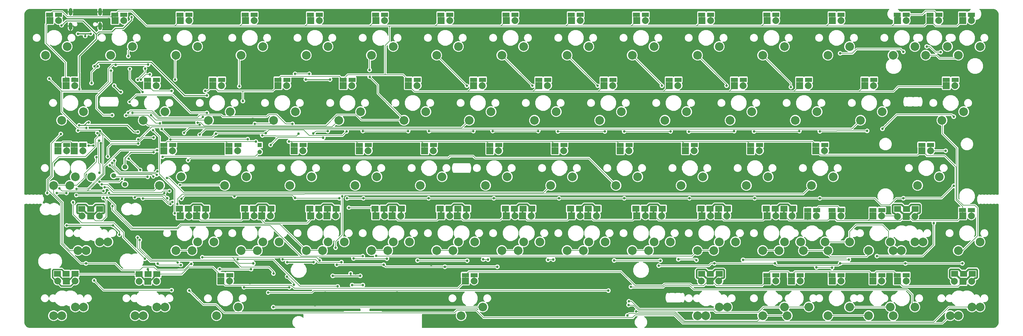
<source format=gbr>
G04 EAGLE Gerber RS-274X export*
G75*
%MOMM*%
%FSLAX66Y66*%
%LPD*%
%INTop Copper*%
%IPPOS*%
%AMOC8*
5,1,8,0,0,1.08239X$1,22.5*%
G01*
%ADD10C,2.540000*%
%ADD11C,2.000000*%
%ADD12R,2.000000X2.000000*%
%ADD13R,2.000000X1.300000*%
%ADD14R,2.000000X1.750000*%
%ADD15C,1.308000*%
%ADD16R,1.308000X1.308000*%
%ADD17C,1.400000*%
%ADD18C,1.108000*%
%ADD19R,1.200000X1.250000*%
%ADD20C,0.152400*%
%ADD21C,0.706400*%
%ADD22C,0.756400*%
%ADD23C,0.508000*%
%ADD24C,0.304800*%
%ADD25C,0.203200*%
%ADD26C,0.254000*%
%ADD27C,1.270000*%
%ADD28C,0.406400*%

G36*
X32559831Y97630478D02*
X32559831Y97630478D01*
X32559884Y97630534D01*
X32559941Y97630503D01*
X32665622Y97667481D01*
X32665659Y97667550D01*
X32665722Y97667531D01*
X32760525Y97727100D01*
X32760547Y97727172D01*
X32760613Y97727169D01*
X32839784Y97806341D01*
X32839791Y97806419D01*
X32839853Y97806428D01*
X32899422Y97901231D01*
X32899409Y97901306D01*
X32899472Y97901331D01*
X32936450Y98007013D01*
X32936422Y98007084D01*
X32936475Y98007122D01*
X32936503Y98007372D01*
X32936506Y98007375D01*
X32936503Y98007378D01*
X32936559Y98007872D01*
X32936563Y98007875D01*
X32936559Y98007878D01*
X32936616Y98008372D01*
X32936619Y98008375D01*
X32936616Y98008378D01*
X32936672Y98008872D01*
X32936675Y98008875D01*
X32936672Y98008878D01*
X32936728Y98009372D01*
X32936731Y98009375D01*
X32936728Y98009378D01*
X32936784Y98009872D01*
X32936788Y98009875D01*
X32936784Y98009878D01*
X32936841Y98010372D01*
X32936844Y98010375D01*
X32936841Y98010378D01*
X32936897Y98010872D01*
X32936900Y98010875D01*
X32936897Y98010878D01*
X32936953Y98011372D01*
X32936956Y98011375D01*
X32936953Y98011378D01*
X32937009Y98011872D01*
X32937013Y98011875D01*
X32937009Y98011878D01*
X32937066Y98012372D01*
X32937069Y98012375D01*
X32937066Y98012378D01*
X32937122Y98012872D01*
X32937125Y98012875D01*
X32937125Y98012878D01*
X32937178Y98013372D01*
X32937181Y98013375D01*
X32937181Y98013378D01*
X32937744Y98018372D01*
X32937747Y98018375D01*
X32937744Y98018378D01*
X32937800Y98018872D01*
X32937803Y98018875D01*
X32937800Y98018878D01*
X32937856Y98019372D01*
X32937859Y98019375D01*
X32937856Y98019378D01*
X32937913Y98019872D01*
X32937916Y98019875D01*
X32937913Y98019878D01*
X32937969Y98020372D01*
X32937972Y98020375D01*
X32937969Y98020378D01*
X32938025Y98020872D01*
X32938028Y98020875D01*
X32938025Y98020878D01*
X32938081Y98021372D01*
X32938084Y98021375D01*
X32938081Y98021378D01*
X32938138Y98021872D01*
X32938141Y98021875D01*
X32938138Y98021878D01*
X32938194Y98022372D01*
X32938197Y98022375D01*
X32938194Y98022378D01*
X32938250Y98022872D01*
X32938253Y98022875D01*
X32938250Y98022878D01*
X32938306Y98023372D01*
X32938309Y98023375D01*
X32938306Y98023378D01*
X32938363Y98023872D01*
X32938366Y98023875D01*
X32938363Y98023878D01*
X32938419Y98024372D01*
X32938422Y98024375D01*
X32938419Y98024378D01*
X32938475Y98024872D01*
X32938478Y98024875D01*
X32938475Y98024878D01*
X32938531Y98025372D01*
X32938534Y98025375D01*
X32938531Y98025378D01*
X32938588Y98025872D01*
X32938591Y98025875D01*
X32938588Y98025878D01*
X32938644Y98026372D01*
X32938647Y98026375D01*
X32938644Y98026378D01*
X32938700Y98026872D01*
X32938703Y98026875D01*
X32938700Y98026878D01*
X32938756Y98027372D01*
X32938759Y98027375D01*
X32938756Y98027378D01*
X32938813Y98027872D01*
X32938816Y98027875D01*
X32938813Y98027878D01*
X32938869Y98028372D01*
X32938872Y98028375D01*
X32938869Y98028378D01*
X32938925Y98028872D01*
X32938928Y98028875D01*
X32938925Y98028878D01*
X32938981Y98029372D01*
X32938984Y98029375D01*
X32938984Y98029378D01*
X32939038Y98029872D01*
X32939041Y98029875D01*
X32939041Y98029878D01*
X32939659Y98035372D01*
X32939663Y98035375D01*
X32939659Y98035378D01*
X32939716Y98035872D01*
X32939719Y98035875D01*
X32939716Y98035878D01*
X32939772Y98036372D01*
X32939775Y98036375D01*
X32939772Y98036378D01*
X32939828Y98036872D01*
X32939831Y98036875D01*
X32939828Y98036878D01*
X32939884Y98037372D01*
X32939888Y98037375D01*
X32939884Y98037378D01*
X32939941Y98037872D01*
X32939944Y98037875D01*
X32939941Y98037878D01*
X32939997Y98038372D01*
X32940000Y98038375D01*
X32939997Y98038378D01*
X32940053Y98038872D01*
X32940056Y98038875D01*
X32940053Y98038878D01*
X32940109Y98039372D01*
X32940113Y98039375D01*
X32940109Y98039378D01*
X32940166Y98039872D01*
X32940169Y98039875D01*
X32940166Y98039878D01*
X32940222Y98040372D01*
X32940225Y98040375D01*
X32940222Y98040378D01*
X32940278Y98040872D01*
X32940281Y98040875D01*
X32940278Y98040878D01*
X32940334Y98041372D01*
X32940338Y98041375D01*
X32940334Y98041378D01*
X32940391Y98041872D01*
X32940394Y98041875D01*
X32940391Y98041878D01*
X32940447Y98042372D01*
X32940450Y98042375D01*
X32940447Y98042378D01*
X32940503Y98042872D01*
X32940506Y98042875D01*
X32940503Y98042878D01*
X32940559Y98043372D01*
X32940563Y98043375D01*
X32940559Y98043378D01*
X32940616Y98043872D01*
X32940619Y98043875D01*
X32940616Y98043878D01*
X32940672Y98044372D01*
X32940675Y98044375D01*
X32940672Y98044378D01*
X32940728Y98044872D01*
X32940731Y98044875D01*
X32940728Y98044878D01*
X32940784Y98045372D01*
X32940788Y98045375D01*
X32940784Y98045378D01*
X32940841Y98045872D01*
X32940844Y98045875D01*
X32940841Y98045878D01*
X32940897Y98046372D01*
X32940900Y98046375D01*
X32940900Y98046378D01*
X32940953Y98046875D01*
X32940956Y98046875D01*
X32940956Y98046878D01*
X32941519Y98051872D01*
X32941522Y98051875D01*
X32941519Y98051878D01*
X32941575Y98052372D01*
X32941578Y98052375D01*
X32941575Y98052378D01*
X32941631Y98052872D01*
X32941634Y98052875D01*
X32941631Y98052878D01*
X32941688Y98053372D01*
X32941691Y98053375D01*
X32941688Y98053378D01*
X32941744Y98053872D01*
X32941747Y98053875D01*
X32941744Y98053878D01*
X32941800Y98054372D01*
X32941803Y98054375D01*
X32941800Y98054378D01*
X32941856Y98054872D01*
X32941859Y98054875D01*
X32941856Y98054878D01*
X32941913Y98055372D01*
X32941916Y98055375D01*
X32941913Y98055378D01*
X32941969Y98055872D01*
X32941972Y98055875D01*
X32941969Y98055878D01*
X32942025Y98056372D01*
X32942028Y98056375D01*
X32942025Y98056378D01*
X32942081Y98056872D01*
X32942084Y98056875D01*
X32942081Y98056878D01*
X32942138Y98057372D01*
X32942141Y98057375D01*
X32942138Y98057378D01*
X32942194Y98057872D01*
X32942197Y98057875D01*
X32942194Y98057878D01*
X32942250Y98058372D01*
X32942253Y98058375D01*
X32942250Y98058378D01*
X32942306Y98058872D01*
X32942309Y98058875D01*
X32942306Y98058878D01*
X32942363Y98059372D01*
X32942366Y98059375D01*
X32942363Y98059378D01*
X32942419Y98059872D01*
X32942422Y98059875D01*
X32942419Y98059878D01*
X32942475Y98060372D01*
X32942478Y98060375D01*
X32942475Y98060378D01*
X32942531Y98060872D01*
X32942534Y98060875D01*
X32942531Y98060878D01*
X32942588Y98061372D01*
X32942591Y98061375D01*
X32942588Y98061378D01*
X32942644Y98061872D01*
X32942647Y98061875D01*
X32942644Y98061878D01*
X32942700Y98062372D01*
X32942703Y98062375D01*
X32942700Y98062378D01*
X32942756Y98062872D01*
X32942759Y98062875D01*
X32942759Y98062878D01*
X32942813Y98063372D01*
X32942816Y98063375D01*
X32942816Y98063378D01*
X32943378Y98068372D01*
X32943381Y98068375D01*
X32943378Y98068378D01*
X32943434Y98068872D01*
X32943438Y98068875D01*
X32943434Y98068878D01*
X32943491Y98069372D01*
X32943494Y98069375D01*
X32943491Y98069378D01*
X32943547Y98069872D01*
X32943550Y98069875D01*
X32943547Y98069878D01*
X32943603Y98070372D01*
X32943606Y98070375D01*
X32943603Y98070378D01*
X32943659Y98070872D01*
X32943663Y98070875D01*
X32943659Y98070878D01*
X32943716Y98071372D01*
X32943719Y98071375D01*
X32943716Y98071378D01*
X32943772Y98071872D01*
X32943775Y98071875D01*
X32943772Y98071878D01*
X32943828Y98072372D01*
X32943831Y98072375D01*
X32943828Y98072378D01*
X32943884Y98072872D01*
X32943888Y98072875D01*
X32943884Y98072878D01*
X32943941Y98073372D01*
X32943944Y98073375D01*
X32943941Y98073378D01*
X32943997Y98073872D01*
X32944000Y98073875D01*
X32943997Y98073878D01*
X32944053Y98074372D01*
X32944056Y98074375D01*
X32944053Y98074378D01*
X32944109Y98074872D01*
X32944113Y98074875D01*
X32944109Y98074878D01*
X32944166Y98075372D01*
X32944169Y98075375D01*
X32944166Y98075378D01*
X32944222Y98075872D01*
X32944225Y98075875D01*
X32944222Y98075878D01*
X32944278Y98076372D01*
X32944281Y98076375D01*
X32944278Y98076378D01*
X32944334Y98076872D01*
X32944338Y98076875D01*
X32944334Y98076878D01*
X32944391Y98077372D01*
X32944394Y98077375D01*
X32944391Y98077378D01*
X32944447Y98077872D01*
X32944450Y98077875D01*
X32944447Y98077878D01*
X32944503Y98078372D01*
X32944506Y98078375D01*
X32944503Y98078378D01*
X32944559Y98078872D01*
X32944563Y98078875D01*
X32944559Y98078878D01*
X32944616Y98079372D01*
X32944619Y98079375D01*
X32944619Y98079378D01*
X32944672Y98079872D01*
X32944675Y98079875D01*
X32944675Y98079878D01*
X32944728Y98080375D01*
X32944731Y98080375D01*
X32944731Y98080378D01*
X32945294Y98085372D01*
X32945297Y98085375D01*
X32945294Y98085378D01*
X32945350Y98085872D01*
X32945353Y98085875D01*
X32945350Y98085878D01*
X32945406Y98086372D01*
X32945409Y98086375D01*
X32945406Y98086378D01*
X32945463Y98086872D01*
X32945466Y98086875D01*
X32945463Y98086878D01*
X32945519Y98087372D01*
X32945522Y98087375D01*
X32945519Y98087378D01*
X32945575Y98087872D01*
X32945578Y98087875D01*
X32945575Y98087878D01*
X32945631Y98088372D01*
X32945634Y98088375D01*
X32945631Y98088378D01*
X32945688Y98088872D01*
X32945691Y98088875D01*
X32945688Y98088878D01*
X32945744Y98089372D01*
X32945747Y98089375D01*
X32945744Y98089378D01*
X32945800Y98089872D01*
X32945803Y98089875D01*
X32945800Y98089878D01*
X32945856Y98090372D01*
X32945859Y98090375D01*
X32945856Y98090378D01*
X32945913Y98090872D01*
X32945916Y98090875D01*
X32945913Y98090878D01*
X32945969Y98091372D01*
X32945972Y98091375D01*
X32945969Y98091378D01*
X32946025Y98091872D01*
X32946028Y98091875D01*
X32946025Y98091878D01*
X32946081Y98092372D01*
X32946084Y98092375D01*
X32946081Y98092378D01*
X32946138Y98092872D01*
X32946141Y98092875D01*
X32946138Y98092878D01*
X32946194Y98093372D01*
X32946197Y98093375D01*
X32946194Y98093378D01*
X32946250Y98093872D01*
X32946253Y98093875D01*
X32946250Y98093878D01*
X32946306Y98094372D01*
X32946309Y98094375D01*
X32946306Y98094378D01*
X32946363Y98094872D01*
X32946366Y98094875D01*
X32946363Y98094878D01*
X32946419Y98095372D01*
X32946422Y98095375D01*
X32946419Y98095378D01*
X32946475Y98095872D01*
X32946478Y98095875D01*
X32946475Y98095878D01*
X32946531Y98096372D01*
X32946534Y98096375D01*
X32946534Y98096378D01*
X32946588Y98096872D01*
X32946591Y98096875D01*
X32946591Y98096878D01*
X32947153Y98101872D01*
X32947156Y98101875D01*
X32947153Y98101878D01*
X32947209Y98102372D01*
X32947213Y98102375D01*
X32947209Y98102378D01*
X32947266Y98102872D01*
X32947269Y98102875D01*
X32947266Y98102878D01*
X32947322Y98103372D01*
X32947325Y98103375D01*
X32947322Y98103378D01*
X32947378Y98103872D01*
X32947381Y98103875D01*
X32947378Y98103878D01*
X32947434Y98104372D01*
X32947438Y98104375D01*
X32947434Y98104378D01*
X32947491Y98104872D01*
X32947494Y98104875D01*
X32947491Y98104878D01*
X32947547Y98105372D01*
X32947550Y98105375D01*
X32947547Y98105378D01*
X32947603Y98105872D01*
X32947606Y98105875D01*
X32947603Y98105878D01*
X32947659Y98106372D01*
X32947663Y98106375D01*
X32947659Y98106378D01*
X32947716Y98106872D01*
X32947719Y98106875D01*
X32947716Y98106878D01*
X32947772Y98107372D01*
X32947775Y98107375D01*
X32947772Y98107378D01*
X32947828Y98107872D01*
X32947831Y98107875D01*
X32947828Y98107878D01*
X32947884Y98108372D01*
X32947888Y98108375D01*
X32947884Y98108378D01*
X32947941Y98108872D01*
X32947944Y98108875D01*
X32947941Y98108878D01*
X32947997Y98109372D01*
X32948000Y98109375D01*
X32947997Y98109378D01*
X32948053Y98109872D01*
X32948056Y98109875D01*
X32948053Y98109878D01*
X32948109Y98110372D01*
X32948113Y98110375D01*
X32948109Y98110378D01*
X32948166Y98110872D01*
X32948169Y98110875D01*
X32948166Y98110878D01*
X32948222Y98111372D01*
X32948225Y98111375D01*
X32948222Y98111378D01*
X32948278Y98111872D01*
X32948281Y98111875D01*
X32948278Y98111878D01*
X32948334Y98112372D01*
X32948338Y98112375D01*
X32948334Y98112378D01*
X32948391Y98112872D01*
X32948394Y98112875D01*
X32948394Y98112878D01*
X32948447Y98113372D01*
X32948450Y98113375D01*
X32948450Y98113378D01*
X32949013Y98118381D01*
X32948991Y98118416D01*
X32949016Y98118438D01*
X32949016Y99218438D01*
X32948988Y99218469D01*
X32949013Y99218494D01*
X32936475Y99329753D01*
X32936419Y99329806D01*
X32936450Y99329863D01*
X32899472Y99435544D01*
X32899403Y99435581D01*
X32899422Y99435644D01*
X32839853Y99530447D01*
X32839781Y99530469D01*
X32839784Y99530534D01*
X32760613Y99609706D01*
X32760534Y99609713D01*
X32760525Y99609775D01*
X32665722Y99669344D01*
X32665647Y99669331D01*
X32665622Y99669394D01*
X32559941Y99706372D01*
X32559869Y99706344D01*
X32559831Y99706397D01*
X32448572Y99718934D01*
X32448509Y99718891D01*
X32448459Y99718934D01*
X32337200Y99706397D01*
X32337147Y99706341D01*
X32337091Y99706372D01*
X32231409Y99669394D01*
X32231372Y99669325D01*
X32231309Y99669344D01*
X32136506Y99609775D01*
X32136484Y99609703D01*
X32136419Y99609706D01*
X32057247Y99530534D01*
X32057241Y99530456D01*
X32057178Y99530447D01*
X31997609Y99435644D01*
X31997622Y99435569D01*
X31997559Y99435544D01*
X31960581Y99329863D01*
X31960609Y99329791D01*
X31960556Y99329753D01*
X31960528Y99329503D01*
X31960525Y99329500D01*
X31960528Y99329497D01*
X31960472Y99329003D01*
X31960469Y99329000D01*
X31960472Y99328997D01*
X31960416Y99328503D01*
X31960413Y99328500D01*
X31960416Y99328497D01*
X31960359Y99328003D01*
X31960356Y99328000D01*
X31960359Y99327997D01*
X31960303Y99327503D01*
X31960300Y99327500D01*
X31960303Y99327497D01*
X31960247Y99327003D01*
X31960244Y99327000D01*
X31960247Y99326997D01*
X31960191Y99326503D01*
X31960188Y99326500D01*
X31960191Y99326497D01*
X31960134Y99326003D01*
X31960131Y99326000D01*
X31960134Y99325997D01*
X31960078Y99325503D01*
X31960075Y99325500D01*
X31960078Y99325497D01*
X31960022Y99325003D01*
X31960019Y99325000D01*
X31960022Y99324997D01*
X31959966Y99324503D01*
X31959963Y99324500D01*
X31959966Y99324497D01*
X31959909Y99324003D01*
X31959906Y99324000D01*
X31959906Y99323997D01*
X31959853Y99323503D01*
X31959850Y99323500D01*
X31959850Y99323497D01*
X31959288Y99318503D01*
X31959284Y99318500D01*
X31959288Y99318497D01*
X31959231Y99318003D01*
X31959228Y99318000D01*
X31959231Y99317997D01*
X31959175Y99317503D01*
X31959172Y99317500D01*
X31959175Y99317497D01*
X31959119Y99317003D01*
X31959116Y99317000D01*
X31959119Y99316997D01*
X31959063Y99316503D01*
X31959059Y99316500D01*
X31959063Y99316497D01*
X31959006Y99316003D01*
X31959003Y99316000D01*
X31959006Y99315997D01*
X31958950Y99315503D01*
X31958947Y99315500D01*
X31958950Y99315497D01*
X31958894Y99315003D01*
X31958891Y99315000D01*
X31958894Y99314997D01*
X31958838Y99314503D01*
X31958834Y99314500D01*
X31958838Y99314497D01*
X31958781Y99314003D01*
X31958778Y99314000D01*
X31958781Y99313997D01*
X31958725Y99313503D01*
X31958722Y99313500D01*
X31958725Y99313497D01*
X31958669Y99313003D01*
X31958666Y99313000D01*
X31958669Y99312997D01*
X31958613Y99312503D01*
X31958609Y99312500D01*
X31958613Y99312497D01*
X31958556Y99312003D01*
X31958553Y99312000D01*
X31958556Y99311997D01*
X31958500Y99311503D01*
X31958497Y99311500D01*
X31958500Y99311497D01*
X31958444Y99311003D01*
X31958441Y99311000D01*
X31958444Y99310997D01*
X31958388Y99310503D01*
X31958384Y99310500D01*
X31958388Y99310497D01*
X31958331Y99310003D01*
X31958328Y99310000D01*
X31958331Y99309997D01*
X31958275Y99309503D01*
X31958272Y99309500D01*
X31958275Y99309497D01*
X31958219Y99309003D01*
X31958216Y99309000D01*
X31958219Y99308997D01*
X31958163Y99308503D01*
X31958159Y99308500D01*
X31958163Y99308497D01*
X31958106Y99308003D01*
X31958103Y99308000D01*
X31958106Y99307997D01*
X31958050Y99307503D01*
X31958047Y99307500D01*
X31958047Y99307497D01*
X31957994Y99307003D01*
X31957991Y99307000D01*
X31957991Y99306997D01*
X31957372Y99301503D01*
X31957369Y99301500D01*
X31957372Y99301497D01*
X31957316Y99301003D01*
X31957313Y99301000D01*
X31957316Y99300997D01*
X31957259Y99300503D01*
X31957256Y99300500D01*
X31957259Y99300497D01*
X31957203Y99300003D01*
X31957200Y99300000D01*
X31957203Y99299997D01*
X31957147Y99299503D01*
X31957144Y99299500D01*
X31957147Y99299497D01*
X31957091Y99299003D01*
X31957088Y99299000D01*
X31957091Y99298997D01*
X31957034Y99298503D01*
X31957031Y99298500D01*
X31957034Y99298497D01*
X31956978Y99298003D01*
X31956975Y99298000D01*
X31956978Y99297997D01*
X31956922Y99297503D01*
X31956919Y99297500D01*
X31956922Y99297497D01*
X31956866Y99297003D01*
X31956863Y99297000D01*
X31956866Y99296997D01*
X31956809Y99296503D01*
X31956806Y99296500D01*
X31956809Y99296497D01*
X31956753Y99296003D01*
X31956750Y99296000D01*
X31956753Y99295997D01*
X31956697Y99295503D01*
X31956694Y99295500D01*
X31956697Y99295497D01*
X31956641Y99295003D01*
X31956638Y99295000D01*
X31956641Y99294997D01*
X31956584Y99294503D01*
X31956581Y99294500D01*
X31956584Y99294497D01*
X31956528Y99294003D01*
X31956525Y99294000D01*
X31956528Y99293997D01*
X31956472Y99293503D01*
X31956469Y99293500D01*
X31956472Y99293497D01*
X31956416Y99293003D01*
X31956413Y99293000D01*
X31956416Y99292997D01*
X31956359Y99292503D01*
X31956356Y99292500D01*
X31956359Y99292497D01*
X31956303Y99292003D01*
X31956300Y99292000D01*
X31956303Y99291997D01*
X31956247Y99291503D01*
X31956244Y99291500D01*
X31956247Y99291497D01*
X31956191Y99291003D01*
X31956188Y99291000D01*
X31956191Y99290997D01*
X31956134Y99290503D01*
X31956131Y99290500D01*
X31956131Y99290497D01*
X31956078Y99290000D01*
X31956075Y99290000D01*
X31956075Y99289997D01*
X31955513Y99285003D01*
X31955509Y99285000D01*
X31955513Y99284997D01*
X31955456Y99284503D01*
X31955453Y99284500D01*
X31955456Y99284497D01*
X31955400Y99284003D01*
X31955397Y99284000D01*
X31955400Y99283997D01*
X31955344Y99283503D01*
X31955341Y99283500D01*
X31955344Y99283497D01*
X31955288Y99283003D01*
X31955284Y99283000D01*
X31955288Y99282997D01*
X31955231Y99282503D01*
X31955228Y99282500D01*
X31955231Y99282497D01*
X31955175Y99282003D01*
X31955172Y99282000D01*
X31955175Y99281997D01*
X31955119Y99281503D01*
X31955116Y99281500D01*
X31955119Y99281497D01*
X31955063Y99281003D01*
X31955059Y99281000D01*
X31955063Y99280997D01*
X31955006Y99280503D01*
X31955003Y99280500D01*
X31955006Y99280497D01*
X31954950Y99280003D01*
X31954947Y99280000D01*
X31954950Y99279997D01*
X31954894Y99279503D01*
X31954891Y99279500D01*
X31954894Y99279497D01*
X31954838Y99279003D01*
X31954834Y99279000D01*
X31954838Y99278997D01*
X31954781Y99278503D01*
X31954778Y99278500D01*
X31954781Y99278497D01*
X31954725Y99278003D01*
X31954722Y99278000D01*
X31954725Y99277997D01*
X31954669Y99277503D01*
X31954666Y99277500D01*
X31954669Y99277497D01*
X31954613Y99277003D01*
X31954609Y99277000D01*
X31954613Y99276997D01*
X31954556Y99276503D01*
X31954553Y99276500D01*
X31954556Y99276497D01*
X31954500Y99276003D01*
X31954497Y99276000D01*
X31954500Y99275997D01*
X31954444Y99275503D01*
X31954441Y99275500D01*
X31954444Y99275497D01*
X31954388Y99275003D01*
X31954384Y99275000D01*
X31954388Y99274997D01*
X31954331Y99274503D01*
X31954328Y99274500D01*
X31954331Y99274497D01*
X31954275Y99274003D01*
X31954272Y99274000D01*
X31954272Y99273997D01*
X31954219Y99273503D01*
X31954216Y99273500D01*
X31954216Y99273497D01*
X31953653Y99268503D01*
X31953650Y99268500D01*
X31953653Y99268497D01*
X31953597Y99268003D01*
X31953594Y99268000D01*
X31953597Y99267997D01*
X31953541Y99267503D01*
X31953538Y99267500D01*
X31953541Y99267497D01*
X31953484Y99267003D01*
X31953481Y99267000D01*
X31953484Y99266997D01*
X31953428Y99266503D01*
X31953425Y99266500D01*
X31953428Y99266497D01*
X31953372Y99266003D01*
X31953369Y99266000D01*
X31953372Y99265997D01*
X31953316Y99265503D01*
X31953313Y99265500D01*
X31953316Y99265497D01*
X31953259Y99265003D01*
X31953256Y99265000D01*
X31953259Y99264997D01*
X31953203Y99264503D01*
X31953200Y99264500D01*
X31953203Y99264497D01*
X31953147Y99264003D01*
X31953144Y99264000D01*
X31953147Y99263997D01*
X31953091Y99263503D01*
X31953088Y99263500D01*
X31953091Y99263497D01*
X31953034Y99263003D01*
X31953031Y99263000D01*
X31953034Y99262997D01*
X31952978Y99262503D01*
X31952975Y99262500D01*
X31952978Y99262497D01*
X31952922Y99262003D01*
X31952919Y99262000D01*
X31952922Y99261997D01*
X31952866Y99261503D01*
X31952863Y99261500D01*
X31952866Y99261497D01*
X31952809Y99261003D01*
X31952806Y99261000D01*
X31952809Y99260997D01*
X31952753Y99260503D01*
X31952750Y99260500D01*
X31952753Y99260497D01*
X31952697Y99260003D01*
X31952694Y99260000D01*
X31952697Y99259997D01*
X31952641Y99259503D01*
X31952638Y99259500D01*
X31952641Y99259497D01*
X31952584Y99259003D01*
X31952581Y99259000D01*
X31952584Y99258997D01*
X31952528Y99258503D01*
X31952525Y99258500D01*
X31952528Y99258497D01*
X31952472Y99258003D01*
X31952469Y99258000D01*
X31952472Y99257997D01*
X31952416Y99257503D01*
X31952413Y99257500D01*
X31952413Y99257497D01*
X31952359Y99257003D01*
X31952356Y99257000D01*
X31952356Y99256997D01*
X31952303Y99256500D01*
X31952300Y99256500D01*
X31952300Y99256497D01*
X31951738Y99251503D01*
X31951734Y99251500D01*
X31951738Y99251497D01*
X31951681Y99251003D01*
X31951678Y99251000D01*
X31951681Y99250997D01*
X31951625Y99250503D01*
X31951622Y99250500D01*
X31951625Y99250497D01*
X31951569Y99250003D01*
X31951566Y99250000D01*
X31951569Y99249997D01*
X31951513Y99249503D01*
X31951509Y99249500D01*
X31951513Y99249497D01*
X31951456Y99249003D01*
X31951453Y99249000D01*
X31951456Y99248997D01*
X31951400Y99248503D01*
X31951397Y99248500D01*
X31951400Y99248497D01*
X31951344Y99248003D01*
X31951341Y99248000D01*
X31951344Y99247997D01*
X31951288Y99247503D01*
X31951284Y99247500D01*
X31951288Y99247497D01*
X31951231Y99247003D01*
X31951228Y99247000D01*
X31951231Y99246997D01*
X31951175Y99246503D01*
X31951172Y99246500D01*
X31951175Y99246497D01*
X31951119Y99246003D01*
X31951116Y99246000D01*
X31951119Y99245997D01*
X31951063Y99245503D01*
X31951059Y99245500D01*
X31951063Y99245497D01*
X31951006Y99245003D01*
X31951003Y99245000D01*
X31951006Y99244997D01*
X31950950Y99244503D01*
X31950947Y99244500D01*
X31950950Y99244497D01*
X31950894Y99244003D01*
X31950891Y99244000D01*
X31950894Y99243997D01*
X31950838Y99243503D01*
X31950834Y99243500D01*
X31950838Y99243497D01*
X31950781Y99243003D01*
X31950778Y99243000D01*
X31950781Y99242997D01*
X31950725Y99242503D01*
X31950722Y99242500D01*
X31950725Y99242497D01*
X31950669Y99242003D01*
X31950666Y99242000D01*
X31950669Y99241997D01*
X31950613Y99241503D01*
X31950609Y99241500D01*
X31950613Y99241497D01*
X31950556Y99241003D01*
X31950553Y99241000D01*
X31950556Y99240997D01*
X31950500Y99240503D01*
X31950497Y99240500D01*
X31950497Y99240497D01*
X31950444Y99240003D01*
X31950441Y99240000D01*
X31950441Y99239997D01*
X31949878Y99235003D01*
X31949875Y99235000D01*
X31949878Y99234997D01*
X31949822Y99234503D01*
X31949819Y99234500D01*
X31949822Y99234497D01*
X31949766Y99234003D01*
X31949763Y99234000D01*
X31949766Y99233997D01*
X31949709Y99233503D01*
X31949706Y99233500D01*
X31949709Y99233497D01*
X31949653Y99233003D01*
X31949650Y99233000D01*
X31949653Y99232997D01*
X31949597Y99232503D01*
X31949594Y99232500D01*
X31949597Y99232497D01*
X31949541Y99232003D01*
X31949538Y99232000D01*
X31949541Y99231997D01*
X31949484Y99231503D01*
X31949481Y99231500D01*
X31949484Y99231497D01*
X31949428Y99231003D01*
X31949425Y99231000D01*
X31949428Y99230997D01*
X31949372Y99230503D01*
X31949369Y99230500D01*
X31949372Y99230497D01*
X31949316Y99230003D01*
X31949313Y99230000D01*
X31949316Y99229997D01*
X31949259Y99229503D01*
X31949256Y99229500D01*
X31949259Y99229497D01*
X31949203Y99229003D01*
X31949200Y99229000D01*
X31949203Y99228997D01*
X31949147Y99228503D01*
X31949144Y99228500D01*
X31949147Y99228497D01*
X31949091Y99228003D01*
X31949088Y99228000D01*
X31949091Y99227997D01*
X31949034Y99227503D01*
X31949031Y99227500D01*
X31949034Y99227497D01*
X31948978Y99227003D01*
X31948975Y99227000D01*
X31948978Y99226997D01*
X31948922Y99226503D01*
X31948919Y99226500D01*
X31948922Y99226497D01*
X31948866Y99226003D01*
X31948863Y99226000D01*
X31948866Y99225997D01*
X31948809Y99225503D01*
X31948806Y99225500D01*
X31948809Y99225497D01*
X31948753Y99225003D01*
X31948750Y99225000D01*
X31948753Y99224997D01*
X31948697Y99224503D01*
X31948694Y99224500D01*
X31948697Y99224497D01*
X31948641Y99224003D01*
X31948638Y99224000D01*
X31948638Y99223997D01*
X31948584Y99223503D01*
X31948581Y99223500D01*
X31948581Y99223497D01*
X31948019Y99218494D01*
X31948041Y99218459D01*
X31948016Y99218438D01*
X31948016Y98118438D01*
X31948044Y98118406D01*
X31948019Y98118381D01*
X31960556Y98007122D01*
X31960613Y98007069D01*
X31960581Y98007013D01*
X31997559Y97901331D01*
X31997628Y97901294D01*
X31997609Y97901231D01*
X32057178Y97806428D01*
X32057250Y97806406D01*
X32057247Y97806341D01*
X32136419Y97727169D01*
X32136497Y97727163D01*
X32136506Y97727100D01*
X32231309Y97667531D01*
X32231384Y97667544D01*
X32231409Y97667481D01*
X32337091Y97630503D01*
X32337163Y97630531D01*
X32337200Y97630478D01*
X32448459Y97617941D01*
X32448522Y97617984D01*
X32448572Y97617941D01*
X32559831Y97630478D01*
G37*
G36*
X23919831Y97630478D02*
X23919831Y97630478D01*
X23919884Y97630534D01*
X23919941Y97630503D01*
X24025622Y97667481D01*
X24025659Y97667550D01*
X24025722Y97667531D01*
X24120525Y97727100D01*
X24120547Y97727172D01*
X24120613Y97727169D01*
X24199784Y97806341D01*
X24199791Y97806419D01*
X24199853Y97806428D01*
X24259422Y97901231D01*
X24259409Y97901306D01*
X24259472Y97901331D01*
X24296450Y98007013D01*
X24296422Y98007084D01*
X24296475Y98007122D01*
X24296503Y98007372D01*
X24296506Y98007375D01*
X24296503Y98007378D01*
X24296559Y98007872D01*
X24296563Y98007875D01*
X24296559Y98007878D01*
X24296616Y98008372D01*
X24296619Y98008375D01*
X24296616Y98008378D01*
X24296672Y98008872D01*
X24296675Y98008875D01*
X24296672Y98008878D01*
X24296728Y98009372D01*
X24296731Y98009375D01*
X24296728Y98009378D01*
X24296784Y98009872D01*
X24296788Y98009875D01*
X24296784Y98009878D01*
X24296841Y98010372D01*
X24296844Y98010375D01*
X24296841Y98010378D01*
X24296897Y98010872D01*
X24296900Y98010875D01*
X24296897Y98010878D01*
X24296953Y98011372D01*
X24296956Y98011375D01*
X24296953Y98011378D01*
X24297009Y98011872D01*
X24297013Y98011875D01*
X24297009Y98011878D01*
X24297066Y98012372D01*
X24297069Y98012375D01*
X24297066Y98012378D01*
X24297122Y98012872D01*
X24297125Y98012875D01*
X24297125Y98012878D01*
X24297178Y98013372D01*
X24297181Y98013375D01*
X24297181Y98013378D01*
X24297744Y98018372D01*
X24297747Y98018375D01*
X24297744Y98018378D01*
X24297800Y98018872D01*
X24297803Y98018875D01*
X24297800Y98018878D01*
X24297856Y98019372D01*
X24297859Y98019375D01*
X24297856Y98019378D01*
X24297913Y98019872D01*
X24297916Y98019875D01*
X24297913Y98019878D01*
X24297969Y98020372D01*
X24297972Y98020375D01*
X24297969Y98020378D01*
X24298025Y98020872D01*
X24298028Y98020875D01*
X24298025Y98020878D01*
X24298081Y98021372D01*
X24298084Y98021375D01*
X24298081Y98021378D01*
X24298138Y98021872D01*
X24298141Y98021875D01*
X24298138Y98021878D01*
X24298194Y98022372D01*
X24298197Y98022375D01*
X24298194Y98022378D01*
X24298250Y98022872D01*
X24298253Y98022875D01*
X24298250Y98022878D01*
X24298306Y98023372D01*
X24298309Y98023375D01*
X24298306Y98023378D01*
X24298363Y98023872D01*
X24298366Y98023875D01*
X24298363Y98023878D01*
X24298419Y98024372D01*
X24298422Y98024375D01*
X24298419Y98024378D01*
X24298475Y98024872D01*
X24298478Y98024875D01*
X24298475Y98024878D01*
X24298531Y98025372D01*
X24298534Y98025375D01*
X24298531Y98025378D01*
X24298588Y98025872D01*
X24298591Y98025875D01*
X24298588Y98025878D01*
X24298644Y98026372D01*
X24298647Y98026375D01*
X24298644Y98026378D01*
X24298700Y98026872D01*
X24298703Y98026875D01*
X24298700Y98026878D01*
X24298756Y98027372D01*
X24298759Y98027375D01*
X24298756Y98027378D01*
X24298813Y98027872D01*
X24298816Y98027875D01*
X24298813Y98027878D01*
X24298869Y98028372D01*
X24298872Y98028375D01*
X24298869Y98028378D01*
X24298925Y98028872D01*
X24298928Y98028875D01*
X24298925Y98028878D01*
X24298981Y98029372D01*
X24298984Y98029375D01*
X24298984Y98029378D01*
X24299038Y98029872D01*
X24299041Y98029875D01*
X24299041Y98029878D01*
X24299659Y98035372D01*
X24299663Y98035375D01*
X24299659Y98035378D01*
X24299716Y98035872D01*
X24299719Y98035875D01*
X24299716Y98035878D01*
X24299772Y98036372D01*
X24299775Y98036375D01*
X24299772Y98036378D01*
X24299828Y98036872D01*
X24299831Y98036875D01*
X24299828Y98036878D01*
X24299884Y98037372D01*
X24299888Y98037375D01*
X24299884Y98037378D01*
X24299941Y98037872D01*
X24299944Y98037875D01*
X24299941Y98037878D01*
X24299997Y98038372D01*
X24300000Y98038375D01*
X24299997Y98038378D01*
X24300053Y98038872D01*
X24300056Y98038875D01*
X24300053Y98038878D01*
X24300109Y98039372D01*
X24300113Y98039375D01*
X24300109Y98039378D01*
X24300166Y98039872D01*
X24300169Y98039875D01*
X24300166Y98039878D01*
X24300222Y98040372D01*
X24300225Y98040375D01*
X24300222Y98040378D01*
X24300278Y98040872D01*
X24300281Y98040875D01*
X24300278Y98040878D01*
X24300334Y98041372D01*
X24300338Y98041375D01*
X24300334Y98041378D01*
X24300391Y98041872D01*
X24300394Y98041875D01*
X24300391Y98041878D01*
X24300447Y98042372D01*
X24300450Y98042375D01*
X24300447Y98042378D01*
X24300503Y98042872D01*
X24300506Y98042875D01*
X24300503Y98042878D01*
X24300559Y98043372D01*
X24300563Y98043375D01*
X24300559Y98043378D01*
X24300616Y98043872D01*
X24300619Y98043875D01*
X24300616Y98043878D01*
X24300672Y98044372D01*
X24300675Y98044375D01*
X24300672Y98044378D01*
X24300728Y98044872D01*
X24300731Y98044875D01*
X24300728Y98044878D01*
X24300784Y98045372D01*
X24300788Y98045375D01*
X24300784Y98045378D01*
X24300841Y98045872D01*
X24300844Y98045875D01*
X24300841Y98045878D01*
X24300897Y98046372D01*
X24300900Y98046375D01*
X24300900Y98046378D01*
X24300953Y98046875D01*
X24300956Y98046875D01*
X24300956Y98046878D01*
X24301519Y98051872D01*
X24301522Y98051875D01*
X24301519Y98051878D01*
X24301575Y98052372D01*
X24301578Y98052375D01*
X24301575Y98052378D01*
X24301631Y98052872D01*
X24301634Y98052875D01*
X24301631Y98052878D01*
X24301688Y98053372D01*
X24301691Y98053375D01*
X24301688Y98053378D01*
X24301744Y98053872D01*
X24301747Y98053875D01*
X24301744Y98053878D01*
X24301800Y98054372D01*
X24301803Y98054375D01*
X24301800Y98054378D01*
X24301856Y98054872D01*
X24301859Y98054875D01*
X24301856Y98054878D01*
X24301913Y98055372D01*
X24301916Y98055375D01*
X24301913Y98055378D01*
X24301969Y98055872D01*
X24301972Y98055875D01*
X24301969Y98055878D01*
X24302025Y98056372D01*
X24302028Y98056375D01*
X24302025Y98056378D01*
X24302081Y98056872D01*
X24302084Y98056875D01*
X24302081Y98056878D01*
X24302138Y98057372D01*
X24302141Y98057375D01*
X24302138Y98057378D01*
X24302194Y98057872D01*
X24302197Y98057875D01*
X24302194Y98057878D01*
X24302250Y98058372D01*
X24302253Y98058375D01*
X24302250Y98058378D01*
X24302306Y98058872D01*
X24302309Y98058875D01*
X24302306Y98058878D01*
X24302363Y98059372D01*
X24302366Y98059375D01*
X24302363Y98059378D01*
X24302419Y98059872D01*
X24302422Y98059875D01*
X24302419Y98059878D01*
X24302475Y98060372D01*
X24302478Y98060375D01*
X24302475Y98060378D01*
X24302531Y98060872D01*
X24302534Y98060875D01*
X24302531Y98060878D01*
X24302588Y98061372D01*
X24302591Y98061375D01*
X24302588Y98061378D01*
X24302644Y98061872D01*
X24302647Y98061875D01*
X24302644Y98061878D01*
X24302700Y98062372D01*
X24302703Y98062375D01*
X24302700Y98062378D01*
X24302756Y98062872D01*
X24302759Y98062875D01*
X24302759Y98062878D01*
X24302813Y98063372D01*
X24302816Y98063375D01*
X24302816Y98063378D01*
X24303378Y98068372D01*
X24303381Y98068375D01*
X24303378Y98068378D01*
X24303434Y98068872D01*
X24303438Y98068875D01*
X24303434Y98068878D01*
X24303491Y98069372D01*
X24303494Y98069375D01*
X24303491Y98069378D01*
X24303547Y98069872D01*
X24303550Y98069875D01*
X24303547Y98069878D01*
X24303603Y98070372D01*
X24303606Y98070375D01*
X24303603Y98070378D01*
X24303659Y98070872D01*
X24303663Y98070875D01*
X24303659Y98070878D01*
X24303716Y98071372D01*
X24303719Y98071375D01*
X24303716Y98071378D01*
X24303772Y98071872D01*
X24303775Y98071875D01*
X24303772Y98071878D01*
X24303828Y98072372D01*
X24303831Y98072375D01*
X24303828Y98072378D01*
X24303884Y98072872D01*
X24303888Y98072875D01*
X24303884Y98072878D01*
X24303941Y98073372D01*
X24303944Y98073375D01*
X24303941Y98073378D01*
X24303997Y98073872D01*
X24304000Y98073875D01*
X24303997Y98073878D01*
X24304053Y98074372D01*
X24304056Y98074375D01*
X24304053Y98074378D01*
X24304109Y98074872D01*
X24304113Y98074875D01*
X24304109Y98074878D01*
X24304166Y98075372D01*
X24304169Y98075375D01*
X24304166Y98075378D01*
X24304222Y98075872D01*
X24304225Y98075875D01*
X24304222Y98075878D01*
X24304278Y98076372D01*
X24304281Y98076375D01*
X24304278Y98076378D01*
X24304334Y98076872D01*
X24304338Y98076875D01*
X24304334Y98076878D01*
X24304391Y98077372D01*
X24304394Y98077375D01*
X24304391Y98077378D01*
X24304447Y98077872D01*
X24304450Y98077875D01*
X24304447Y98077878D01*
X24304503Y98078372D01*
X24304506Y98078375D01*
X24304503Y98078378D01*
X24304559Y98078872D01*
X24304563Y98078875D01*
X24304559Y98078878D01*
X24304616Y98079372D01*
X24304619Y98079375D01*
X24304619Y98079378D01*
X24304672Y98079872D01*
X24304675Y98079875D01*
X24304675Y98079878D01*
X24304728Y98080375D01*
X24304731Y98080375D01*
X24304731Y98080378D01*
X24305294Y98085372D01*
X24305297Y98085375D01*
X24305294Y98085378D01*
X24305350Y98085872D01*
X24305353Y98085875D01*
X24305350Y98085878D01*
X24305406Y98086372D01*
X24305409Y98086375D01*
X24305406Y98086378D01*
X24305463Y98086872D01*
X24305466Y98086875D01*
X24305463Y98086878D01*
X24305519Y98087372D01*
X24305522Y98087375D01*
X24305519Y98087378D01*
X24305575Y98087872D01*
X24305578Y98087875D01*
X24305575Y98087878D01*
X24305631Y98088372D01*
X24305634Y98088375D01*
X24305631Y98088378D01*
X24305688Y98088872D01*
X24305691Y98088875D01*
X24305688Y98088878D01*
X24305744Y98089372D01*
X24305747Y98089375D01*
X24305744Y98089378D01*
X24305800Y98089872D01*
X24305803Y98089875D01*
X24305800Y98089878D01*
X24305856Y98090372D01*
X24305859Y98090375D01*
X24305856Y98090378D01*
X24305913Y98090872D01*
X24305916Y98090875D01*
X24305913Y98090878D01*
X24305969Y98091372D01*
X24305972Y98091375D01*
X24305969Y98091378D01*
X24306025Y98091872D01*
X24306028Y98091875D01*
X24306025Y98091878D01*
X24306081Y98092372D01*
X24306084Y98092375D01*
X24306081Y98092378D01*
X24306138Y98092872D01*
X24306141Y98092875D01*
X24306138Y98092878D01*
X24306194Y98093372D01*
X24306197Y98093375D01*
X24306194Y98093378D01*
X24306250Y98093872D01*
X24306253Y98093875D01*
X24306250Y98093878D01*
X24306306Y98094372D01*
X24306309Y98094375D01*
X24306306Y98094378D01*
X24306363Y98094872D01*
X24306366Y98094875D01*
X24306363Y98094878D01*
X24306419Y98095372D01*
X24306422Y98095375D01*
X24306419Y98095378D01*
X24306475Y98095872D01*
X24306478Y98095875D01*
X24306475Y98095878D01*
X24306531Y98096372D01*
X24306534Y98096375D01*
X24306534Y98096378D01*
X24306588Y98096872D01*
X24306591Y98096875D01*
X24306591Y98096878D01*
X24307153Y98101872D01*
X24307156Y98101875D01*
X24307153Y98101878D01*
X24307209Y98102372D01*
X24307213Y98102375D01*
X24307209Y98102378D01*
X24307266Y98102872D01*
X24307269Y98102875D01*
X24307266Y98102878D01*
X24307322Y98103372D01*
X24307325Y98103375D01*
X24307322Y98103378D01*
X24307378Y98103872D01*
X24307381Y98103875D01*
X24307378Y98103878D01*
X24307434Y98104372D01*
X24307438Y98104375D01*
X24307434Y98104378D01*
X24307491Y98104872D01*
X24307494Y98104875D01*
X24307491Y98104878D01*
X24307547Y98105372D01*
X24307550Y98105375D01*
X24307547Y98105378D01*
X24307603Y98105872D01*
X24307606Y98105875D01*
X24307603Y98105878D01*
X24307659Y98106372D01*
X24307663Y98106375D01*
X24307659Y98106378D01*
X24307716Y98106872D01*
X24307719Y98106875D01*
X24307716Y98106878D01*
X24307772Y98107372D01*
X24307775Y98107375D01*
X24307772Y98107378D01*
X24307828Y98107872D01*
X24307831Y98107875D01*
X24307828Y98107878D01*
X24307884Y98108372D01*
X24307888Y98108375D01*
X24307884Y98108378D01*
X24307941Y98108872D01*
X24307944Y98108875D01*
X24307941Y98108878D01*
X24307997Y98109372D01*
X24308000Y98109375D01*
X24307997Y98109378D01*
X24308053Y98109872D01*
X24308056Y98109875D01*
X24308053Y98109878D01*
X24308109Y98110372D01*
X24308113Y98110375D01*
X24308109Y98110378D01*
X24308166Y98110872D01*
X24308169Y98110875D01*
X24308166Y98110878D01*
X24308222Y98111372D01*
X24308225Y98111375D01*
X24308222Y98111378D01*
X24308278Y98111872D01*
X24308281Y98111875D01*
X24308278Y98111878D01*
X24308334Y98112372D01*
X24308338Y98112375D01*
X24308334Y98112378D01*
X24308391Y98112872D01*
X24308394Y98112875D01*
X24308394Y98112878D01*
X24308447Y98113372D01*
X24308450Y98113375D01*
X24308450Y98113378D01*
X24309013Y98118381D01*
X24308991Y98118416D01*
X24309016Y98118438D01*
X24309016Y99218438D01*
X24308988Y99218469D01*
X24309013Y99218494D01*
X24296475Y99329753D01*
X24296419Y99329806D01*
X24296450Y99329863D01*
X24259472Y99435544D01*
X24259403Y99435581D01*
X24259422Y99435644D01*
X24199853Y99530447D01*
X24199781Y99530469D01*
X24199784Y99530534D01*
X24120613Y99609706D01*
X24120534Y99609713D01*
X24120525Y99609775D01*
X24025722Y99669344D01*
X24025647Y99669331D01*
X24025622Y99669394D01*
X23919941Y99706372D01*
X23919869Y99706344D01*
X23919831Y99706397D01*
X23808572Y99718934D01*
X23808509Y99718891D01*
X23808459Y99718934D01*
X23697200Y99706397D01*
X23697147Y99706341D01*
X23697091Y99706372D01*
X23591409Y99669394D01*
X23591372Y99669325D01*
X23591309Y99669344D01*
X23496506Y99609775D01*
X23496484Y99609703D01*
X23496419Y99609706D01*
X23417247Y99530534D01*
X23417241Y99530456D01*
X23417178Y99530447D01*
X23357609Y99435644D01*
X23357622Y99435569D01*
X23357559Y99435544D01*
X23320581Y99329863D01*
X23320609Y99329791D01*
X23320556Y99329753D01*
X23320528Y99329503D01*
X23320525Y99329500D01*
X23320528Y99329497D01*
X23320472Y99329003D01*
X23320469Y99329000D01*
X23320472Y99328997D01*
X23320416Y99328503D01*
X23320413Y99328500D01*
X23320416Y99328497D01*
X23320359Y99328003D01*
X23320356Y99328000D01*
X23320359Y99327997D01*
X23320303Y99327503D01*
X23320300Y99327500D01*
X23320303Y99327497D01*
X23320247Y99327003D01*
X23320244Y99327000D01*
X23320247Y99326997D01*
X23320191Y99326503D01*
X23320188Y99326500D01*
X23320191Y99326497D01*
X23320134Y99326003D01*
X23320131Y99326000D01*
X23320134Y99325997D01*
X23320078Y99325503D01*
X23320075Y99325500D01*
X23320078Y99325497D01*
X23320022Y99325003D01*
X23320019Y99325000D01*
X23320022Y99324997D01*
X23319966Y99324503D01*
X23319963Y99324500D01*
X23319966Y99324497D01*
X23319909Y99324003D01*
X23319906Y99324000D01*
X23319906Y99323997D01*
X23319853Y99323503D01*
X23319850Y99323500D01*
X23319850Y99323497D01*
X23319288Y99318503D01*
X23319284Y99318500D01*
X23319288Y99318497D01*
X23319231Y99318003D01*
X23319228Y99318000D01*
X23319231Y99317997D01*
X23319175Y99317503D01*
X23319172Y99317500D01*
X23319175Y99317497D01*
X23319119Y99317003D01*
X23319116Y99317000D01*
X23319119Y99316997D01*
X23319063Y99316503D01*
X23319059Y99316500D01*
X23319063Y99316497D01*
X23319006Y99316003D01*
X23319003Y99316000D01*
X23319006Y99315997D01*
X23318950Y99315503D01*
X23318947Y99315500D01*
X23318950Y99315497D01*
X23318894Y99315003D01*
X23318891Y99315000D01*
X23318894Y99314997D01*
X23318838Y99314503D01*
X23318834Y99314500D01*
X23318838Y99314497D01*
X23318781Y99314003D01*
X23318778Y99314000D01*
X23318781Y99313997D01*
X23318725Y99313503D01*
X23318722Y99313500D01*
X23318725Y99313497D01*
X23318669Y99313003D01*
X23318666Y99313000D01*
X23318669Y99312997D01*
X23318613Y99312503D01*
X23318609Y99312500D01*
X23318613Y99312497D01*
X23318556Y99312003D01*
X23318553Y99312000D01*
X23318556Y99311997D01*
X23318500Y99311503D01*
X23318497Y99311500D01*
X23318500Y99311497D01*
X23318444Y99311003D01*
X23318441Y99311000D01*
X23318444Y99310997D01*
X23318388Y99310503D01*
X23318384Y99310500D01*
X23318388Y99310497D01*
X23318331Y99310003D01*
X23318328Y99310000D01*
X23318331Y99309997D01*
X23318275Y99309503D01*
X23318272Y99309500D01*
X23318275Y99309497D01*
X23318219Y99309003D01*
X23318216Y99309000D01*
X23318219Y99308997D01*
X23318163Y99308503D01*
X23318159Y99308500D01*
X23318163Y99308497D01*
X23318106Y99308003D01*
X23318103Y99308000D01*
X23318106Y99307997D01*
X23318050Y99307503D01*
X23318047Y99307500D01*
X23318047Y99307497D01*
X23317994Y99307003D01*
X23317991Y99307000D01*
X23317991Y99306997D01*
X23317372Y99301503D01*
X23317369Y99301500D01*
X23317372Y99301497D01*
X23317316Y99301003D01*
X23317313Y99301000D01*
X23317316Y99300997D01*
X23317259Y99300503D01*
X23317256Y99300500D01*
X23317259Y99300497D01*
X23317203Y99300003D01*
X23317200Y99300000D01*
X23317203Y99299997D01*
X23317147Y99299503D01*
X23317144Y99299500D01*
X23317147Y99299497D01*
X23317091Y99299003D01*
X23317088Y99299000D01*
X23317091Y99298997D01*
X23317034Y99298503D01*
X23317031Y99298500D01*
X23317034Y99298497D01*
X23316978Y99298003D01*
X23316975Y99298000D01*
X23316978Y99297997D01*
X23316922Y99297503D01*
X23316919Y99297500D01*
X23316922Y99297497D01*
X23316866Y99297003D01*
X23316863Y99297000D01*
X23316866Y99296997D01*
X23316809Y99296503D01*
X23316806Y99296500D01*
X23316809Y99296497D01*
X23316753Y99296003D01*
X23316750Y99296000D01*
X23316753Y99295997D01*
X23316697Y99295503D01*
X23316694Y99295500D01*
X23316697Y99295497D01*
X23316641Y99295003D01*
X23316638Y99295000D01*
X23316641Y99294997D01*
X23316584Y99294503D01*
X23316581Y99294500D01*
X23316584Y99294497D01*
X23316528Y99294003D01*
X23316525Y99294000D01*
X23316528Y99293997D01*
X23316472Y99293503D01*
X23316469Y99293500D01*
X23316472Y99293497D01*
X23316416Y99293003D01*
X23316413Y99293000D01*
X23316416Y99292997D01*
X23316359Y99292503D01*
X23316356Y99292500D01*
X23316359Y99292497D01*
X23316303Y99292003D01*
X23316300Y99292000D01*
X23316303Y99291997D01*
X23316247Y99291503D01*
X23316244Y99291500D01*
X23316247Y99291497D01*
X23316191Y99291003D01*
X23316188Y99291000D01*
X23316191Y99290997D01*
X23316134Y99290503D01*
X23316131Y99290500D01*
X23316131Y99290497D01*
X23316078Y99290000D01*
X23316075Y99290000D01*
X23316075Y99289997D01*
X23315513Y99285003D01*
X23315509Y99285000D01*
X23315513Y99284997D01*
X23315456Y99284503D01*
X23315453Y99284500D01*
X23315456Y99284497D01*
X23315400Y99284003D01*
X23315397Y99284000D01*
X23315400Y99283997D01*
X23315344Y99283503D01*
X23315341Y99283500D01*
X23315344Y99283497D01*
X23315288Y99283003D01*
X23315284Y99283000D01*
X23315288Y99282997D01*
X23315231Y99282503D01*
X23315228Y99282500D01*
X23315231Y99282497D01*
X23315175Y99282003D01*
X23315172Y99282000D01*
X23315175Y99281997D01*
X23315119Y99281503D01*
X23315116Y99281500D01*
X23315119Y99281497D01*
X23315063Y99281003D01*
X23315059Y99281000D01*
X23315063Y99280997D01*
X23315006Y99280503D01*
X23315003Y99280500D01*
X23315006Y99280497D01*
X23314950Y99280003D01*
X23314947Y99280000D01*
X23314950Y99279997D01*
X23314894Y99279503D01*
X23314891Y99279500D01*
X23314894Y99279497D01*
X23314838Y99279003D01*
X23314834Y99279000D01*
X23314838Y99278997D01*
X23314781Y99278503D01*
X23314778Y99278500D01*
X23314781Y99278497D01*
X23314725Y99278003D01*
X23314722Y99278000D01*
X23314725Y99277997D01*
X23314669Y99277503D01*
X23314666Y99277500D01*
X23314669Y99277497D01*
X23314613Y99277003D01*
X23314609Y99277000D01*
X23314613Y99276997D01*
X23314556Y99276503D01*
X23314553Y99276500D01*
X23314556Y99276497D01*
X23314500Y99276003D01*
X23314497Y99276000D01*
X23314500Y99275997D01*
X23314444Y99275503D01*
X23314441Y99275500D01*
X23314444Y99275497D01*
X23314388Y99275003D01*
X23314384Y99275000D01*
X23314388Y99274997D01*
X23314331Y99274503D01*
X23314328Y99274500D01*
X23314331Y99274497D01*
X23314275Y99274003D01*
X23314272Y99274000D01*
X23314272Y99273997D01*
X23314219Y99273503D01*
X23314216Y99273500D01*
X23314216Y99273497D01*
X23313653Y99268503D01*
X23313650Y99268500D01*
X23313653Y99268497D01*
X23313597Y99268003D01*
X23313594Y99268000D01*
X23313597Y99267997D01*
X23313541Y99267503D01*
X23313538Y99267500D01*
X23313541Y99267497D01*
X23313484Y99267003D01*
X23313481Y99267000D01*
X23313484Y99266997D01*
X23313428Y99266503D01*
X23313425Y99266500D01*
X23313428Y99266497D01*
X23313372Y99266003D01*
X23313369Y99266000D01*
X23313372Y99265997D01*
X23313316Y99265503D01*
X23313313Y99265500D01*
X23313316Y99265497D01*
X23313259Y99265003D01*
X23313256Y99265000D01*
X23313259Y99264997D01*
X23313203Y99264503D01*
X23313200Y99264500D01*
X23313203Y99264497D01*
X23313147Y99264003D01*
X23313144Y99264000D01*
X23313147Y99263997D01*
X23313091Y99263503D01*
X23313088Y99263500D01*
X23313091Y99263497D01*
X23313034Y99263003D01*
X23313031Y99263000D01*
X23313034Y99262997D01*
X23312978Y99262503D01*
X23312975Y99262500D01*
X23312978Y99262497D01*
X23312922Y99262003D01*
X23312919Y99262000D01*
X23312922Y99261997D01*
X23312866Y99261503D01*
X23312863Y99261500D01*
X23312866Y99261497D01*
X23312809Y99261003D01*
X23312806Y99261000D01*
X23312809Y99260997D01*
X23312753Y99260503D01*
X23312750Y99260500D01*
X23312753Y99260497D01*
X23312697Y99260003D01*
X23312694Y99260000D01*
X23312697Y99259997D01*
X23312641Y99259503D01*
X23312638Y99259500D01*
X23312641Y99259497D01*
X23312584Y99259003D01*
X23312581Y99259000D01*
X23312584Y99258997D01*
X23312528Y99258503D01*
X23312525Y99258500D01*
X23312528Y99258497D01*
X23312472Y99258003D01*
X23312469Y99258000D01*
X23312472Y99257997D01*
X23312416Y99257503D01*
X23312413Y99257500D01*
X23312413Y99257497D01*
X23312359Y99257003D01*
X23312356Y99257000D01*
X23312356Y99256997D01*
X23312303Y99256500D01*
X23312300Y99256500D01*
X23312300Y99256497D01*
X23311738Y99251503D01*
X23311734Y99251500D01*
X23311738Y99251497D01*
X23311681Y99251003D01*
X23311678Y99251000D01*
X23311681Y99250997D01*
X23311625Y99250503D01*
X23311622Y99250500D01*
X23311625Y99250497D01*
X23311569Y99250003D01*
X23311566Y99250000D01*
X23311569Y99249997D01*
X23311513Y99249503D01*
X23311509Y99249500D01*
X23311513Y99249497D01*
X23311456Y99249003D01*
X23311453Y99249000D01*
X23311456Y99248997D01*
X23311400Y99248503D01*
X23311397Y99248500D01*
X23311400Y99248497D01*
X23311344Y99248003D01*
X23311341Y99248000D01*
X23311344Y99247997D01*
X23311288Y99247503D01*
X23311284Y99247500D01*
X23311288Y99247497D01*
X23311231Y99247003D01*
X23311228Y99247000D01*
X23311231Y99246997D01*
X23311175Y99246503D01*
X23311172Y99246500D01*
X23311175Y99246497D01*
X23311119Y99246003D01*
X23311116Y99246000D01*
X23311119Y99245997D01*
X23311063Y99245503D01*
X23311059Y99245500D01*
X23311063Y99245497D01*
X23311006Y99245003D01*
X23311003Y99245000D01*
X23311006Y99244997D01*
X23310950Y99244503D01*
X23310947Y99244500D01*
X23310950Y99244497D01*
X23310894Y99244003D01*
X23310891Y99244000D01*
X23310894Y99243997D01*
X23310838Y99243503D01*
X23310834Y99243500D01*
X23310838Y99243497D01*
X23310781Y99243003D01*
X23310778Y99243000D01*
X23310781Y99242997D01*
X23310725Y99242503D01*
X23310722Y99242500D01*
X23310725Y99242497D01*
X23310669Y99242003D01*
X23310666Y99242000D01*
X23310669Y99241997D01*
X23310613Y99241503D01*
X23310609Y99241500D01*
X23310613Y99241497D01*
X23310556Y99241003D01*
X23310553Y99241000D01*
X23310556Y99240997D01*
X23310500Y99240503D01*
X23310497Y99240500D01*
X23310497Y99240497D01*
X23310444Y99240003D01*
X23310441Y99240000D01*
X23310441Y99239997D01*
X23309878Y99235003D01*
X23309875Y99235000D01*
X23309878Y99234997D01*
X23309822Y99234503D01*
X23309819Y99234500D01*
X23309822Y99234497D01*
X23309766Y99234003D01*
X23309763Y99234000D01*
X23309766Y99233997D01*
X23309709Y99233503D01*
X23309706Y99233500D01*
X23309709Y99233497D01*
X23309653Y99233003D01*
X23309650Y99233000D01*
X23309653Y99232997D01*
X23309597Y99232503D01*
X23309594Y99232500D01*
X23309597Y99232497D01*
X23309541Y99232003D01*
X23309538Y99232000D01*
X23309541Y99231997D01*
X23309484Y99231503D01*
X23309481Y99231500D01*
X23309484Y99231497D01*
X23309428Y99231003D01*
X23309425Y99231000D01*
X23309428Y99230997D01*
X23309372Y99230503D01*
X23309369Y99230500D01*
X23309372Y99230497D01*
X23309316Y99230003D01*
X23309313Y99230000D01*
X23309316Y99229997D01*
X23309259Y99229503D01*
X23309256Y99229500D01*
X23309259Y99229497D01*
X23309203Y99229003D01*
X23309200Y99229000D01*
X23309203Y99228997D01*
X23309147Y99228503D01*
X23309144Y99228500D01*
X23309147Y99228497D01*
X23309091Y99228003D01*
X23309088Y99228000D01*
X23309091Y99227997D01*
X23309034Y99227503D01*
X23309031Y99227500D01*
X23309034Y99227497D01*
X23308978Y99227003D01*
X23308975Y99227000D01*
X23308978Y99226997D01*
X23308922Y99226503D01*
X23308919Y99226500D01*
X23308922Y99226497D01*
X23308866Y99226003D01*
X23308863Y99226000D01*
X23308866Y99225997D01*
X23308809Y99225503D01*
X23308806Y99225500D01*
X23308809Y99225497D01*
X23308753Y99225003D01*
X23308750Y99225000D01*
X23308753Y99224997D01*
X23308697Y99224503D01*
X23308694Y99224500D01*
X23308697Y99224497D01*
X23308641Y99224003D01*
X23308638Y99224000D01*
X23308638Y99223997D01*
X23308584Y99223503D01*
X23308581Y99223500D01*
X23308581Y99223497D01*
X23308019Y99218494D01*
X23308041Y99218459D01*
X23308016Y99218438D01*
X23308016Y98118438D01*
X23308044Y98118406D01*
X23308019Y98118381D01*
X23320556Y98007122D01*
X23320613Y98007069D01*
X23320581Y98007013D01*
X23357559Y97901331D01*
X23357628Y97901294D01*
X23357609Y97901231D01*
X23417178Y97806428D01*
X23417250Y97806406D01*
X23417247Y97806341D01*
X23496419Y97727169D01*
X23496497Y97727163D01*
X23496506Y97727100D01*
X23591309Y97667531D01*
X23591384Y97667544D01*
X23591409Y97667481D01*
X23697091Y97630503D01*
X23697163Y97630531D01*
X23697200Y97630478D01*
X23808459Y97617941D01*
X23808522Y97617984D01*
X23808572Y97617941D01*
X23919831Y97630478D01*
G37*
G36*
X32559831Y102060478D02*
X32559831Y102060478D01*
X32559884Y102060534D01*
X32559941Y102060503D01*
X32665622Y102097481D01*
X32665659Y102097550D01*
X32665722Y102097531D01*
X32760525Y102157100D01*
X32760547Y102157172D01*
X32760613Y102157169D01*
X32839784Y102236341D01*
X32839791Y102236419D01*
X32839853Y102236428D01*
X32899422Y102331231D01*
X32899409Y102331306D01*
X32899472Y102331331D01*
X32936450Y102437013D01*
X32936422Y102437084D01*
X32936475Y102437122D01*
X32949013Y102548381D01*
X32948991Y102548416D01*
X32949016Y102548438D01*
X32949016Y103148438D01*
X32948988Y103148469D01*
X32949013Y103148494D01*
X32936475Y103259753D01*
X32936419Y103259806D01*
X32936450Y103259863D01*
X32899472Y103365544D01*
X32899403Y103365581D01*
X32899422Y103365644D01*
X32839853Y103460447D01*
X32839781Y103460469D01*
X32839784Y103460534D01*
X32760613Y103539706D01*
X32760534Y103539713D01*
X32760525Y103539775D01*
X32665722Y103599344D01*
X32665647Y103599331D01*
X32665622Y103599394D01*
X32559941Y103636372D01*
X32559869Y103636344D01*
X32559831Y103636397D01*
X32448572Y103648934D01*
X32448509Y103648891D01*
X32448459Y103648934D01*
X32337200Y103636397D01*
X32337147Y103636341D01*
X32337091Y103636372D01*
X32231409Y103599394D01*
X32231372Y103599325D01*
X32231309Y103599344D01*
X32136506Y103539775D01*
X32136484Y103539703D01*
X32136419Y103539706D01*
X32057247Y103460534D01*
X32057241Y103460456D01*
X32057178Y103460447D01*
X31997609Y103365644D01*
X31997622Y103365569D01*
X31997559Y103365544D01*
X31960581Y103259863D01*
X31960609Y103259791D01*
X31960556Y103259753D01*
X31948019Y103148494D01*
X31948041Y103148459D01*
X31948016Y103148438D01*
X31948016Y102548438D01*
X31948044Y102548406D01*
X31948019Y102548381D01*
X31960556Y102437122D01*
X31960613Y102437069D01*
X31960581Y102437013D01*
X31997559Y102331331D01*
X31997628Y102331294D01*
X31997609Y102331231D01*
X32057178Y102236428D01*
X32057250Y102236406D01*
X32057247Y102236341D01*
X32136419Y102157169D01*
X32136497Y102157163D01*
X32136506Y102157100D01*
X32231309Y102097531D01*
X32231384Y102097544D01*
X32231409Y102097481D01*
X32337091Y102060503D01*
X32337163Y102060531D01*
X32337200Y102060478D01*
X32448459Y102047941D01*
X32448522Y102047984D01*
X32448572Y102047941D01*
X32559831Y102060478D01*
G37*
G36*
X23919831Y102060478D02*
X23919831Y102060478D01*
X23919884Y102060534D01*
X23919941Y102060503D01*
X24025622Y102097481D01*
X24025659Y102097550D01*
X24025722Y102097531D01*
X24120525Y102157100D01*
X24120547Y102157172D01*
X24120613Y102157169D01*
X24199784Y102236341D01*
X24199791Y102236419D01*
X24199853Y102236428D01*
X24259422Y102331231D01*
X24259409Y102331306D01*
X24259472Y102331331D01*
X24296450Y102437013D01*
X24296422Y102437084D01*
X24296475Y102437122D01*
X24309013Y102548381D01*
X24308991Y102548416D01*
X24309016Y102548438D01*
X24309016Y103148438D01*
X24308988Y103148469D01*
X24309013Y103148494D01*
X24296475Y103259753D01*
X24296419Y103259806D01*
X24296450Y103259863D01*
X24259472Y103365544D01*
X24259403Y103365581D01*
X24259422Y103365644D01*
X24199853Y103460447D01*
X24199781Y103460469D01*
X24199784Y103460534D01*
X24120613Y103539706D01*
X24120534Y103539713D01*
X24120525Y103539775D01*
X24025722Y103599344D01*
X24025647Y103599331D01*
X24025622Y103599394D01*
X23919941Y103636372D01*
X23919869Y103636344D01*
X23919831Y103636397D01*
X23808572Y103648934D01*
X23808509Y103648891D01*
X23808459Y103648934D01*
X23697200Y103636397D01*
X23697147Y103636341D01*
X23697091Y103636372D01*
X23591409Y103599394D01*
X23591372Y103599325D01*
X23591309Y103599344D01*
X23496506Y103539775D01*
X23496484Y103539703D01*
X23496419Y103539706D01*
X23417247Y103460534D01*
X23417241Y103460456D01*
X23417178Y103460447D01*
X23357609Y103365644D01*
X23357622Y103365569D01*
X23357559Y103365544D01*
X23320581Y103259863D01*
X23320609Y103259791D01*
X23320556Y103259753D01*
X23308019Y103148494D01*
X23308041Y103148459D01*
X23308016Y103148438D01*
X23308016Y102548438D01*
X23308044Y102548406D01*
X23308019Y102548381D01*
X23320556Y102437122D01*
X23320613Y102437069D01*
X23320581Y102437013D01*
X23357559Y102331331D01*
X23357628Y102331294D01*
X23357609Y102331231D01*
X23417178Y102236428D01*
X23417250Y102236406D01*
X23417247Y102236341D01*
X23496419Y102157169D01*
X23496497Y102157163D01*
X23496506Y102157100D01*
X23591309Y102097531D01*
X23591384Y102097544D01*
X23591409Y102097481D01*
X23697091Y102060503D01*
X23697163Y102060531D01*
X23697200Y102060478D01*
X23808459Y102047941D01*
X23808522Y102047984D01*
X23808572Y102047941D01*
X23919831Y102060478D01*
G37*
D10*
X27622500Y73660000D03*
X21272500Y71120000D03*
D11*
X25082500Y81280000D03*
D12*
X22542500Y81280000D03*
D13*
X25112500Y82985000D03*
X22512500Y82985000D03*
D10*
X51435000Y73660000D03*
X45085000Y71120000D03*
D11*
X48895000Y81280000D03*
D12*
X46355000Y81280000D03*
D13*
X48925000Y82985000D03*
X46325000Y82985000D03*
D10*
X70485000Y73660000D03*
X64135000Y71120000D03*
D11*
X67945000Y81280000D03*
D12*
X65405000Y81280000D03*
D13*
X67975000Y82985000D03*
X65375000Y82985000D03*
D10*
X89535000Y73660000D03*
X83185000Y71120000D03*
D11*
X86995000Y81280000D03*
D12*
X84455000Y81280000D03*
D13*
X87025000Y82985000D03*
X84425000Y82985000D03*
D10*
X108585000Y73660000D03*
X102235000Y71120000D03*
D11*
X106045000Y81280000D03*
D12*
X103505000Y81280000D03*
D13*
X106075000Y82985000D03*
X103475000Y82985000D03*
D10*
X127635000Y73660000D03*
X121285000Y71120000D03*
D11*
X125095000Y81280000D03*
D12*
X122555000Y81280000D03*
D13*
X125125000Y82985000D03*
X122525000Y82985000D03*
D10*
X146685000Y73660000D03*
X140335000Y71120000D03*
D11*
X144145000Y81280000D03*
D12*
X141605000Y81280000D03*
D13*
X144175000Y82985000D03*
X141575000Y82985000D03*
D10*
X165735000Y73660000D03*
X159385000Y71120000D03*
D11*
X163195000Y81280000D03*
D12*
X160655000Y81280000D03*
D13*
X163225000Y82985000D03*
X160625000Y82985000D03*
D10*
X184785000Y73660000D03*
X178435000Y71120000D03*
D11*
X182245000Y81280000D03*
D12*
X179705000Y81280000D03*
D13*
X182275000Y82985000D03*
X179675000Y82985000D03*
D10*
X203835000Y73660000D03*
X197485000Y71120000D03*
D11*
X201295000Y81280000D03*
D12*
X198755000Y81280000D03*
D13*
X201325000Y82985000D03*
X198725000Y82985000D03*
D10*
X222885000Y73660000D03*
X216535000Y71120000D03*
D11*
X220345000Y81280000D03*
D12*
X217805000Y81280000D03*
D13*
X220375000Y82985000D03*
X217775000Y82985000D03*
D10*
X241935000Y73660000D03*
X235585000Y71120000D03*
D11*
X239395000Y81280000D03*
D12*
X236855000Y81280000D03*
D13*
X239425000Y82985000D03*
X236825000Y82985000D03*
D10*
X260985000Y73660000D03*
X254635000Y71120000D03*
D11*
X258445000Y81280000D03*
D12*
X255905000Y81280000D03*
D13*
X258475000Y82985000D03*
X255875000Y82985000D03*
D10*
X284797500Y73660000D03*
X278447500Y71120000D03*
D11*
X282257500Y81280000D03*
D12*
X279717500Y81280000D03*
D13*
X282287500Y82985000D03*
X279687500Y82985000D03*
D10*
X22860000Y92710000D03*
X16510000Y90170000D03*
D11*
X20320000Y100330000D03*
D12*
X17780000Y100330000D03*
D13*
X20350000Y102035000D03*
X17750000Y102035000D03*
D10*
X41910000Y92710000D03*
X35560000Y90170000D03*
D11*
X39370000Y100330000D03*
D12*
X36830000Y100330000D03*
D13*
X39400000Y102035000D03*
X36800000Y102035000D03*
D10*
X60960000Y92710000D03*
X54610000Y90170000D03*
D11*
X58420000Y100330000D03*
D12*
X55880000Y100330000D03*
D13*
X58450000Y102035000D03*
X55850000Y102035000D03*
D10*
X80010000Y92710000D03*
X73660000Y90170000D03*
D11*
X77470000Y100330000D03*
D12*
X74930000Y100330000D03*
D13*
X77500000Y102035000D03*
X74900000Y102035000D03*
D10*
X99060000Y92710000D03*
X92710000Y90170000D03*
D11*
X96520000Y100330000D03*
D12*
X93980000Y100330000D03*
D13*
X96550000Y102035000D03*
X93950000Y102035000D03*
D10*
X118110000Y92710000D03*
X111760000Y90170000D03*
D11*
X115570000Y100330000D03*
D12*
X113030000Y100330000D03*
D13*
X115600000Y102035000D03*
X113000000Y102035000D03*
D10*
X137160000Y92710000D03*
X130810000Y90170000D03*
D11*
X134620000Y100330000D03*
D12*
X132080000Y100330000D03*
D13*
X134650000Y102035000D03*
X132050000Y102035000D03*
D10*
X156210000Y92710000D03*
X149860000Y90170000D03*
D11*
X153670000Y100330000D03*
D12*
X151130000Y100330000D03*
D13*
X153700000Y102035000D03*
X151100000Y102035000D03*
D10*
X175260000Y92710000D03*
X168910000Y90170000D03*
D11*
X172720000Y100330000D03*
D12*
X170180000Y100330000D03*
D13*
X172750000Y102035000D03*
X170150000Y102035000D03*
D10*
X194310000Y92710000D03*
X187960000Y90170000D03*
D11*
X191770000Y100330000D03*
D12*
X189230000Y100330000D03*
D13*
X191800000Y102035000D03*
X189200000Y102035000D03*
D10*
X213360000Y92710000D03*
X207010000Y90170000D03*
D11*
X210820000Y100330000D03*
D12*
X208280000Y100330000D03*
D13*
X210850000Y102035000D03*
X208250000Y102035000D03*
D10*
X232410000Y92710000D03*
X226060000Y90170000D03*
D11*
X229870000Y100330000D03*
D12*
X227330000Y100330000D03*
D13*
X229900000Y102035000D03*
X227300000Y102035000D03*
D10*
X251460000Y92710000D03*
X245110000Y90170000D03*
D11*
X248920000Y100330000D03*
D12*
X246380000Y100330000D03*
D13*
X248950000Y102035000D03*
X246350000Y102035000D03*
D10*
X30003750Y54610000D03*
X23653750Y52070000D03*
D11*
X27463750Y62230000D03*
D12*
X24923750Y62230000D03*
D13*
X27493750Y63935000D03*
X24893750Y63935000D03*
D10*
X56197500Y54610000D03*
X49847500Y52070000D03*
D11*
X53657500Y62230000D03*
D12*
X51117500Y62230000D03*
D13*
X53687500Y63935000D03*
X51087500Y63935000D03*
D10*
X75247500Y54610000D03*
X68897500Y52070000D03*
D11*
X72707500Y62230000D03*
D12*
X70167500Y62230000D03*
D13*
X72737500Y63935000D03*
X70137500Y63935000D03*
D10*
X94297500Y54610000D03*
X87947500Y52070000D03*
D11*
X91757500Y62230000D03*
D12*
X89217500Y62230000D03*
D13*
X91787500Y63935000D03*
X89187500Y63935000D03*
D10*
X113347500Y54610000D03*
X106997500Y52070000D03*
D11*
X110807500Y62230000D03*
D12*
X108267500Y62230000D03*
D13*
X110837500Y63935000D03*
X108237500Y63935000D03*
D10*
X132397500Y54610000D03*
X126047500Y52070000D03*
D11*
X129857500Y62230000D03*
D12*
X127317500Y62230000D03*
D13*
X129887500Y63935000D03*
X127287500Y63935000D03*
D10*
X151447500Y54610000D03*
X145097500Y52070000D03*
D11*
X148907500Y62230000D03*
D12*
X146367500Y62230000D03*
D13*
X148937500Y63935000D03*
X146337500Y63935000D03*
D10*
X170497500Y54610000D03*
X164147500Y52070000D03*
D11*
X167957500Y62230000D03*
D12*
X165417500Y62230000D03*
D13*
X167987500Y63935000D03*
X165387500Y63935000D03*
D10*
X189547500Y54610000D03*
X183197500Y52070000D03*
D11*
X187007500Y62230000D03*
D12*
X184467500Y62230000D03*
D13*
X187037500Y63935000D03*
X184437500Y63935000D03*
D10*
X208597500Y54610000D03*
X202247500Y52070000D03*
D11*
X206057500Y62230000D03*
D12*
X203517500Y62230000D03*
D13*
X206087500Y63935000D03*
X203487500Y63935000D03*
D10*
X227647500Y54610000D03*
X221297500Y52070000D03*
D11*
X225107500Y62230000D03*
D12*
X222567500Y62230000D03*
D13*
X225137500Y63935000D03*
X222537500Y63935000D03*
D10*
X246697500Y54610000D03*
X240347500Y52070000D03*
D11*
X244157500Y62230000D03*
D12*
X241617500Y62230000D03*
D13*
X244187500Y63935000D03*
X241587500Y63935000D03*
D10*
X80010000Y35560000D03*
X73660000Y33020000D03*
D11*
X77470000Y43180000D03*
D12*
X74930000Y43180000D03*
D10*
X99060000Y35560000D03*
X92710000Y33020000D03*
D11*
X96520000Y43180000D03*
D12*
X93980000Y43180000D03*
D10*
X118110000Y35560000D03*
X111760000Y33020000D03*
D11*
X115570000Y43180000D03*
D12*
X113030000Y43180000D03*
D10*
X137160000Y35560000D03*
X130810000Y33020000D03*
D11*
X134620000Y43180000D03*
D12*
X132080000Y43180000D03*
D10*
X156210000Y35560000D03*
X149860000Y33020000D03*
D11*
X153670000Y43180000D03*
D12*
X151130000Y43180000D03*
D10*
X175260000Y35560000D03*
X168910000Y33020000D03*
D11*
X172720000Y43180000D03*
D12*
X170180000Y43180000D03*
D10*
X194310000Y35560000D03*
X187960000Y33020000D03*
D11*
X191770000Y43180000D03*
D12*
X189230000Y43180000D03*
D10*
X213360000Y35560000D03*
X207010000Y33020000D03*
D11*
X210820000Y43180000D03*
D12*
X208280000Y43180000D03*
D10*
X232410000Y35560000D03*
X226060000Y33020000D03*
D11*
X229870000Y43180000D03*
D12*
X227330000Y43180000D03*
D10*
X251460000Y35560000D03*
X245110000Y33020000D03*
D11*
X248920000Y43180000D03*
D12*
X246380000Y43180000D03*
D13*
X248950000Y44885000D03*
X246350000Y44885000D03*
D10*
X289560000Y35560000D03*
X283210000Y33020000D03*
D11*
X287020000Y43180000D03*
D12*
X284480000Y43180000D03*
D13*
X287050000Y44885000D03*
X284450000Y44885000D03*
D10*
X65722500Y35560000D03*
X59372500Y33020000D03*
D11*
X63182500Y43180000D03*
D12*
X60642500Y43180000D03*
D10*
X84772500Y35560000D03*
X78422500Y33020000D03*
D11*
X82232500Y43180000D03*
D12*
X79692500Y43180000D03*
D10*
X103822500Y35560000D03*
X97472500Y33020000D03*
D11*
X101282500Y43180000D03*
D12*
X98742500Y43180000D03*
D10*
X122872500Y35560000D03*
X116522500Y33020000D03*
D11*
X120332500Y43180000D03*
D12*
X117792500Y43180000D03*
D10*
X141922500Y35560000D03*
X135572500Y33020000D03*
D11*
X139382500Y43180000D03*
D12*
X136842500Y43180000D03*
D10*
X160972500Y35560000D03*
X154622500Y33020000D03*
D11*
X158432500Y43180000D03*
D12*
X155892500Y43180000D03*
D10*
X180022500Y35560000D03*
X173672500Y33020000D03*
D11*
X177482500Y43180000D03*
D12*
X174942500Y43180000D03*
D10*
X199072500Y35560000D03*
X192722500Y33020000D03*
D11*
X196532500Y43180000D03*
D12*
X193992500Y43180000D03*
D10*
X218122500Y35560000D03*
X211772500Y33020000D03*
D11*
X215582500Y43180000D03*
D12*
X213042500Y43180000D03*
D10*
X237172500Y35560000D03*
X230822500Y33020000D03*
D11*
X234632500Y43180000D03*
D12*
X232092500Y43180000D03*
D10*
X25241250Y16510000D03*
X18891250Y13970000D03*
X49053750Y16510000D03*
X42703750Y13970000D03*
X72866250Y16510000D03*
X66516250Y13970000D03*
D11*
X70326250Y24130000D03*
D12*
X67786250Y24130000D03*
D13*
X70356250Y25835000D03*
X67756250Y25835000D03*
D10*
X232410000Y16510000D03*
X226060000Y13970000D03*
D11*
X229870000Y24130000D03*
D12*
X227330000Y24130000D03*
D13*
X229900000Y25835000D03*
X227300000Y25835000D03*
D10*
X251460000Y16510000D03*
X245110000Y13970000D03*
D11*
X248920000Y24130000D03*
D12*
X246380000Y24130000D03*
D13*
X248950000Y25835000D03*
X246350000Y25835000D03*
D10*
X270510000Y16510000D03*
X264160000Y13970000D03*
D11*
X267970000Y24130000D03*
D12*
X265430000Y24130000D03*
D13*
X268000000Y25835000D03*
X265400000Y25835000D03*
D10*
X239553750Y16510000D03*
X233203750Y13970000D03*
D11*
X237013750Y24130000D03*
D12*
X234473750Y24130000D03*
D13*
X237043750Y25835000D03*
X234443750Y25835000D03*
D10*
X263366250Y16510000D03*
X257016250Y13970000D03*
D11*
X260826250Y24130000D03*
D12*
X258286250Y24130000D03*
D13*
X260856250Y25835000D03*
X258256250Y25835000D03*
D10*
X25241250Y54610000D03*
X18891250Y52070000D03*
D11*
X22701250Y62230000D03*
D12*
X20161250Y62230000D03*
D13*
X22731250Y63935000D03*
X20131250Y63935000D03*
D10*
X280035000Y92710000D03*
X273685000Y90170000D03*
D11*
X277495000Y100330000D03*
D12*
X274955000Y100330000D03*
D13*
X277525000Y102035000D03*
X274925000Y102035000D03*
D10*
X277653750Y54610000D03*
X271303750Y52070000D03*
D11*
X275113750Y62230000D03*
D12*
X272573750Y62230000D03*
D13*
X275143750Y63935000D03*
X272543750Y63935000D03*
D10*
X144303750Y16510000D03*
X137953750Y13970000D03*
D11*
X141763750Y24130000D03*
D12*
X139223750Y24130000D03*
D13*
X141793750Y25835000D03*
X139193750Y25835000D03*
D12*
X29715625Y43112500D03*
D11*
X32255625Y43112500D03*
X27175625Y43112500D03*
D14*
X29740000Y45190000D03*
X27140000Y45190000D03*
X32340000Y45190000D03*
D10*
X32385000Y35560000D03*
X26035000Y33020000D03*
X34766250Y35560000D03*
X28416250Y33020000D03*
D12*
X210700000Y24062500D03*
D11*
X213240000Y24062500D03*
X208160000Y24062500D03*
D14*
X210780000Y26200000D03*
X208180000Y26200000D03*
X213380000Y26200000D03*
D12*
X284600000Y24000000D03*
D11*
X287140000Y24000000D03*
X282060000Y24000000D03*
D12*
X268000000Y43000000D03*
D11*
X270540000Y43000000D03*
X265460000Y43000000D03*
D14*
X284736250Y26225000D03*
X282136250Y26225000D03*
X287336250Y26225000D03*
X268036250Y45212500D03*
X265436250Y45212500D03*
X270636250Y45212500D03*
D10*
X213360000Y16510000D03*
X207010000Y13970000D03*
X215741250Y16510000D03*
X209391250Y13970000D03*
X289560000Y16510000D03*
X283210000Y13970000D03*
X287178750Y16510000D03*
X280828750Y13970000D03*
X270510000Y35560000D03*
X264160000Y33020000D03*
X272891250Y35560000D03*
X266541250Y33020000D03*
X60960000Y35560000D03*
X54610000Y33020000D03*
D11*
X58420000Y43180000D03*
D12*
X55880000Y43180000D03*
D14*
X58231250Y45243750D03*
X60831250Y45243750D03*
X55631250Y45243750D03*
X63371250Y45243750D03*
X77281250Y45243750D03*
X79881250Y45243750D03*
X74681250Y45243750D03*
X82421250Y45243750D03*
X96331250Y45243750D03*
X98931250Y45243750D03*
X93731250Y45243750D03*
X101471250Y45243750D03*
X115381250Y45243750D03*
X117981250Y45243750D03*
X112781250Y45243750D03*
X120521250Y45243750D03*
X134431250Y45243750D03*
X137031250Y45243750D03*
X131831250Y45243750D03*
X139571250Y45243750D03*
X153481250Y45243750D03*
X156081250Y45243750D03*
X150881250Y45243750D03*
X158621250Y45243750D03*
X172531250Y45243750D03*
X175131250Y45243750D03*
X169931250Y45243750D03*
X177671250Y45243750D03*
X191581250Y45243750D03*
X194181250Y45243750D03*
X188981250Y45243750D03*
X196721250Y45243750D03*
X210631250Y45243750D03*
X213231250Y45243750D03*
X208031250Y45243750D03*
X215771250Y45243750D03*
X229681250Y45243750D03*
X232281250Y45243750D03*
X227081250Y45243750D03*
X234821250Y45243750D03*
D15*
X79102147Y61879884D03*
D16*
X79102147Y63879884D03*
D17*
X39750000Y52417578D03*
X39750000Y57417578D03*
X36450000Y54917578D03*
D18*
X23808516Y102294438D02*
X23808516Y103402438D01*
X32448516Y103402438D02*
X32448516Y102294438D01*
X32448516Y99222438D02*
X32448516Y98114438D01*
X23808516Y98114438D02*
X23808516Y99222438D01*
D10*
X270510000Y92710000D03*
X264160000Y90170000D03*
D11*
X267970000Y100330000D03*
D12*
X265430000Y100330000D03*
D13*
X268000000Y102035000D03*
X265400000Y102035000D03*
D10*
X289560000Y92710000D03*
X283210000Y90170000D03*
D11*
X287020000Y100330000D03*
D12*
X284480000Y100330000D03*
D13*
X287050000Y102035000D03*
X284450000Y102035000D03*
D10*
X263366250Y35560000D03*
X257016250Y33020000D03*
D11*
X260826250Y43180000D03*
D12*
X258286250Y43180000D03*
D13*
X260856250Y44885000D03*
X258256250Y44885000D03*
D19*
X22332422Y26044925D03*
X20232422Y26044925D03*
X46219338Y25896097D03*
X44119338Y25896097D03*
X70106250Y25821681D03*
X68006250Y25821681D03*
X141543750Y25821684D03*
X139443750Y25821684D03*
X210525584Y26119341D03*
X208425584Y26119341D03*
X229650000Y25821684D03*
X227550000Y25821684D03*
X248699997Y44871684D03*
X246599997Y44871684D03*
X248700000Y25821681D03*
X246600000Y25821681D03*
X191326756Y45169338D03*
X189226756Y45169338D03*
X229426756Y45169338D03*
X227326756Y45169338D03*
X153226756Y45169338D03*
X151126756Y45169338D03*
X134176756Y45169338D03*
X132076756Y45169338D03*
X167737500Y63921684D03*
X165637500Y63921684D03*
X115126756Y45169338D03*
X113026756Y45169338D03*
X210376756Y45169338D03*
X208276756Y45169338D03*
X27243750Y63921681D03*
X25143750Y63921681D03*
X267750000Y25821684D03*
X265650000Y25821684D03*
X172276756Y45169338D03*
X170176756Y45169338D03*
X162975000Y82971681D03*
X160875000Y82971681D03*
X96076756Y45169338D03*
X93976756Y45169338D03*
X284997659Y26119331D03*
X287097659Y26119331D03*
X148687497Y63921681D03*
X146587497Y63921681D03*
X267824413Y45094925D03*
X265724413Y45094925D03*
X91537500Y63921681D03*
X89437500Y63921681D03*
X258225000Y82971681D03*
X256125000Y82971681D03*
X182025000Y82971681D03*
X179925000Y82971681D03*
X286800000Y44871681D03*
X284700000Y44871681D03*
X72487497Y63921681D03*
X70387497Y63921681D03*
X186787497Y63921681D03*
X184687497Y63921681D03*
X282037500Y82971681D03*
X279937500Y82971681D03*
X53437500Y63921681D03*
X51337500Y63921681D03*
X105825000Y82971681D03*
X103725000Y82971681D03*
X129637497Y63921681D03*
X127537497Y63921681D03*
X110587500Y63921681D03*
X108487500Y63921681D03*
X210599997Y102021681D03*
X208499997Y102021681D03*
X39150000Y102021681D03*
X37050000Y102021681D03*
X20100000Y102021681D03*
X18000000Y102021681D03*
X239174997Y82971681D03*
X237074997Y82971681D03*
X229650000Y102021681D03*
X227550000Y102021681D03*
X248700000Y102021681D03*
X246600000Y102021681D03*
X124875000Y82971684D03*
X122775000Y82971684D03*
X58200000Y102021681D03*
X56100000Y102021681D03*
X86774997Y82971681D03*
X84674997Y82971681D03*
X67724997Y82971681D03*
X65624997Y82971681D03*
X143924997Y82971681D03*
X141824997Y82971681D03*
X115350000Y102021681D03*
X113250000Y102021681D03*
X77250000Y102021681D03*
X75150000Y102021681D03*
X274893750Y63921681D03*
X272793750Y63921681D03*
X48675000Y82971681D03*
X46575000Y82971681D03*
X277275000Y102021681D03*
X275175000Y102021681D03*
X172499997Y102021681D03*
X170399997Y102021681D03*
X96299997Y102021681D03*
X94199997Y102021681D03*
X29476172Y45020509D03*
X27376172Y45020509D03*
X205837497Y63921681D03*
X203737497Y63921681D03*
X191549997Y102021681D03*
X189449997Y102021681D03*
X153449997Y102021681D03*
X151349997Y102021681D03*
X134399997Y102021681D03*
X132299997Y102021681D03*
X57976759Y45169338D03*
X55876759Y45169338D03*
X224887500Y63921681D03*
X222787500Y63921681D03*
X24862497Y83046094D03*
X22762497Y83046094D03*
X220124997Y82971681D03*
X218024997Y82971681D03*
X201074997Y82971681D03*
X198974997Y82971681D03*
X77026756Y45169338D03*
X74926756Y45169338D03*
X243937500Y63921681D03*
X241837500Y63921681D03*
D10*
X27622500Y16510000D03*
X21272500Y13970000D03*
D12*
X22621875Y24110156D03*
D11*
X25161875Y24110156D03*
X20081875Y24110156D03*
D14*
X22577463Y26193750D03*
X19977463Y26193750D03*
X25177463Y26193750D03*
D10*
X51435000Y16510000D03*
X45085000Y13970000D03*
D14*
X46464378Y26119338D03*
X43864378Y26119338D03*
X49064378Y26119338D03*
D12*
X46434375Y24035744D03*
D11*
X48974375Y24035744D03*
X43894375Y24035744D03*
D10*
X244316250Y35560000D03*
X237966250Y33020000D03*
D11*
X241776250Y43180000D03*
D12*
X239236250Y43180000D03*
D13*
X241806250Y44885000D03*
X239206250Y44885000D03*
D20*
X31394400Y58975228D02*
X31394400Y60314681D01*
X31394400Y58975228D02*
X27864197Y55445025D01*
X25703806Y52120800D02*
X23774400Y52120800D01*
X25703806Y52120800D02*
X27864197Y54281191D01*
X27864197Y55445025D01*
X23774400Y52120800D02*
X23653750Y52070000D01*
X23622000Y52120800D02*
X18897600Y52120800D01*
X18891250Y52070000D01*
X23622000Y52120800D02*
X23653750Y52070000D01*
D21*
X31394400Y60314681D03*
D20*
X18891250Y49688750D02*
X21499116Y47080884D01*
X18891250Y49688750D02*
X18891250Y52070000D01*
X21499116Y47080884D02*
X21499116Y35098434D01*
X26035000Y33020000D02*
X28416250Y33020000D01*
X26035000Y33020000D02*
X23577550Y33020000D01*
X21499116Y35098434D01*
X44897947Y79400400D02*
X44932997Y79400400D01*
X44897947Y79400400D02*
X41172409Y83125938D01*
X41172409Y86137553D01*
X34704338Y52283916D02*
X36504563Y50483691D01*
X34704338Y52283916D02*
X33216059Y52283916D01*
X33141647Y52358328D01*
X32918400Y52358328D01*
X48261191Y50483691D02*
X49847500Y52070000D01*
X48261191Y50483691D02*
X36504563Y50483691D01*
X54711600Y33070800D02*
X59283600Y33070800D01*
X59372500Y33020000D01*
X54711600Y33070800D02*
X54610000Y33020000D01*
X46478428Y69650372D02*
X45110400Y71018400D01*
X61420772Y69650372D02*
X61569600Y69799200D01*
X61420772Y69650372D02*
X46478428Y69650372D01*
X45110400Y71018400D02*
X45085000Y71120000D01*
D21*
X44932997Y79400400D03*
X41172409Y86137553D03*
X32918400Y52358328D03*
X61569600Y69799200D03*
D20*
X73761600Y33070800D02*
X78333600Y33070800D01*
X78422500Y33020000D01*
X73761600Y33070800D02*
X73660000Y33020000D01*
X36239053Y49997916D02*
X34725769Y51511200D01*
X33832800Y51511200D01*
X50944463Y50444400D02*
X52730400Y50444400D01*
X50944463Y50444400D02*
X50497978Y49997916D01*
X36239053Y49997916D01*
X68775856Y52191644D02*
X68897500Y52070000D01*
X68775856Y52191644D02*
X55817097Y52191644D01*
X48782288Y71170800D02*
X47336275Y72616813D01*
X48782288Y71170800D02*
X64008000Y71170800D01*
X64135000Y71120000D01*
D21*
X33832800Y51511200D03*
X52730400Y50444400D03*
X55817097Y52191644D03*
X54416922Y83032997D03*
X47336275Y72616813D03*
D20*
X54416922Y89976922D02*
X54610000Y90170000D01*
X54416922Y89976922D02*
X54416922Y83032997D01*
X36834366Y44735353D02*
X41945719Y39624000D01*
X36834366Y44735353D02*
X36834366Y46223634D01*
X34825188Y48232816D01*
X34601944Y48456059D01*
X34453116Y48456056D01*
X41945719Y39624000D02*
X55016400Y39624000D01*
X56083200Y40690800D01*
X85039200Y40690800D01*
X92710000Y33020000D01*
X92811600Y33070800D02*
X97383600Y33070800D01*
X97472500Y33020000D01*
X92811600Y33070800D02*
X92710000Y33020000D01*
X82143600Y70104000D02*
X83058000Y71018400D01*
X82143600Y70104000D02*
X77688281Y70104000D01*
X83058000Y71018400D02*
X83185000Y71120000D01*
D21*
X34453116Y48456056D03*
X77688281Y70104000D03*
X73152000Y81076800D03*
D20*
X73152000Y89662000D02*
X73660000Y90170000D01*
X73152000Y89662000D02*
X73152000Y81076800D01*
X111861600Y33070800D02*
X116433600Y33070800D01*
X111861600Y33070800D02*
X111760000Y33020000D01*
X116433600Y33070800D02*
X116522500Y33020000D01*
X43586400Y64312800D02*
X43511988Y64238388D01*
X35803881Y64238388D01*
X34747200Y63181706D01*
X34747200Y60502800D01*
X43958469Y65532000D02*
X47616069Y69189600D01*
X43958469Y65532000D02*
X43586400Y65532000D01*
X47616069Y69189600D02*
X100279200Y69189600D01*
X102108000Y71018400D01*
X102235000Y71120000D01*
D21*
X34747200Y60502800D03*
X43586400Y64312800D03*
X43586400Y65532000D03*
D20*
X130911600Y33070800D02*
X135483600Y33070800D01*
X130911600Y33070800D02*
X130810000Y33020000D01*
X135483600Y33070800D02*
X135572500Y33020000D01*
X61892259Y70408800D02*
X60960000Y70408800D01*
X61892259Y70408800D02*
X62806659Y69494400D01*
X98450400Y69494400D01*
X101650800Y72694800D01*
X107289600Y72694800D01*
X108813600Y71170800D01*
X121158000Y71170800D02*
X121430272Y71170800D01*
X121158000Y71170800D02*
X108813600Y71170800D01*
X121158000Y71170800D02*
X121285000Y71120000D01*
D21*
X35336559Y57940575D03*
X48034575Y54700881D03*
X60960000Y70408800D03*
X111252000Y83820000D03*
D20*
X48034575Y54700881D02*
X47513675Y55221781D01*
X38100000Y55221781D01*
X38093384Y55221781D01*
X35374591Y57940575D01*
X35336559Y57940575D01*
X111252000Y83820000D02*
X113648041Y81423959D01*
X113648041Y78953031D01*
X121430272Y71170800D01*
D22*
X111198422Y85850016D03*
D20*
X111198422Y89608422D02*
X111760000Y90170000D01*
X111198422Y89608422D02*
X111198422Y85850016D01*
X149961600Y33070800D02*
X154533600Y33070800D01*
X149961600Y33070800D02*
X149860000Y33020000D01*
X154533600Y33070800D02*
X154622500Y33020000D01*
X49225200Y56171903D02*
X48898969Y55845672D01*
X57040466Y67424500D02*
X58500766Y68884800D01*
X57040466Y67424500D02*
X57040463Y67424500D01*
X58500766Y68884800D02*
X138074400Y68884800D01*
X140208000Y71018400D01*
X140335000Y71120000D01*
D21*
X36636128Y59350275D03*
X49225200Y56171903D03*
X57040463Y67424500D03*
X139609116Y81222056D03*
D20*
X38557128Y55845672D02*
X36636128Y57766675D01*
X36636128Y59350275D01*
X38557128Y55845672D02*
X48898969Y55845672D01*
X130810000Y90021172D02*
X130810000Y90170000D01*
X130810000Y90021172D02*
X139609116Y81222056D01*
X169011600Y33070800D02*
X173583600Y33070800D01*
X169011600Y33070800D02*
X168910000Y33020000D01*
X173583600Y33070800D02*
X173672500Y33020000D01*
X52616697Y54254400D02*
X51982688Y54254400D01*
X52616697Y54254400D02*
X56947594Y49923503D01*
X162001003Y49923503D02*
X164147500Y52070000D01*
X162001003Y49923503D02*
X56947594Y49923503D01*
D21*
X35974134Y58610303D03*
X49076372Y55168800D03*
X51982688Y54254400D03*
X158807944Y81222056D03*
D20*
X38299428Y55540869D02*
X35974134Y57866163D01*
X35974134Y58610303D01*
X48704303Y55540869D02*
X49076372Y55168800D01*
X48704303Y55540869D02*
X38299428Y55540869D01*
X149860000Y90170000D02*
X158807944Y81222056D01*
X188061600Y33070800D02*
X192633600Y33070800D01*
X188061600Y33070800D02*
X187960000Y33020000D01*
X192633600Y33070800D02*
X192722500Y33020000D01*
X51206400Y49834800D02*
X50908744Y49537144D01*
X35360372Y49537144D01*
X142077281Y60031313D02*
X175274288Y60031313D01*
X142077281Y60031313D02*
X141461131Y60647463D01*
X134763869Y60647463D01*
X134242969Y60126563D01*
X175274288Y60031313D02*
X183184800Y52120800D01*
X183197500Y52070000D01*
D21*
X35062716Y49834800D03*
X51206400Y49834800D03*
X177857944Y81222056D03*
D22*
X58216800Y59436000D03*
D20*
X168910000Y90170000D02*
X177857947Y81222059D01*
X177857944Y81222056D01*
X58907363Y60126563D02*
X58216800Y59436000D01*
X58907363Y60126563D02*
X134242969Y60126563D01*
X35360372Y49537144D02*
X35062716Y49834800D01*
X207111600Y14020800D02*
X209245200Y14020800D01*
X207111600Y14020800D02*
X207010000Y13970000D01*
X209245200Y14020800D02*
X209391250Y13970000D01*
X41633775Y39319200D02*
X36118800Y44834175D01*
X36118800Y46024800D01*
X41633775Y39319200D02*
X55168800Y39319200D01*
X56235600Y40386000D01*
X82143600Y40386000D01*
X91135200Y31394400D01*
X109242225Y31394400D01*
X113147475Y31394400D02*
X113147475Y31430119D01*
X113147475Y31394400D02*
X205435200Y31394400D01*
X206959200Y32918400D01*
X207010000Y33020000D01*
X207111600Y33070800D02*
X211683600Y33070800D01*
X211772500Y33020000D01*
X207111600Y33070800D02*
X207010000Y33020000D01*
D21*
X196610288Y81222056D03*
X36118800Y46024800D03*
X109242225Y31394400D03*
X113147475Y31430119D03*
D20*
X187960000Y90170000D02*
X196610288Y81519713D01*
X196610288Y81222056D01*
X226161600Y33070800D02*
X230733600Y33070800D01*
X226161600Y33070800D02*
X226060000Y33020000D01*
X230733600Y33070800D02*
X230822500Y33020000D01*
X200498869Y15073313D02*
X189720141Y15073313D01*
X189564169Y15229284D01*
X189117684Y15229284D01*
X200498869Y15073313D02*
X203227781Y12344400D01*
X224485200Y12344400D01*
X226009200Y13868400D01*
X226060000Y13970000D01*
X226161600Y14020800D02*
X233172000Y14020800D01*
X233203750Y13970000D01*
X226161600Y14020800D02*
X226060000Y13970000D01*
D21*
X215511459Y81222056D03*
X189117684Y15229284D03*
D20*
X215511459Y81668541D02*
X207010000Y90170000D01*
X215511459Y81668541D02*
X215511459Y81222056D01*
X245211600Y14020800D02*
X256946400Y14020800D01*
X245211600Y14020800D02*
X245110000Y13970000D01*
X256946400Y14020800D02*
X257016250Y13970000D01*
X44196000Y56604097D02*
X40847369Y59952728D01*
X40843800Y59952728D01*
X40843200Y59952128D02*
X40843200Y59878913D01*
X40843200Y59952128D02*
X40843800Y59952728D01*
X52389281Y46634400D02*
X53035200Y46634400D01*
X52389281Y46634400D02*
X50752172Y48271509D01*
X44947878Y48271509D01*
X56524922Y49530000D02*
X92176997Y49530000D01*
X56524922Y49530000D02*
X55016400Y48021478D01*
X55016400Y46634400D01*
X92176997Y49530000D02*
X92198428Y49551431D01*
X237917831Y49551431D01*
X240334800Y51968400D01*
X240347500Y52070000D01*
D21*
X40843200Y59878913D03*
X44196000Y56604097D03*
X44947878Y48271509D03*
X53035200Y46634400D03*
X55016400Y46634400D03*
X234293569Y80822006D03*
D20*
X234293569Y81936431D02*
X226060000Y90170000D01*
X234293569Y81936431D02*
X234293569Y80822006D01*
X257016250Y33020000D02*
X257016250Y31829375D01*
X256420938Y31234063D01*
X245854141Y31234063D01*
X245110000Y31978203D01*
X245110000Y33020000D01*
X237966250Y33020000D01*
X264261600Y33070800D02*
X266395200Y33070800D01*
X266541250Y33020000D01*
X264261600Y33070800D02*
X264160000Y33020000D01*
X50668238Y48881109D02*
X42930366Y48881109D01*
X42643425Y48594169D01*
X52305347Y47244000D02*
X53644800Y47244000D01*
X52305347Y47244000D02*
X50668238Y48881109D01*
X61569600Y66903600D02*
X63246000Y68580000D01*
X252069600Y68580000D01*
X254508000Y71018400D01*
X254635000Y71120000D01*
D21*
X42643425Y48594169D03*
X53644800Y47244000D03*
X61569600Y66903600D03*
D20*
X58531128Y21315166D02*
X58510291Y21294328D01*
X58531128Y21315166D02*
X59924156Y19922134D01*
X62677478Y17168813D01*
X66386869Y17168813D01*
X68772881Y14782800D01*
X135955088Y14782800D01*
X136717088Y15544800D01*
X142359459Y15544800D01*
X144493059Y13411200D01*
X188090175Y13411200D01*
X188845031Y14166056D01*
X200264316Y14166056D01*
X202695572Y11734800D01*
X278587200Y11734800D01*
X280720800Y13868400D01*
X280828750Y13970000D01*
X280873200Y14020800D02*
X283159200Y14020800D01*
X283210000Y13970000D01*
X280873200Y14020800D02*
X280828750Y13970000D01*
X278587200Y67214406D02*
X278587200Y71018400D01*
X278447500Y71120000D01*
D21*
X43449478Y36838534D03*
X55154513Y29533453D03*
X58510291Y21294328D03*
D20*
X43451878Y36836150D02*
X43449478Y36838534D01*
X43451878Y36836150D02*
X43457997Y33600597D01*
X47227484Y29831109D01*
X283210000Y33020000D02*
X284487144Y33020000D01*
X288787284Y37320141D01*
X54856856Y29831109D02*
X47227484Y29831109D01*
X278587200Y67214406D02*
X282820034Y62981572D01*
X288787284Y45480684D02*
X288787284Y37320141D01*
X282820034Y48086334D02*
X282820034Y62981572D01*
X287982422Y46285547D02*
X288787284Y45480684D01*
X287982422Y46285547D02*
X284690841Y46285547D01*
X282820034Y48086334D01*
X276855584Y90170000D02*
X273685000Y90170000D01*
X282317031Y89277031D02*
X283210000Y90170000D01*
X282317031Y89277031D02*
X277748553Y89277031D01*
X276855584Y90170000D01*
X55154513Y29533453D02*
X54856856Y29831109D01*
D23*
X207011663Y27481400D02*
X209348338Y27481400D01*
X207011663Y27481400D02*
X206773600Y27243338D01*
X206773600Y25156663D01*
X207011663Y24918600D01*
X210629738Y26200000D02*
X210780000Y26200000D01*
X207303900Y24918600D02*
X207011663Y24918600D01*
X207303900Y24918600D02*
X208160000Y24062500D01*
X210629738Y26200000D02*
X209348338Y27481400D01*
X212211663Y27481400D02*
X214548338Y27481400D01*
X214786400Y27243338D01*
X214786400Y25156663D01*
X214548338Y24918600D01*
X214096100Y24918600D01*
X213240000Y24062500D01*
X210930263Y26200000D02*
X210780000Y26200000D01*
X210930263Y26200000D02*
X212211663Y27481400D01*
X264267913Y46493900D02*
X266604588Y46493900D01*
X264267913Y46493900D02*
X264029850Y46255838D01*
X264029850Y44169163D01*
X264267913Y43931100D01*
X267885988Y45212500D02*
X268036250Y45212500D01*
X264528900Y43931100D02*
X264267913Y43931100D01*
X264528900Y43931100D02*
X265460000Y43000000D01*
X267885988Y45212500D02*
X266604588Y46493900D01*
X269467913Y46493900D02*
X271804588Y46493900D01*
X272042650Y46255838D01*
X272042650Y44169163D01*
X271804588Y43931100D01*
X271471100Y43931100D01*
X270540000Y43000000D01*
X268186513Y45212500D02*
X268036250Y45212500D01*
X268186513Y45212500D02*
X269467913Y46493900D01*
D20*
X260826250Y44855000D02*
X260826250Y43180000D01*
X260826250Y44855000D02*
X260856250Y44885000D01*
X260826250Y43180000D02*
X265280000Y43180000D01*
X265460000Y43000000D01*
D23*
X29740000Y45190000D02*
X29589738Y45190000D01*
X25971663Y43908600D02*
X25733600Y44146663D01*
X25733600Y46233338D01*
X25971663Y46471400D01*
X28308338Y46471400D01*
X26379525Y43908600D02*
X27175625Y43112500D01*
X26379525Y43908600D02*
X25971663Y43908600D01*
X28308338Y46471400D02*
X29589738Y45190000D01*
X31171663Y46471400D02*
X33508338Y46471400D01*
X33746400Y46233338D01*
X33746400Y44146663D01*
X33508338Y43908600D01*
X29890263Y45190000D02*
X29740000Y45190000D01*
X33051725Y43908600D02*
X33508338Y43908600D01*
X33051725Y43908600D02*
X32255625Y43112500D01*
X29890263Y45190000D02*
X31171663Y46471400D01*
X286167913Y27506400D02*
X288504588Y27506400D01*
X288742650Y27268338D01*
X288742650Y25181663D01*
X288504588Y24943600D01*
X288083600Y24943600D01*
X287140000Y24000000D01*
X284886513Y26225000D02*
X284736250Y26225000D01*
X284886513Y26225000D02*
X286167913Y27506400D01*
X283304588Y27506400D02*
X280967913Y27506400D01*
X280729850Y27268338D01*
X280729850Y25181663D01*
X280967913Y24943600D01*
X284585988Y26225000D02*
X284736250Y26225000D01*
X281116400Y24943600D02*
X280967913Y24943600D01*
X281116400Y24943600D02*
X282060000Y24000000D01*
X284585988Y26225000D02*
X283304588Y27506400D01*
D20*
X41910000Y92710000D02*
X40719375Y91519375D01*
X40719375Y89861094D01*
D22*
X40719375Y89861094D03*
X273992578Y92719922D03*
D20*
X274885547Y92719922D01*
X276551759Y91053709D01*
X278040038Y91053709D01*
D22*
X278040038Y91053709D03*
D20*
X17653994Y83251475D02*
X17653991Y83251475D01*
X32233197Y79623047D02*
X35019853Y82409703D01*
X37054813Y87346628D02*
X36980391Y87421050D01*
X36983794Y87421050D01*
X36224216Y87421091D01*
X35019853Y86216728D01*
X35019853Y82409703D01*
D21*
X28495822Y68877656D03*
D20*
X21282422Y79623047D02*
X17653994Y83251475D01*
X21282422Y79623047D02*
X32233197Y79623047D01*
X21282422Y79623047D02*
X21282422Y73591272D01*
X25996038Y68877656D01*
X28495822Y68877656D01*
D22*
X17653991Y83251475D03*
X37054813Y87346628D03*
X46508788Y87436525D03*
X267146484Y91157225D03*
X248691794Y90710741D03*
D20*
X266327928Y91975781D02*
X267146484Y91157225D01*
X266327928Y91975781D02*
X253528709Y91975781D01*
X252263669Y90710741D01*
X248691794Y90710741D01*
X46508788Y87436525D02*
X46493313Y87421050D01*
X36983794Y87421050D01*
X32197875Y68233725D02*
X32461200Y67970400D01*
X32197875Y68233725D02*
X26061050Y68233725D01*
X25986638Y68159313D01*
X32461200Y67970400D02*
X35509200Y64922400D01*
X43916203Y64922400D01*
X52839938Y66145172D02*
X65230772Y66145172D01*
X52839938Y66145172D02*
X50458688Y68526422D01*
D21*
X32461200Y67970400D03*
X50458688Y68526422D03*
D22*
X25986638Y68159313D03*
D20*
X65230772Y66145172D02*
X66294000Y67208400D01*
D22*
X48140541Y66095759D03*
D20*
X45089563Y66095759D01*
X43916203Y64922400D01*
D22*
X66294000Y67208400D03*
X80913684Y67360800D03*
D20*
X66446400Y67360800D01*
X66294000Y67208400D01*
D22*
X104477344Y67865625D03*
D20*
X103275231Y66663513D01*
X93556994Y66663513D01*
X91945306Y68275200D01*
X81828084Y68275200D01*
X80913684Y67360800D01*
D22*
X122485547Y67973200D03*
D20*
X109239844Y67973200D01*
D22*
X109239844Y67973200D03*
X141535547Y67973200D03*
D20*
X128587500Y67973200D01*
D22*
X128587500Y67973200D03*
X160436719Y67973200D03*
D20*
X147191016Y67973200D01*
D22*
X147191016Y67973200D03*
X179933203Y67865625D03*
D20*
X166241016Y67865625D01*
D22*
X166241016Y67865625D03*
X199132031Y67865625D03*
D20*
X185588672Y67865625D01*
D22*
X185588672Y67865625D03*
X217735547Y67973200D03*
D20*
X217586719Y67824372D01*
X204489844Y67824372D01*
D22*
X204489844Y67824372D03*
X236785547Y67973200D03*
D20*
X236677972Y67865625D01*
X223539844Y67865625D01*
D22*
X223539844Y67865625D03*
X256579688Y68014453D03*
X242738672Y67865625D03*
D20*
X242850591Y67977544D01*
X247650000Y67977544D01*
D22*
X281880469Y72181641D03*
X261044531Y68609766D03*
D20*
X265202194Y72767428D01*
X281294681Y72767428D02*
X281880469Y72181641D01*
X281294681Y72767428D02*
X265202194Y72767428D01*
X247686909Y68014453D02*
X247650000Y67977544D01*
X247686909Y68014453D02*
X256579688Y68014453D01*
X32620744Y67360800D02*
X31698009Y67360800D01*
X32620744Y67360800D02*
X33297613Y66683931D01*
X28874444Y51054000D02*
X25603200Y51054000D01*
X51206400Y49225200D02*
X52120800Y48310800D01*
X51206400Y49225200D02*
X25531763Y49225200D01*
X25528191Y49221628D01*
X56235600Y48158400D02*
X57255966Y49178766D01*
D21*
X25528191Y49221628D03*
X31698009Y67360800D03*
X25603200Y51054000D03*
X56235600Y48158400D03*
D20*
X33297613Y55477169D02*
X28874444Y51054000D01*
X33297613Y55477169D02*
X33297613Y66683931D01*
D22*
X52120800Y48310800D03*
X71735156Y48881109D03*
D20*
X71437500Y49178766D01*
X57255966Y49178766D01*
X71735156Y48881109D02*
X72032813Y49178766D01*
X88636078Y49178766D02*
X89445703Y48369141D01*
D22*
X89445703Y48369141D03*
D20*
X88636078Y49178766D02*
X72032813Y49178766D01*
X89520119Y48294725D02*
X102393750Y48294725D01*
X89520119Y48294725D02*
X89445703Y48369141D01*
D22*
X102393750Y48294725D03*
X104626172Y48294725D03*
D20*
X109407128Y48294728D02*
X109423200Y48310800D01*
X104626175Y48294728D02*
X104626172Y48294725D01*
X104626175Y48294728D02*
X109407128Y48294728D01*
D22*
X109423200Y48310800D03*
X128473200Y48310800D03*
D20*
X109423200Y48310800D01*
D22*
X147523200Y48310800D03*
D20*
X128473200Y48310800D01*
D22*
X166573200Y48310800D03*
D20*
X147523200Y48310800D01*
D22*
X185623200Y48310800D03*
D20*
X166573200Y48310800D01*
D22*
X204673200Y48310800D03*
D20*
X185623200Y48310800D01*
D22*
X223723200Y48310800D03*
D20*
X204673200Y48310800D01*
D22*
X242773200Y48310800D03*
D20*
X223723200Y48310800D01*
D22*
X267157200Y48310800D03*
D20*
X263164525Y46383744D02*
X260722975Y46383744D01*
X265091581Y48310800D02*
X267157200Y48310800D01*
X258795919Y48310800D02*
X242773200Y48310800D01*
X263164525Y46383744D02*
X265091581Y48310800D01*
X260722975Y46383744D02*
X258795919Y48310800D01*
D22*
X281887197Y51941016D03*
D20*
X278315322Y48369141D01*
X267215541Y48369141D02*
X267157200Y48310800D01*
X267215541Y48369141D02*
X278315322Y48369141D01*
X253351775Y40492738D02*
X251460000Y38600963D01*
X251460000Y35560000D01*
X262847428Y36078822D02*
X263366250Y35560000D01*
X262847428Y36078822D02*
X262847428Y38695603D01*
X261050294Y40492738D01*
X253351775Y40492738D01*
X251460000Y35560000D02*
X244316250Y35560000D01*
X31125316Y63409109D02*
X28194003Y60477797D01*
X17371872Y50718781D02*
X21119900Y46970753D01*
X26847403Y29260800D02*
X28342828Y29260800D01*
X26847403Y29260800D02*
X21119900Y34988303D01*
X21119900Y46970753D01*
X62335172Y31082456D02*
X71177944Y31082456D01*
D21*
X32315944Y66751200D03*
X62335172Y31082456D03*
D20*
X31125316Y65560572D02*
X32315944Y66751200D01*
X31125316Y65560572D02*
X31125316Y63409109D01*
X17371872Y53537106D02*
X17371872Y50718781D01*
X18603516Y54768750D02*
X18603516Y58638281D01*
X18603516Y54768750D02*
X17371872Y53537106D01*
D22*
X28342828Y29260800D03*
X59109769Y29111972D03*
D20*
X36880684Y29260800D02*
X28342828Y29260800D01*
X36880684Y29260800D02*
X38807741Y27333744D01*
X58830044Y29111972D02*
X59109769Y29111972D01*
X58830044Y29111972D02*
X57051816Y27333744D01*
X49116859Y27306384D01*
X48220316Y28202928D01*
X45020503Y28202928D01*
X44151319Y27333744D01*
X38807741Y27333744D01*
D22*
X77266800Y29260800D03*
X96614456Y30153769D03*
D20*
X95685769Y31082456D01*
X71177944Y31082456D01*
D22*
X115341797Y28872656D03*
X101649609Y28872656D03*
D20*
X115341797Y28872656D01*
D22*
X148530469Y28277344D03*
X133201172Y28281313D03*
D20*
X148526500Y28281313D02*
X148530469Y28277344D01*
X148526500Y28281313D02*
X133201172Y28281313D01*
D22*
X211932441Y29260800D03*
D20*
X211039472Y29260800D01*
X210353672Y28575000D01*
X195708984Y28575000D01*
D22*
X195708984Y28575000D03*
X229666800Y29260800D03*
D20*
X211932441Y29260800D01*
D22*
X248716800Y29260800D03*
D20*
X248121488Y28665488D02*
X230262113Y28665488D01*
X229666800Y29260800D01*
X248121488Y28665488D02*
X248716800Y29260800D01*
D22*
X267766800Y29260800D03*
D20*
X248716800Y29260800D01*
D22*
X284378400Y29260800D03*
D20*
X267766800Y29260800D01*
X28194003Y60477797D02*
X20443031Y60477797D01*
X18603516Y58638281D01*
X72999600Y29260800D02*
X77266800Y29260800D01*
X72999600Y29260800D02*
X71177944Y31082456D01*
X129449619Y28281313D02*
X133201172Y28281313D01*
X129449619Y28281313D02*
X129434163Y28265856D01*
X115948597Y28265856D01*
X115341797Y28872656D01*
D23*
X58420000Y45055000D02*
X58231250Y45243750D01*
X58420000Y45055000D02*
X58420000Y43180000D01*
X63371250Y43368750D02*
X63371250Y45243750D01*
X63371250Y43368750D02*
X63182500Y43180000D01*
X61999588Y46525150D02*
X59662913Y46525150D01*
X58381513Y45243750D02*
X58231250Y45243750D01*
X63280988Y45243750D02*
X63371250Y45243750D01*
X59662913Y46525150D02*
X58381513Y45243750D01*
X61999588Y46525150D02*
X63280988Y45243750D01*
X77281250Y45243750D02*
X77470000Y45055000D01*
X77470000Y43180000D01*
X82421250Y43368750D02*
X82421250Y45243750D01*
X82421250Y43368750D02*
X82232500Y43180000D01*
X81049588Y46525150D02*
X78712913Y46525150D01*
X77431513Y45243750D02*
X77281250Y45243750D01*
X82330988Y45243750D02*
X82421250Y45243750D01*
X78712913Y46525150D02*
X77431513Y45243750D01*
X81049588Y46525150D02*
X82330988Y45243750D01*
X134431250Y45243750D02*
X134620000Y45055000D01*
X134620000Y43180000D01*
X139571250Y43368750D02*
X139571250Y45243750D01*
X139571250Y43368750D02*
X139382500Y43180000D01*
X138199588Y46525150D02*
X135862913Y46525150D01*
X134581513Y45243750D02*
X134431250Y45243750D01*
X139480988Y45243750D02*
X139571250Y45243750D01*
X135862913Y46525150D02*
X134581513Y45243750D01*
X138199588Y46525150D02*
X139480988Y45243750D01*
X153481250Y45243750D02*
X153481250Y43368750D01*
X153670000Y43180000D01*
X158621250Y43368750D02*
X158621250Y45243750D01*
X158621250Y43368750D02*
X158432500Y43180000D01*
X157249588Y46525150D02*
X154912913Y46525150D01*
X153631513Y45243750D02*
X153481250Y45243750D01*
X158530988Y45243750D02*
X158621250Y45243750D01*
X154912913Y46525150D02*
X153631513Y45243750D01*
X157249588Y46525150D02*
X158530988Y45243750D01*
X172531250Y45243750D02*
X172720000Y45055000D01*
X172720000Y43180000D01*
X177671250Y43368750D02*
X177671250Y45243750D01*
X177671250Y43368750D02*
X177482500Y43180000D01*
X176299588Y46525150D02*
X173962913Y46525150D01*
X172681513Y45243750D02*
X172531250Y45243750D01*
X177580988Y45243750D02*
X177671250Y45243750D01*
X173962913Y46525150D02*
X172681513Y45243750D01*
X176299588Y46525150D02*
X177580988Y45243750D01*
X191581250Y45243750D02*
X191770000Y45055000D01*
X191770000Y43180000D01*
X196721250Y43368750D02*
X196721250Y45243750D01*
X196721250Y43368750D02*
X196532500Y43180000D01*
X195349588Y46525150D02*
X193012913Y46525150D01*
X191731513Y45243750D02*
X191581250Y45243750D01*
X196630988Y45243750D02*
X196721250Y45243750D01*
X193012913Y46525150D02*
X191731513Y45243750D01*
X195349588Y46525150D02*
X196630988Y45243750D01*
X210631250Y45243750D02*
X210820000Y45055000D01*
X210820000Y43180000D01*
X215771250Y43368750D02*
X215771250Y45243750D01*
X215771250Y43368750D02*
X215582500Y43180000D01*
X214399588Y46525150D02*
X212062913Y46525150D01*
X210781513Y45243750D02*
X210631250Y45243750D01*
X215680988Y45243750D02*
X215771250Y45243750D01*
X212062913Y46525150D02*
X210781513Y45243750D01*
X214399588Y46525150D02*
X215680988Y45243750D01*
X229681250Y45243750D02*
X229870000Y45055000D01*
X229870000Y43180000D01*
X234821250Y43368750D02*
X234821250Y45243750D01*
X234821250Y43368750D02*
X234632500Y43180000D01*
X233449588Y46525150D02*
X231112913Y46525150D01*
X229831513Y45243750D02*
X229681250Y45243750D01*
X234730988Y45243750D02*
X234821250Y45243750D01*
X231112913Y46525150D02*
X229831513Y45243750D01*
X233449588Y46525150D02*
X234730988Y45243750D01*
D20*
X215646000Y16459200D02*
X213360000Y16459200D01*
X215646000Y16459200D02*
X215741250Y16510000D01*
X213360000Y16459200D02*
X213360000Y15863888D01*
X213360000Y16459200D02*
X213360000Y16510000D01*
D22*
X186975484Y18160916D03*
D20*
X187699366Y18160916D01*
X189996394Y15863888D01*
X213360000Y15863888D01*
X212303916Y14935200D02*
X211727653Y15511463D01*
X212303916Y14935200D02*
X224790000Y14935200D01*
X226314000Y16459200D01*
X232410000Y16459200D01*
X239420400Y16459200D01*
X239553750Y16510000D01*
X232410000Y16510000D02*
X232410000Y16459200D01*
D22*
X186912556Y17086253D03*
D20*
X186997100Y17001709D01*
X188391300Y17001709D02*
X189881547Y15511463D01*
X188391300Y17001709D02*
X186997100Y17001709D01*
X189881547Y15511463D02*
X211727653Y15511463D01*
X251460000Y16459200D02*
X263347200Y16459200D01*
X263366250Y16510000D01*
X251460000Y16510000D02*
X251460000Y16459200D01*
X268284128Y21559241D02*
X269765859Y20077509D01*
X269765859Y17254141D02*
X270510000Y16510000D01*
X269765859Y17254141D02*
X269765859Y20077509D01*
D21*
X187536538Y22370056D03*
D20*
X197494922Y22770703D02*
X204787500Y22770703D01*
X197494922Y22770703D02*
X197027603Y22303384D01*
X187603209Y22303384D01*
X187536538Y22370056D01*
X205998963Y21559241D02*
X268284128Y21559241D01*
X205998963Y21559241D02*
X204787500Y22770703D01*
X200416716Y14619684D02*
X187082906Y14619684D01*
X200416716Y14619684D02*
X202996800Y12039600D01*
X276014259Y12039600D01*
X280433859Y16459200D01*
X287121600Y16459200D01*
X287178750Y16510000D01*
X287274000Y16459200D02*
X289560000Y16459200D01*
X289560000Y16510000D01*
X287274000Y16459200D02*
X287178750Y16510000D01*
X187082906Y14619684D02*
X186512597Y14049375D01*
D22*
X186512597Y14049375D03*
D20*
X144170400Y16459200D02*
X83058000Y16459200D01*
X144170400Y16459200D02*
X144303750Y16510000D01*
D22*
X83058000Y16459200D03*
D20*
X94329053Y20726400D02*
X94938653Y21336000D01*
X94329053Y20726400D02*
X81587578Y20726400D01*
D21*
X81587578Y20726400D03*
D22*
X53354884Y21431250D03*
D20*
X33486328Y21431250D01*
X30807422Y24110156D01*
D22*
X30784800Y24231600D03*
D20*
X30807422Y24208978D01*
X30807422Y24110156D01*
X180937669Y21335966D02*
X180991213Y21282422D01*
X180937669Y21335966D02*
X94938653Y21336000D01*
D22*
X180991213Y21282422D03*
D21*
X37596959Y59191328D03*
X47857175Y60711753D03*
X98255138Y20701397D03*
X109553575Y18288000D03*
X89015888Y31840884D03*
D20*
X35742675Y87586125D02*
X32159325Y87586125D01*
X34830475Y86673925D02*
X35742675Y87586125D01*
X34830475Y86673925D02*
X34830472Y86673925D01*
X34562653Y86406106D01*
X34562653Y82599081D01*
X32043816Y80080244D01*
X27123606Y80080244D01*
X27129363Y80094138D01*
X27129363Y80386222D01*
X27017588Y80656072D01*
X26903131Y80770525D01*
X26902622Y89683622D01*
X31594753Y94375750D01*
X31892331Y94673328D01*
X31892331Y94755678D01*
X31976409Y94552694D01*
X32322694Y94206409D01*
X32775138Y94019000D01*
X33264859Y94019000D01*
X33717303Y94206409D01*
X34063588Y94552694D01*
X34250997Y95005138D01*
X34250997Y95494859D01*
X34063588Y95947303D01*
X33717303Y96293588D01*
X33264859Y96480997D01*
X32775138Y96480997D01*
X32322694Y96293588D01*
X31976409Y95947303D01*
X31892331Y95744319D01*
X31892331Y96099778D01*
X32283603Y96491050D01*
X36036884Y96491050D01*
X35719000Y95723609D01*
X35719000Y94776388D01*
X36081484Y93901272D01*
X36751272Y93231484D01*
X37626388Y92869000D01*
X38573609Y92869000D01*
X39448725Y93231484D01*
X40118513Y93901272D01*
X40480997Y94776388D01*
X40480997Y95723609D01*
X40118513Y96598725D01*
X39448725Y97268513D01*
X38944934Y97477188D01*
X38998891Y97477188D01*
X38998984Y97477094D01*
X39209331Y97477188D01*
X39419597Y97477188D01*
X39419691Y97477281D01*
X39419825Y97477281D01*
X39569253Y97626844D01*
X39717175Y97774766D01*
X39717175Y97774900D01*
X42030538Y100090341D01*
X42179872Y100239675D01*
X42179872Y100239809D01*
X42179966Y100239903D01*
X42179872Y100450397D01*
X42179872Y100747219D01*
X42294297Y100861644D01*
X42406072Y101131494D01*
X42406072Y101423578D01*
X42294297Y101693428D01*
X42087766Y101899959D01*
X41817916Y102011734D01*
X41525831Y102011734D01*
X41255981Y101899959D01*
X41049450Y101693428D01*
X40937675Y101423578D01*
X40937675Y101131494D01*
X41049450Y100861644D01*
X41163875Y100747219D01*
X41163875Y100660381D01*
X40750997Y100247131D01*
X40750997Y100604697D01*
X40577459Y101023647D01*
X40780997Y101227181D01*
X40780997Y102619597D01*
X41521947Y102619597D01*
X45624541Y98517003D01*
X45892359Y98249184D01*
X116575284Y98249184D01*
X116575284Y95978816D01*
X116318513Y96598725D01*
X115648725Y97268513D01*
X114773609Y97630997D01*
X113826388Y97630997D01*
X112951272Y97268513D01*
X112281484Y96598725D01*
X111919000Y95723609D01*
X111919000Y94776388D01*
X112281484Y93901272D01*
X112951272Y93231484D01*
X113826388Y92869000D01*
X114773609Y92869000D01*
X115331081Y93099913D01*
X115331081Y84886797D01*
X104661819Y84886797D01*
X104394000Y84618978D01*
X103791019Y84015997D01*
X103015778Y84015997D01*
X102869997Y84161778D01*
X102602178Y84429597D01*
X94329591Y84429597D01*
X94372088Y84532188D01*
X94372088Y84834216D01*
X94256506Y85113253D01*
X94042941Y85326819D01*
X93763903Y85442400D01*
X93461875Y85442400D01*
X93182838Y85326819D01*
X92996419Y85140400D01*
X90062172Y85140400D01*
X89875753Y85326819D01*
X89596716Y85442400D01*
X89294688Y85442400D01*
X89015650Y85326819D01*
X88802084Y85113253D01*
X88686503Y84834216D01*
X88686503Y84532188D01*
X88729000Y84429597D01*
X85154619Y84429597D01*
X84741019Y84015997D01*
X83267181Y84015997D01*
X83044000Y83792816D01*
X83044000Y82177181D01*
X83074000Y82147181D01*
X83074000Y80520178D01*
X82723363Y80169541D01*
X68787566Y80169541D01*
X69115753Y80497725D01*
X69325997Y81005300D01*
X69325997Y81554697D01*
X69152463Y81973647D01*
X69355997Y82177181D01*
X69355997Y83792816D01*
X69132816Y84015997D01*
X66817181Y84015997D01*
X66675000Y83873813D01*
X66532816Y84015997D01*
X64217181Y84015997D01*
X63994000Y83792816D01*
X63994000Y82177181D01*
X64024000Y82147181D01*
X64024000Y80520175D01*
X63726244Y80222422D01*
X63607591Y80341078D01*
X63328553Y80456659D01*
X63026525Y80456659D01*
X62747488Y80341078D01*
X62533922Y80127513D01*
X62418341Y79848475D01*
X62418341Y79546447D01*
X62533922Y79267409D01*
X62747488Y79053844D01*
X63026525Y78938263D01*
X63205025Y78938263D01*
X63132766Y78866006D01*
X57365903Y78866006D01*
X47927366Y88304544D01*
X47629788Y88602122D01*
X36089072Y88602122D01*
X36495216Y88770350D01*
X36959647Y89234781D01*
X37210997Y89841594D01*
X37210997Y90498403D01*
X36959647Y91105216D01*
X36495216Y91569647D01*
X35888403Y91820997D01*
X35231594Y91820997D01*
X34624781Y91569647D01*
X34160350Y91105216D01*
X33909000Y90498403D01*
X33909000Y89841594D01*
X34160350Y89234781D01*
X34624781Y88770350D01*
X35030925Y88602122D01*
X31738484Y88602122D01*
X31440906Y88304544D01*
X30811184Y87674822D01*
X30656403Y87674822D01*
X30377366Y87559241D01*
X30163800Y87345675D01*
X30048219Y87066638D01*
X30048219Y86764609D01*
X30163800Y86485572D01*
X30377366Y86272006D01*
X30400581Y86262391D01*
X29799488Y85661300D01*
X29531669Y85393481D01*
X29531669Y82620763D01*
X29345250Y82434344D01*
X29229669Y82155306D01*
X29229669Y81853278D01*
X29345250Y81574241D01*
X29558816Y81360675D01*
X29837853Y81245094D01*
X30139881Y81245094D01*
X30418919Y81360675D01*
X30632484Y81574241D01*
X30748066Y81853278D01*
X30748066Y82155306D01*
X30632484Y82434344D01*
X30446066Y82620763D01*
X30446066Y85014722D01*
X31598319Y86166978D01*
X31623791Y86156425D01*
X31925819Y86156425D01*
X32204856Y86272006D01*
X32418422Y86485572D01*
X32534003Y86764609D01*
X32534003Y87066638D01*
X32418422Y87345675D01*
X32204856Y87559241D01*
X32153650Y87580450D01*
X32159325Y87586125D01*
X110450997Y95005138D02*
X110450997Y95494859D01*
X110263588Y95947303D01*
X109917303Y96293588D01*
X109464859Y96480997D01*
X108975138Y96480997D01*
X108522694Y96293588D01*
X108176409Y95947303D01*
X107989000Y95494859D01*
X107989000Y95005138D01*
X108176409Y94552694D01*
X108522694Y94206409D01*
X108975138Y94019000D01*
X109464859Y94019000D01*
X109917303Y94206409D01*
X110263588Y94552694D01*
X110450997Y95005138D01*
X91400997Y95005138D02*
X91400997Y95494859D01*
X91213588Y95947303D01*
X90867303Y96293588D01*
X90414859Y96480997D01*
X89925138Y96480997D01*
X89472694Y96293588D01*
X89126409Y95947303D01*
X88939000Y95494859D01*
X88939000Y95005138D01*
X89126409Y94552694D01*
X89472694Y94206409D01*
X89925138Y94019000D01*
X90414859Y94019000D01*
X90867303Y94206409D01*
X91213588Y94552694D01*
X91400997Y95005138D01*
X101560997Y95005138D02*
X101560997Y95494859D01*
X101373588Y95947303D01*
X101027303Y96293588D01*
X100574859Y96480997D01*
X100085138Y96480997D01*
X99632694Y96293588D01*
X99286409Y95947303D01*
X99099000Y95494859D01*
X99099000Y95005138D01*
X99286409Y94552694D01*
X99541541Y94297563D01*
X99388403Y94360997D01*
X98731594Y94360997D01*
X98124781Y94109647D01*
X97660350Y93645216D01*
X97409000Y93038403D01*
X97409000Y92381594D01*
X97660350Y91774781D01*
X98124781Y91310350D01*
X98731594Y91059000D01*
X99388403Y91059000D01*
X99995216Y91310350D01*
X100459647Y91774781D01*
X100710997Y92381594D01*
X100710997Y93038403D01*
X100459647Y93645216D01*
X100085859Y94019000D01*
X100574859Y94019000D01*
X101027303Y94206409D01*
X101373588Y94552694D01*
X101560997Y95005138D01*
X97630997Y94776388D02*
X97630997Y95723609D01*
X97268513Y96598725D01*
X96598725Y97268513D01*
X95723609Y97630997D01*
X94776388Y97630997D01*
X93901272Y97268513D01*
X93231484Y96598725D01*
X92869000Y95723609D01*
X92869000Y94776388D01*
X93231484Y93901272D01*
X93901272Y93231484D01*
X94776388Y92869000D01*
X95723609Y92869000D01*
X96598725Y93231484D01*
X97268513Y93901272D01*
X97630997Y94776388D01*
X72350997Y95005138D02*
X72350997Y95494859D01*
X72163588Y95947303D01*
X71817303Y96293588D01*
X71364859Y96480997D01*
X70875138Y96480997D01*
X70422694Y96293588D01*
X70076409Y95947303D01*
X69889000Y95494859D01*
X69889000Y95005138D01*
X70076409Y94552694D01*
X70422694Y94206409D01*
X70875138Y94019000D01*
X71364859Y94019000D01*
X71817303Y94206409D01*
X72163588Y94552694D01*
X72350997Y95005138D01*
X82510997Y95005138D02*
X82510997Y95494859D01*
X82323588Y95947303D01*
X81977303Y96293588D01*
X81524859Y96480997D01*
X81035138Y96480997D01*
X80582694Y96293588D01*
X80236409Y95947303D01*
X80049000Y95494859D01*
X80049000Y95005138D01*
X80236409Y94552694D01*
X80491544Y94297563D01*
X80338403Y94360997D01*
X79681594Y94360997D01*
X79074781Y94109647D01*
X78610350Y93645216D01*
X78359000Y93038403D01*
X78359000Y92381594D01*
X78610350Y91774781D01*
X79074781Y91310350D01*
X79681594Y91059000D01*
X80338403Y91059000D01*
X80945216Y91310350D01*
X81409647Y91774781D01*
X81660997Y92381594D01*
X81660997Y93038403D01*
X81409647Y93645216D01*
X81035859Y94019000D01*
X81524859Y94019000D01*
X81977303Y94206409D01*
X82323588Y94552694D01*
X82510997Y95005138D01*
X78580997Y94776388D02*
X78580997Y95723609D01*
X78218513Y96598725D01*
X77548725Y97268513D01*
X76673609Y97630997D01*
X75726388Y97630997D01*
X74851272Y97268513D01*
X74181484Y96598725D01*
X73819000Y95723609D01*
X73819000Y94776388D01*
X74181484Y93901272D01*
X74851272Y93231484D01*
X75726388Y92869000D01*
X76673609Y92869000D01*
X77548725Y93231484D01*
X78218513Y93901272D01*
X78580997Y94776388D01*
X53300997Y95005138D02*
X53300997Y95494859D01*
X53113588Y95947303D01*
X52767303Y96293588D01*
X52314859Y96480997D01*
X51825138Y96480997D01*
X51372694Y96293588D01*
X51026409Y95947303D01*
X50839000Y95494859D01*
X50839000Y95005138D01*
X51026409Y94552694D01*
X51372694Y94206409D01*
X51825138Y94019000D01*
X52314859Y94019000D01*
X52767303Y94206409D01*
X53113588Y94552694D01*
X53300997Y95005138D01*
X63460997Y95005138D02*
X63460997Y95494859D01*
X63273588Y95947303D01*
X62927303Y96293588D01*
X62474859Y96480997D01*
X61985138Y96480997D01*
X61532694Y96293588D01*
X61186409Y95947303D01*
X60999000Y95494859D01*
X60999000Y95005138D01*
X61186409Y94552694D01*
X61441544Y94297563D01*
X61288403Y94360997D01*
X60631594Y94360997D01*
X60024781Y94109647D01*
X59560350Y93645216D01*
X59309000Y93038403D01*
X59309000Y92381594D01*
X59560350Y91774781D01*
X60024781Y91310350D01*
X60631594Y91059000D01*
X61288403Y91059000D01*
X61895216Y91310350D01*
X62359647Y91774781D01*
X62610997Y92381594D01*
X62610997Y93038403D01*
X62359647Y93645216D01*
X61985859Y94019000D01*
X62474859Y94019000D01*
X62927303Y94206409D01*
X63273588Y94552694D01*
X63460997Y95005138D01*
X59530997Y94776388D02*
X59530997Y95723609D01*
X59168513Y96598725D01*
X58498725Y97268513D01*
X57623609Y97630997D01*
X56676388Y97630997D01*
X55801272Y97268513D01*
X55131484Y96598725D01*
X54769000Y95723609D01*
X54769000Y94776388D01*
X55131484Y93901272D01*
X55801272Y93231484D01*
X56676388Y92869000D01*
X57623609Y92869000D01*
X58498725Y93231484D01*
X59168513Y93901272D01*
X59530997Y94776388D01*
X44410997Y95005138D02*
X44410997Y95494859D01*
X44223588Y95947303D01*
X43877303Y96293588D01*
X43424859Y96480997D01*
X42935138Y96480997D01*
X42482694Y96293588D01*
X42136409Y95947303D01*
X41949000Y95494859D01*
X41949000Y95005138D01*
X42136409Y94552694D01*
X42391541Y94297563D01*
X42238403Y94360997D01*
X41581594Y94360997D01*
X40974781Y94109647D01*
X40510350Y93645216D01*
X40259000Y93038403D01*
X40259000Y92381594D01*
X40457003Y91903578D01*
X40262175Y91708753D01*
X40262175Y90477563D01*
X40075756Y90291144D01*
X39960175Y90012106D01*
X39960175Y89710078D01*
X40075756Y89431041D01*
X40289322Y89217475D01*
X40568359Y89101894D01*
X40870388Y89101894D01*
X41149425Y89217475D01*
X41362991Y89431041D01*
X41478572Y89710078D01*
X41478572Y90012106D01*
X41362991Y90291144D01*
X41176572Y90477563D01*
X41176572Y91226769D01*
X41581594Y91059000D01*
X42238403Y91059000D01*
X42845216Y91310350D01*
X43309647Y91774781D01*
X43560997Y92381594D01*
X43560997Y93038403D01*
X43309647Y93645216D01*
X42935859Y94019000D01*
X43424859Y94019000D01*
X43877303Y94206409D01*
X44223588Y94552694D01*
X44410997Y95005138D01*
X56260997Y90498403D02*
X56260997Y89841594D01*
X56260997Y90498403D02*
X56009647Y91105216D01*
X55545216Y91569647D01*
X54938403Y91820997D01*
X54281594Y91820997D01*
X53674781Y91569647D01*
X53210350Y91105216D01*
X52959000Y90498403D01*
X52959000Y89841594D01*
X53210350Y89234781D01*
X53674781Y88770350D01*
X53959722Y88652325D01*
X53959722Y83614113D01*
X53794497Y83448888D01*
X53682722Y83179038D01*
X53682722Y82886953D01*
X53794497Y82617103D01*
X54001028Y82410572D01*
X54270878Y82298797D01*
X54562963Y82298797D01*
X54832813Y82410572D01*
X55039344Y82617103D01*
X55151119Y82886953D01*
X55151119Y83179038D01*
X55039344Y83448888D01*
X54874119Y83614113D01*
X54874119Y88519000D01*
X54938403Y88519000D01*
X55545216Y88770350D01*
X56009647Y89234781D01*
X56260997Y89841594D01*
X75310997Y89841594D02*
X75310997Y90498403D01*
X75059647Y91105216D01*
X74595216Y91569647D01*
X73988403Y91820997D01*
X73331594Y91820997D01*
X72724781Y91569647D01*
X72260350Y91105216D01*
X72009000Y90498403D01*
X72009000Y89841594D01*
X72260350Y89234781D01*
X72694800Y88800331D01*
X72694800Y81657916D01*
X72529575Y81492691D01*
X72417800Y81222841D01*
X72417800Y80930756D01*
X72529575Y80660906D01*
X72736106Y80454375D01*
X73005956Y80342600D01*
X73298041Y80342600D01*
X73567891Y80454375D01*
X73774422Y80660906D01*
X73886197Y80930756D01*
X73886197Y81222841D01*
X73774422Y81492691D01*
X73609197Y81657916D01*
X73609197Y88519000D01*
X73988403Y88519000D01*
X74595216Y88770350D01*
X75059647Y89234781D01*
X75310997Y89841594D01*
X94360997Y89841594D02*
X94360997Y90498403D01*
X94109647Y91105216D01*
X93645216Y91569647D01*
X93038403Y91820997D01*
X92381594Y91820997D01*
X91774781Y91569647D01*
X91310350Y91105216D01*
X91059000Y90498403D01*
X91059000Y89841594D01*
X91310350Y89234781D01*
X91774781Y88770350D01*
X92381594Y88519000D01*
X93038403Y88519000D01*
X93645216Y88770350D01*
X94109647Y89234781D01*
X94360997Y89841594D01*
X113410997Y89841594D02*
X113410997Y90498403D01*
X113159647Y91105216D01*
X112695216Y91569647D01*
X112088403Y91820997D01*
X111431594Y91820997D01*
X110824781Y91569647D01*
X110360350Y91105216D01*
X110109000Y90498403D01*
X110109000Y89841594D01*
X110360350Y89234781D01*
X110741222Y88853913D01*
X110741222Y86466484D01*
X110554803Y86280066D01*
X110439222Y86001028D01*
X110439222Y85699000D01*
X110554803Y85419963D01*
X110768369Y85206397D01*
X111047406Y85090816D01*
X111349434Y85090816D01*
X111628472Y85206397D01*
X111842038Y85419963D01*
X111957619Y85699000D01*
X111957619Y86001028D01*
X111842038Y86280066D01*
X111655619Y86466484D01*
X111655619Y88519000D01*
X112088403Y88519000D01*
X112695216Y88770350D01*
X113159647Y89234781D01*
X113410997Y89841594D01*
X45158622Y85319069D02*
X43570428Y83730875D01*
X43306794Y83730875D01*
X43027756Y83615294D01*
X42814191Y83401728D01*
X42698609Y83122691D01*
X42698609Y82820663D01*
X42814191Y82541625D01*
X43027756Y82328059D01*
X43306794Y82212478D01*
X43608822Y82212478D01*
X43887859Y82328059D01*
X43978709Y82418913D01*
X43995144Y82402478D01*
X44274181Y82286897D01*
X44576209Y82286897D01*
X44855247Y82402478D01*
X44944000Y82491234D01*
X44944000Y82177181D01*
X44974000Y82147181D01*
X44974000Y80134597D01*
X44810325Y80134597D01*
X41629606Y83315316D01*
X41629606Y85556434D01*
X41794831Y85721659D01*
X41906606Y85991509D01*
X41906606Y86283594D01*
X41794831Y86553444D01*
X41588300Y86759975D01*
X41318450Y86871750D01*
X41026366Y86871750D01*
X40756516Y86759975D01*
X40549984Y86553444D01*
X40438209Y86283594D01*
X40438209Y85991509D01*
X40549984Y85721659D01*
X40715209Y85556434D01*
X40715209Y82936556D01*
X44198797Y79452969D01*
X44198797Y79254356D01*
X44299572Y79011066D01*
X42842784Y79011066D01*
X42574966Y78743247D01*
X41036191Y77204472D01*
X40951353Y77204472D01*
X40681503Y77092697D01*
X40474972Y76886166D01*
X40363197Y76616316D01*
X40363197Y76324231D01*
X40474972Y76054381D01*
X40681503Y75847850D01*
X40951353Y75736075D01*
X41243438Y75736075D01*
X41381119Y75793106D01*
X41501409Y75502694D01*
X41847694Y75156409D01*
X42300138Y74969000D01*
X42789859Y74969000D01*
X43242303Y75156409D01*
X43588588Y75502694D01*
X43775997Y75955138D01*
X43775997Y76444859D01*
X43588588Y76897303D01*
X43242303Y77243588D01*
X42789859Y77430997D01*
X42555869Y77430997D01*
X43221544Y78096669D01*
X46154431Y78096669D01*
X45606484Y77548725D01*
X45244000Y76673609D01*
X45244000Y75726388D01*
X45606484Y74851272D01*
X46103578Y74354181D01*
X41085669Y74354181D01*
X40817850Y74086363D01*
X40789134Y74057647D01*
X40555472Y74057647D01*
X40285622Y73945872D01*
X40079091Y73739341D01*
X39967316Y73469491D01*
X39967316Y73292075D01*
X39892888Y73292075D01*
X39623038Y73180300D01*
X39416506Y72973769D01*
X39304731Y72703919D01*
X39304731Y72411834D01*
X39416506Y72141984D01*
X39623038Y71935453D01*
X39892888Y71823678D01*
X40184972Y71823678D01*
X40454822Y71935453D01*
X40661353Y72141984D01*
X40669397Y72161406D01*
X43791541Y72161403D01*
X43685350Y72055216D01*
X43434000Y71448403D01*
X43434000Y70791594D01*
X43685350Y70184781D01*
X44149781Y69720350D01*
X44756594Y69469000D01*
X45413403Y69469000D01*
X45837538Y69644684D01*
X46021228Y69460991D01*
X46289047Y69193172D01*
X46973066Y69193172D01*
X43954222Y66174331D01*
X43732441Y66266197D01*
X43440356Y66266197D01*
X43170506Y66154422D01*
X42963975Y65947891D01*
X42852200Y65678041D01*
X42852200Y65385956D01*
X42854838Y65379597D01*
X35698578Y65379597D01*
X33195397Y67882778D01*
X33195397Y68116441D01*
X33083622Y68386291D01*
X32877091Y68592822D01*
X32607241Y68704597D01*
X32315156Y68704597D01*
X32282144Y68690922D01*
X29213163Y68690922D01*
X29230019Y68731613D01*
X29230019Y69023697D01*
X29174941Y69156659D01*
X40186297Y69156659D01*
X41887775Y67455178D01*
X42185353Y67157600D01*
X42981669Y67157600D01*
X43096094Y67043175D01*
X43365944Y66931400D01*
X43658028Y66931400D01*
X43927878Y67043175D01*
X44134409Y67249706D01*
X44246184Y67519556D01*
X44246184Y67811641D01*
X44134409Y68081491D01*
X43927878Y68288022D01*
X43658028Y68399797D01*
X43365944Y68399797D01*
X43096094Y68288022D01*
X42981669Y68173597D01*
X42606194Y68173597D01*
X40904713Y69875075D01*
X40904713Y69875078D01*
X40607134Y70172656D01*
X29774372Y70172656D01*
X29842038Y70336016D01*
X29842038Y70628100D01*
X29730263Y70897950D01*
X29523731Y71104481D01*
X29253881Y71216256D01*
X28961797Y71216256D01*
X28691947Y71104481D01*
X28577522Y70990056D01*
X28450934Y70990056D01*
X27620438Y70159559D01*
X26872894Y70159559D01*
X26758469Y70273984D01*
X26488619Y70385759D01*
X26196534Y70385759D01*
X25926684Y70273984D01*
X25720153Y70067453D01*
X25641853Y69878413D01*
X21739619Y73780650D01*
X21739619Y74982531D01*
X21793984Y74851272D01*
X22463772Y74181484D01*
X23338888Y73819000D01*
X24286109Y73819000D01*
X25161225Y74181484D01*
X25831013Y74851272D01*
X26193497Y75726388D01*
X26193497Y76673609D01*
X25831013Y77548725D01*
X25161225Y78218513D01*
X24286109Y78580997D01*
X23338888Y78580997D01*
X22463772Y78218513D01*
X21793984Y77548725D01*
X21739619Y77417466D01*
X21739619Y79165847D01*
X31814156Y79165847D01*
X31254066Y78605759D01*
X30971366Y78323059D01*
X30971366Y74362991D01*
X32929313Y72405044D01*
X33212013Y72122344D01*
X35448519Y72122344D01*
X35586353Y71984506D01*
X35865391Y71868925D01*
X36167419Y71868925D01*
X36446456Y71984506D01*
X36660022Y72198072D01*
X36775603Y72477109D01*
X36775603Y72779138D01*
X36660022Y73058175D01*
X36446456Y73271741D01*
X36167419Y73387322D01*
X35865391Y73387322D01*
X35586353Y73271741D01*
X35402156Y73087541D01*
X33611809Y73087541D01*
X31936563Y74762788D01*
X31936563Y77923263D01*
X36186466Y82173166D01*
X36186466Y85139516D01*
X36326291Y85279338D01*
X36438066Y85549188D01*
X36438066Y85841272D01*
X36326291Y86111122D01*
X36119759Y86317653D01*
X35870569Y86420869D01*
X36398038Y86948338D01*
X36411194Y86916575D01*
X36624759Y86703009D01*
X36903797Y86587428D01*
X37205825Y86587428D01*
X37484863Y86703009D01*
X37698428Y86916575D01*
X37718009Y86963850D01*
X45365234Y86963850D01*
X45185769Y86889516D01*
X44972203Y86675950D01*
X44856622Y86396913D01*
X44856622Y86094884D01*
X44972203Y85815847D01*
X45158622Y85629428D01*
X45158622Y85319069D01*
X30123497Y76444859D02*
X30123497Y75955138D01*
X30123497Y76444859D02*
X29936088Y76897303D01*
X29589803Y77243588D01*
X29137359Y77430997D01*
X28647638Y77430997D01*
X28195194Y77243588D01*
X27848909Y76897303D01*
X27661500Y76444859D01*
X27661500Y75955138D01*
X27848909Y75502694D01*
X28104044Y75247563D01*
X27950903Y75310997D01*
X27294094Y75310997D01*
X26687281Y75059647D01*
X26222850Y74595216D01*
X25971500Y73988403D01*
X25971500Y73331594D01*
X26222850Y72724781D01*
X26687281Y72260350D01*
X27294094Y72009000D01*
X27950903Y72009000D01*
X28557716Y72260350D01*
X29022147Y72724781D01*
X29273497Y73331594D01*
X29273497Y73988403D01*
X29022147Y74595216D01*
X28648359Y74969000D01*
X29137359Y74969000D01*
X29589803Y75156409D01*
X29936088Y75502694D01*
X30123497Y75955138D01*
X37661069Y77873416D02*
X37727916Y77806572D01*
X37661069Y77873416D02*
X37619472Y77958313D01*
X37553641Y77980844D01*
X37504441Y78030047D01*
X37409903Y78030047D01*
X37320459Y78060663D01*
X37257978Y78030047D01*
X32944878Y78030047D01*
X32882397Y78060663D01*
X32792953Y78030047D01*
X32698416Y78030047D01*
X32649216Y77980844D01*
X32583384Y77958313D01*
X32541788Y77873416D01*
X32474941Y77806572D01*
X32474941Y77736991D01*
X32319816Y77420394D01*
X32319816Y77420391D01*
X32186384Y76548550D01*
X32186384Y76548547D01*
X32319816Y75676706D01*
X32319816Y75676703D01*
X32474941Y75360106D01*
X32474941Y75290525D01*
X32541788Y75223681D01*
X32583384Y75138784D01*
X32649216Y75116253D01*
X32698416Y75067050D01*
X32792953Y75067050D01*
X32882397Y75036434D01*
X32944878Y75067050D01*
X37257978Y75067050D01*
X37320459Y75036434D01*
X37409903Y75067050D01*
X37504441Y75067050D01*
X37553641Y75116253D01*
X37619472Y75138784D01*
X37661069Y75223681D01*
X37727916Y75290525D01*
X37727916Y75360106D01*
X37883041Y75676703D01*
X37883041Y75676706D01*
X38016472Y76548547D01*
X38016472Y76548550D01*
X37883041Y77420391D01*
X37883041Y77420394D01*
X37727916Y77736991D01*
X37727916Y77806572D01*
X37370919Y81109141D02*
X37370919Y81411169D01*
X37255338Y81690206D01*
X37041772Y81903772D01*
X36762734Y82019353D01*
X36460706Y82019353D01*
X36181669Y81903772D01*
X35968103Y81690206D01*
X35852522Y81411169D01*
X35852522Y81109141D01*
X35968103Y80830103D01*
X36181669Y80616538D01*
X36460706Y80500956D01*
X36503669Y80500956D01*
X37809525Y79195103D01*
X37902866Y78969753D01*
X38116431Y78756188D01*
X38395469Y78640606D01*
X38697497Y78640606D01*
X38976534Y78756188D01*
X39190100Y78969753D01*
X39305681Y79248791D01*
X39305681Y79550819D01*
X39190100Y79829856D01*
X38976534Y80043422D01*
X38697497Y80159003D01*
X38395469Y80159003D01*
X38315559Y80125903D01*
X37359613Y81081847D01*
X37370919Y81109141D01*
X49749316Y68732400D02*
X49724488Y68672463D01*
X49724488Y68380378D01*
X49836263Y68110528D01*
X50042794Y67903997D01*
X50312644Y67792222D01*
X50546306Y67792222D01*
X52406294Y65932238D01*
X52301000Y65678041D01*
X52301000Y65385956D01*
X52303634Y65379597D01*
X51931419Y65379597D01*
X51663600Y65111778D01*
X51517819Y64965997D01*
X50304697Y64965997D01*
X50304697Y66512156D01*
X50036878Y66779975D01*
X48696544Y68120309D01*
X48696544Y68353972D01*
X48584769Y68623822D01*
X48476188Y68732400D01*
X49749316Y68732400D01*
X60225800Y70554841D02*
X60291563Y70713600D01*
X60225800Y70554841D02*
X60225800Y70262756D01*
X60290081Y70107569D01*
X50675897Y70107569D01*
X50678534Y70113928D01*
X50678534Y70406013D01*
X50566759Y70675863D01*
X50529019Y70713600D01*
X60291563Y70713600D01*
X247957600Y29411813D02*
X248073181Y29690850D01*
X247957600Y29411813D02*
X247957600Y29148178D01*
X247932106Y29122684D01*
X230451491Y29122684D01*
X230425997Y29148175D01*
X230425997Y29411813D01*
X230310416Y29690850D01*
X230144378Y29856884D01*
X248239219Y29856884D01*
X248073181Y29690850D01*
X256610316Y30776863D02*
X256878134Y31044681D01*
X257202450Y31369000D01*
X257344653Y31369000D01*
X257951466Y31620350D01*
X258415897Y32084781D01*
X258667247Y32691594D01*
X258667247Y33348403D01*
X258415897Y33955216D01*
X257951466Y34419647D01*
X257344653Y34670997D01*
X256687844Y34670997D01*
X256081031Y34419647D01*
X255616600Y33955216D01*
X255365250Y33348403D01*
X255365250Y32691594D01*
X255616600Y32084781D01*
X256010125Y31691259D01*
X246116122Y31691259D01*
X246509647Y32084781D01*
X246760997Y32691594D01*
X246760997Y33348403D01*
X246509647Y33955216D01*
X246045216Y34419647D01*
X245667297Y34576184D01*
X245715897Y34624781D01*
X245913897Y35102800D01*
X249862350Y35102800D01*
X250060350Y34624781D01*
X250524781Y34160350D01*
X251131594Y33909000D01*
X251788403Y33909000D01*
X252395216Y34160350D01*
X252859647Y34624781D01*
X253110997Y35231594D01*
X253110997Y35888403D01*
X252859647Y36495216D01*
X252485859Y36869000D01*
X252974859Y36869000D01*
X253427303Y37056409D01*
X253603122Y37232231D01*
X253778944Y37056409D01*
X254231388Y36869000D01*
X254721109Y36869000D01*
X255173553Y37056409D01*
X255519838Y37402694D01*
X255707247Y37855138D01*
X255707247Y38344859D01*
X255519838Y38797303D01*
X255173553Y39143588D01*
X254721109Y39330997D01*
X254231388Y39330997D01*
X253778944Y39143588D01*
X253603122Y38967766D01*
X253427303Y39143588D01*
X252974859Y39330997D01*
X252836609Y39330997D01*
X253541153Y40035538D01*
X258124550Y40035538D01*
X257537734Y39448725D01*
X257175250Y38573609D01*
X257175250Y37626388D01*
X257537734Y36751272D01*
X258207522Y36081484D01*
X259082638Y35719000D01*
X260029859Y35719000D01*
X260904975Y36081484D01*
X261574763Y36751272D01*
X261623528Y36869000D01*
X261864859Y36869000D01*
X262317303Y37056409D01*
X262390228Y37129338D01*
X262390228Y36918844D01*
X261966600Y36495216D01*
X261715250Y35888403D01*
X261715250Y35231594D01*
X261966600Y34624781D01*
X262431031Y34160350D01*
X262808950Y34003813D01*
X262760350Y33955216D01*
X262509000Y33348403D01*
X262509000Y32691594D01*
X262760350Y32084781D01*
X262985203Y31859931D01*
X260023891Y31859931D01*
X259837472Y32046350D01*
X259558434Y32161931D01*
X259256406Y32161931D01*
X258977369Y32046350D01*
X258763803Y31832784D01*
X258648222Y31553747D01*
X258648222Y31251719D01*
X258763803Y30972681D01*
X258977369Y30759116D01*
X259256406Y30643534D01*
X259558434Y30643534D01*
X259837472Y30759116D01*
X260023891Y30945534D01*
X272991331Y30945534D01*
X273259150Y31213353D01*
X276533369Y34487572D01*
X276533369Y40460091D01*
X276719788Y40646509D01*
X276835369Y40925547D01*
X276835369Y41227575D01*
X276805200Y41300400D01*
X283196178Y41300400D01*
X283463997Y41568219D01*
X283694778Y41799000D01*
X285637816Y41799000D01*
X285860997Y42022181D01*
X285860997Y42385975D01*
X286237725Y42009244D01*
X286745300Y41799000D01*
X287294697Y41799000D01*
X287802272Y42009244D01*
X288190753Y42397725D01*
X288330084Y42734109D01*
X288330084Y37509519D01*
X287907578Y37087013D01*
X288130997Y37626388D01*
X288130997Y38573609D01*
X287768513Y39448725D01*
X287098725Y40118513D01*
X286223609Y40480997D01*
X285276388Y40480997D01*
X284401272Y40118513D01*
X283731484Y39448725D01*
X283369000Y38573609D01*
X283369000Y37626388D01*
X283731484Y36751272D01*
X284401272Y36081484D01*
X285276388Y35719000D01*
X286223609Y35719000D01*
X286762984Y35942419D01*
X284658306Y33837738D01*
X284609647Y33955216D01*
X284145216Y34419647D01*
X283538403Y34670997D01*
X282881594Y34670997D01*
X282274781Y34419647D01*
X281810350Y33955216D01*
X281559000Y33348403D01*
X281559000Y32691594D01*
X281810350Y32084781D01*
X282274781Y31620350D01*
X282881594Y31369000D01*
X283538403Y31369000D01*
X284145216Y31620350D01*
X284609647Y32084781D01*
X284860997Y32691594D01*
X284860997Y32747275D01*
X287909000Y35795281D01*
X287909000Y35231594D01*
X288160350Y34624781D01*
X288624781Y34160350D01*
X289231594Y33909000D01*
X289888403Y33909000D01*
X290495216Y34160350D01*
X290959647Y34624781D01*
X291210997Y35231594D01*
X291210997Y35888403D01*
X290959647Y36495216D01*
X290585859Y36869000D01*
X291074859Y36869000D01*
X291527303Y37056409D01*
X291873588Y37402694D01*
X292060997Y37855138D01*
X292060997Y38344859D01*
X291873588Y38797303D01*
X291527303Y39143588D01*
X291074859Y39330997D01*
X290585138Y39330997D01*
X290132694Y39143588D01*
X289786409Y38797303D01*
X289599000Y38344859D01*
X289599000Y37855138D01*
X289786409Y37402694D01*
X290041541Y37147563D01*
X289888403Y37210997D01*
X289244481Y37210997D01*
X289244481Y45670063D01*
X288439619Y46474925D01*
X288171800Y46742744D01*
X286733378Y46742744D01*
X287092475Y46891484D01*
X287762263Y47561272D01*
X288124747Y48436388D01*
X288124747Y49383609D01*
X287762263Y50258725D01*
X287092475Y50928513D01*
X286217359Y51290997D01*
X285270138Y51290997D01*
X284395022Y50928513D01*
X283725234Y50258725D01*
X283362750Y49383609D01*
X283362750Y48436388D01*
X283526616Y48040788D01*
X283277231Y48280838D01*
X283277231Y63170950D01*
X283009413Y63438769D01*
X279044397Y67403784D01*
X279044397Y69580216D01*
X279382716Y69720350D01*
X279847147Y70184781D01*
X280098497Y70791594D01*
X280098497Y71448403D01*
X279847147Y72055216D01*
X279592131Y72310228D01*
X281105300Y72310228D01*
X281121269Y72294263D01*
X281121269Y72030625D01*
X281236850Y71751588D01*
X281450416Y71538022D01*
X281729453Y71422441D01*
X282031481Y71422441D01*
X282310519Y71538022D01*
X282524084Y71751588D01*
X282639666Y72030625D01*
X282639666Y72332653D01*
X282524084Y72611691D01*
X282310519Y72825256D01*
X282031481Y72940838D01*
X281767844Y72940838D01*
X281751878Y72956806D01*
X281484059Y73224625D01*
X265012813Y73224625D01*
X264744994Y72956806D01*
X264744994Y72956803D01*
X261157150Y69368963D01*
X260893516Y69368963D01*
X260614478Y69253381D01*
X260400913Y69039816D01*
X260285331Y68760778D01*
X260285331Y68458750D01*
X260400913Y68179713D01*
X260614478Y67966147D01*
X260893516Y67850566D01*
X261195544Y67850566D01*
X261474581Y67966147D01*
X261688147Y68179713D01*
X261803728Y68458750D01*
X261803728Y68722384D01*
X265391569Y72310228D01*
X277302866Y72310228D01*
X277047850Y72055216D01*
X276796500Y71448403D01*
X276796500Y70791594D01*
X277047850Y70184781D01*
X277512281Y69720350D01*
X278119094Y69469000D01*
X278130000Y69469000D01*
X278130000Y67025025D01*
X282362834Y62792191D01*
X282362834Y58296472D01*
X279460394Y61198916D01*
X276035691Y61198916D01*
X276284503Y61447725D01*
X276410931Y61752956D01*
X278882747Y61752956D01*
X279069166Y61566538D01*
X279348203Y61450956D01*
X279650231Y61450956D01*
X279929269Y61566538D01*
X280142834Y61780103D01*
X280258416Y62059141D01*
X280258416Y62361169D01*
X280142834Y62640206D01*
X279929269Y62853772D01*
X279650231Y62969353D01*
X279348203Y62969353D01*
X279069166Y62853772D01*
X278882747Y62667353D01*
X276427372Y62667353D01*
X276321213Y62923647D01*
X276524747Y63127181D01*
X276524747Y64742816D01*
X276301566Y64965997D01*
X273985931Y64965997D01*
X273843750Y64823813D01*
X273701566Y64965997D01*
X271385931Y64965997D01*
X271162750Y64742816D01*
X271162750Y63127181D01*
X271192750Y63097181D01*
X271192750Y61527328D01*
X271082619Y61417197D01*
X245297722Y61417197D01*
X245328253Y61447725D01*
X245538497Y61955300D01*
X245538497Y62504697D01*
X245364963Y62923647D01*
X245568497Y63127181D01*
X245568497Y64742816D01*
X245345316Y64965997D01*
X243029681Y64965997D01*
X242887500Y64823813D01*
X242745316Y64965997D01*
X241242575Y64965997D01*
X241096797Y65111778D01*
X240828978Y65379597D01*
X98057631Y65379597D01*
X98077131Y65387672D01*
X98290697Y65601238D01*
X98406278Y65880275D01*
X98406278Y66182303D01*
X98396331Y66206313D01*
X103464609Y66206313D01*
X103732428Y66474131D01*
X104364722Y67106425D01*
X104628356Y67106425D01*
X104907394Y67222006D01*
X105120959Y67435572D01*
X105236541Y67714609D01*
X105236541Y68016638D01*
X105192566Y68122800D01*
X108480644Y68122800D01*
X108480644Y67822184D01*
X108596225Y67543147D01*
X108809791Y67329581D01*
X109088828Y67214000D01*
X109390856Y67214000D01*
X109669894Y67329581D01*
X109856313Y67516000D01*
X121869075Y67516000D01*
X122055494Y67329581D01*
X122334531Y67214000D01*
X122636559Y67214000D01*
X122915597Y67329581D01*
X123129163Y67543147D01*
X123244744Y67822184D01*
X123244744Y68122800D01*
X127828300Y68122800D01*
X127828300Y67822184D01*
X127943881Y67543147D01*
X128157447Y67329581D01*
X128436484Y67214000D01*
X128738513Y67214000D01*
X129017550Y67329581D01*
X129203969Y67516000D01*
X140919075Y67516000D01*
X141105494Y67329581D01*
X141384531Y67214000D01*
X141686559Y67214000D01*
X141965597Y67329581D01*
X142179163Y67543147D01*
X142294744Y67822184D01*
X142294744Y68122800D01*
X146431816Y68122800D01*
X146431816Y67822184D01*
X146547397Y67543147D01*
X146760963Y67329581D01*
X147040000Y67214000D01*
X147342028Y67214000D01*
X147621066Y67329581D01*
X147807484Y67516000D01*
X159820247Y67516000D01*
X160006666Y67329581D01*
X160285703Y67214000D01*
X160587731Y67214000D01*
X160866769Y67329581D01*
X161080334Y67543147D01*
X161195916Y67822184D01*
X161195916Y68122800D01*
X165525791Y68122800D01*
X165481816Y68016638D01*
X165481816Y67714609D01*
X165597397Y67435572D01*
X165810963Y67222006D01*
X166090000Y67106425D01*
X166392028Y67106425D01*
X166671066Y67222006D01*
X166857484Y67408425D01*
X179316731Y67408425D01*
X179503150Y67222006D01*
X179782188Y67106425D01*
X180084216Y67106425D01*
X180363253Y67222006D01*
X180576819Y67435572D01*
X180692400Y67714609D01*
X180692400Y68016638D01*
X180648425Y68122800D01*
X184873447Y68122800D01*
X184829472Y68016638D01*
X184829472Y67714609D01*
X184945053Y67435572D01*
X185158619Y67222006D01*
X185437656Y67106425D01*
X185739684Y67106425D01*
X186018722Y67222006D01*
X186205141Y67408425D01*
X198515559Y67408425D01*
X198701978Y67222006D01*
X198981016Y67106425D01*
X199283044Y67106425D01*
X199562081Y67222006D01*
X199775647Y67435572D01*
X199891228Y67714609D01*
X199891228Y68016638D01*
X199847253Y68122800D01*
X203791706Y68122800D01*
X203730644Y67975384D01*
X203730644Y67673356D01*
X203846225Y67394319D01*
X204059791Y67180753D01*
X204338828Y67065172D01*
X204640856Y67065172D01*
X204919894Y67180753D01*
X205106313Y67367172D01*
X217267903Y67367172D01*
X217305494Y67329581D01*
X217584531Y67214000D01*
X217886559Y67214000D01*
X218165597Y67329581D01*
X218379163Y67543147D01*
X218494744Y67822184D01*
X218494744Y68122800D01*
X222824619Y68122800D01*
X222780644Y68016638D01*
X222780644Y67714609D01*
X222896225Y67435572D01*
X223109791Y67222006D01*
X223388828Y67106425D01*
X223690856Y67106425D01*
X223969894Y67222006D01*
X224156313Y67408425D01*
X236276650Y67408425D01*
X236355494Y67329581D01*
X236634531Y67214000D01*
X236936559Y67214000D01*
X237215597Y67329581D01*
X237429163Y67543147D01*
X237544744Y67822184D01*
X237544744Y68122800D01*
X242023447Y68122800D01*
X241979472Y68016638D01*
X241979472Y67714609D01*
X242095053Y67435572D01*
X242308619Y67222006D01*
X242587656Y67106425D01*
X242889684Y67106425D01*
X243168722Y67222006D01*
X243382288Y67435572D01*
X243417400Y67520344D01*
X247839378Y67520344D01*
X247876288Y67557253D01*
X255963216Y67557253D01*
X256149634Y67370834D01*
X256428672Y67255253D01*
X256730700Y67255253D01*
X257009738Y67370834D01*
X257223303Y67584400D01*
X257338884Y67863438D01*
X257338884Y68165466D01*
X257223303Y68444503D01*
X257009738Y68658069D01*
X256730700Y68773650D01*
X256428672Y68773650D01*
X256149634Y68658069D01*
X255963216Y68471650D01*
X252607825Y68471650D01*
X253810619Y69674441D01*
X254306594Y69469000D01*
X254963403Y69469000D01*
X255570216Y69720350D01*
X256034647Y70184781D01*
X256285997Y70791594D01*
X256285997Y71448403D01*
X256034647Y72055216D01*
X255570216Y72519647D01*
X254963403Y72770997D01*
X254306594Y72770997D01*
X253699781Y72519647D01*
X253235350Y72055216D01*
X252984000Y71448403D01*
X252984000Y70791594D01*
X253174563Y70331538D01*
X251880219Y69037197D01*
X138873372Y69037197D01*
X139510619Y69674441D01*
X140006594Y69469000D01*
X140663403Y69469000D01*
X141270216Y69720350D01*
X141734647Y70184781D01*
X141985997Y70791594D01*
X141985997Y71448403D01*
X141734647Y72055216D01*
X141270216Y72519647D01*
X140663403Y72770997D01*
X140006594Y72770997D01*
X139399781Y72519647D01*
X138935350Y72055216D01*
X138684000Y71448403D01*
X138684000Y70791594D01*
X138874563Y70331538D01*
X137885019Y69341997D01*
X101078172Y69341997D01*
X101410619Y69674441D01*
X101906594Y69469000D01*
X102563403Y69469000D01*
X103170216Y69720350D01*
X103634647Y70184781D01*
X103885997Y70791594D01*
X103885997Y71448403D01*
X103634647Y72055216D01*
X103452259Y72237600D01*
X107100219Y72237600D01*
X108356400Y70981419D01*
X108624219Y70713600D01*
X119666306Y70713600D01*
X119885350Y70184781D01*
X120349781Y69720350D01*
X120956594Y69469000D01*
X121613403Y69469000D01*
X122220216Y69720350D01*
X122684647Y70184781D01*
X122935997Y70791594D01*
X122935997Y71448403D01*
X122684647Y72055216D01*
X122220216Y72519647D01*
X121613403Y72770997D01*
X120956594Y72770997D01*
X120617222Y72630422D01*
X118122022Y75125622D01*
X118500138Y74969000D01*
X118989859Y74969000D01*
X119442303Y75156409D01*
X119788588Y75502694D01*
X119975997Y75955138D01*
X119975997Y76444859D01*
X119788588Y76897303D01*
X119442303Y77243588D01*
X118989859Y77430997D01*
X118500138Y77430997D01*
X118047694Y77243588D01*
X117701409Y76897303D01*
X117514000Y76444859D01*
X117514000Y75955138D01*
X117670622Y75577022D01*
X114105238Y79142409D01*
X114105238Y81613338D01*
X113837419Y81881156D01*
X111986197Y83732378D01*
X111986197Y83966041D01*
X111983559Y83972400D01*
X120816219Y83972400D01*
X121144000Y83644619D01*
X121144000Y82177181D01*
X121174000Y82147181D01*
X121174000Y80122181D01*
X121397181Y79899000D01*
X123365619Y79899000D01*
X123890484Y79374134D01*
X124158303Y79106316D01*
X264448597Y79106316D01*
X264716416Y79374134D01*
X264716416Y79374138D01*
X265847581Y80505300D01*
X278336500Y80505300D01*
X278336500Y80122181D01*
X278559681Y79899000D01*
X280875316Y79899000D01*
X281098497Y80122181D01*
X281098497Y80485975D01*
X281475225Y80109244D01*
X281982800Y79899000D01*
X282532197Y79899000D01*
X283039772Y80109244D01*
X283428253Y80497725D01*
X283638497Y81005300D01*
X283638497Y81554697D01*
X283464963Y81973647D01*
X283668497Y82177181D01*
X283668497Y83792816D01*
X283445316Y84015997D01*
X281129681Y84015997D01*
X280987500Y83873813D01*
X280845316Y84015997D01*
X278529681Y84015997D01*
X278306500Y83792816D01*
X278306500Y82177181D01*
X278336500Y82147181D01*
X278336500Y81419697D01*
X265468822Y81419697D01*
X265201003Y81151878D01*
X264069841Y80020713D01*
X259013531Y80020713D01*
X259227272Y80109244D01*
X259615753Y80497725D01*
X259825997Y81005300D01*
X259825997Y81554697D01*
X259652459Y81973647D01*
X259855997Y82177181D01*
X259855997Y83792816D01*
X259632816Y84015997D01*
X257317181Y84015997D01*
X257175000Y83873813D01*
X257032816Y84015997D01*
X254717181Y84015997D01*
X254494000Y83792816D01*
X254494000Y82177181D01*
X254524000Y82147181D01*
X254524000Y80520178D01*
X254024538Y80020713D01*
X239963531Y80020713D01*
X240177272Y80109244D01*
X240565753Y80497725D01*
X240775997Y81005300D01*
X240775997Y81554697D01*
X240602459Y81973647D01*
X240805997Y82177181D01*
X240805997Y83792816D01*
X240582816Y84015997D01*
X238267181Y84015997D01*
X238125000Y83873813D01*
X237982816Y84015997D01*
X235667181Y84015997D01*
X235444000Y83792816D01*
X235444000Y82177181D01*
X235474000Y82147181D01*
X235474000Y80520178D01*
X234974534Y80020713D01*
X220913531Y80020713D01*
X221127272Y80109244D01*
X221515753Y80497725D01*
X221725997Y81005300D01*
X221725997Y81554697D01*
X221552463Y81973647D01*
X221755997Y82177181D01*
X221755997Y83792816D01*
X221532816Y84015997D01*
X219217181Y84015997D01*
X219075000Y83873813D01*
X218932816Y84015997D01*
X216617181Y84015997D01*
X216394000Y83792816D01*
X216394000Y82177181D01*
X216424000Y82147181D01*
X216424000Y80371347D01*
X216073366Y80020713D01*
X201863531Y80020713D01*
X202077272Y80109244D01*
X202465753Y80497725D01*
X202675997Y81005300D01*
X202675997Y81554697D01*
X202502463Y81973647D01*
X202705997Y82177181D01*
X202705997Y83792816D01*
X202482816Y84015997D01*
X200167181Y84015997D01*
X200025000Y83873813D01*
X199882816Y84015997D01*
X197567181Y84015997D01*
X197344000Y83792816D01*
X197344000Y82177181D01*
X197374000Y82147181D01*
X197374000Y80520175D01*
X196874538Y80020713D01*
X182813531Y80020713D01*
X183027272Y80109244D01*
X183415753Y80497725D01*
X183625997Y81005300D01*
X183625997Y81554697D01*
X183452459Y81973647D01*
X183655997Y82177181D01*
X183655997Y83792816D01*
X183432816Y84015997D01*
X181117181Y84015997D01*
X180975000Y83873813D01*
X180832816Y84015997D01*
X178517181Y84015997D01*
X178294000Y83792816D01*
X178294000Y82177181D01*
X178324000Y82147181D01*
X178324000Y81794309D01*
X178273834Y81844478D01*
X178003984Y81956253D01*
X177770325Y81956253D01*
X170362994Y89363578D01*
X170560997Y89841594D01*
X170560997Y90498403D01*
X170309647Y91105216D01*
X169845216Y91569647D01*
X169238403Y91820997D01*
X168581594Y91820997D01*
X167974781Y91569647D01*
X167510350Y91105216D01*
X167259000Y90498403D01*
X167259000Y89841594D01*
X167510350Y89234781D01*
X167974781Y88770350D01*
X168581594Y88519000D01*
X169238403Y88519000D01*
X169716419Y88717003D01*
X177123744Y81309681D01*
X177123744Y81076013D01*
X177235519Y80806163D01*
X177442050Y80599631D01*
X177711900Y80487856D01*
X178003984Y80487856D01*
X178273834Y80599631D01*
X178324000Y80649800D01*
X178324000Y80520175D01*
X177824538Y80020713D01*
X163763528Y80020713D01*
X163977272Y80109244D01*
X164365753Y80497725D01*
X164575997Y81005300D01*
X164575997Y81554697D01*
X164402459Y81973647D01*
X164605997Y82177181D01*
X164605997Y83792816D01*
X164382816Y84015997D01*
X162067181Y84015997D01*
X161925000Y83873813D01*
X161782816Y84015997D01*
X159467181Y84015997D01*
X159244000Y83792816D01*
X159244000Y82177181D01*
X159274000Y82147181D01*
X159274000Y81794309D01*
X159223834Y81844478D01*
X158953984Y81956253D01*
X158720322Y81956253D01*
X151312994Y89363578D01*
X151510997Y89841594D01*
X151510997Y90498403D01*
X151259647Y91105216D01*
X150795216Y91569647D01*
X150188403Y91820997D01*
X149531594Y91820997D01*
X148924781Y91569647D01*
X148460350Y91105216D01*
X148209000Y90498403D01*
X148209000Y89841594D01*
X148460350Y89234781D01*
X148924781Y88770350D01*
X149531594Y88519000D01*
X150188403Y88519000D01*
X150666419Y88717003D01*
X158073744Y81309675D01*
X158073744Y81076013D01*
X158185519Y80806163D01*
X158392050Y80599631D01*
X158661900Y80487856D01*
X158953984Y80487856D01*
X159223834Y80599631D01*
X159274000Y80649800D01*
X159274000Y80520178D01*
X158774534Y80020713D01*
X144713531Y80020713D01*
X144927272Y80109244D01*
X145315753Y80497725D01*
X145525997Y81005300D01*
X145525997Y81554697D01*
X145352463Y81973647D01*
X145555997Y82177181D01*
X145555997Y83792816D01*
X145332816Y84015997D01*
X143017181Y84015997D01*
X142875000Y83873813D01*
X142732816Y84015997D01*
X140417181Y84015997D01*
X140194000Y83792816D01*
X140194000Y82177181D01*
X140224000Y82147181D01*
X140224000Y81645481D01*
X140025006Y81844478D01*
X139755156Y81956253D01*
X139521494Y81956253D01*
X132219403Y89258341D01*
X132460997Y89841594D01*
X132460997Y90498403D01*
X132209647Y91105216D01*
X131745216Y91569647D01*
X131138403Y91820997D01*
X130481594Y91820997D01*
X129874781Y91569647D01*
X129410350Y91105216D01*
X129159000Y90498403D01*
X129159000Y89841594D01*
X129410350Y89234781D01*
X129874781Y88770350D01*
X130481594Y88519000D01*
X131138403Y88519000D01*
X131511181Y88673413D01*
X138874916Y81309675D01*
X138874916Y81076013D01*
X138986691Y80806163D01*
X139193222Y80599631D01*
X139463072Y80487856D01*
X139755156Y80487856D01*
X140025006Y80599631D01*
X140224000Y80798628D01*
X140224000Y80520178D01*
X139724534Y80020713D01*
X125663534Y80020713D01*
X125877272Y80109244D01*
X126265753Y80497725D01*
X126475997Y81005300D01*
X126475997Y81554697D01*
X126302463Y81973647D01*
X126505997Y82177181D01*
X126505997Y83792816D01*
X126282816Y84015997D01*
X123967181Y84015997D01*
X123825000Y83873813D01*
X123682816Y84015997D01*
X122065778Y84015997D01*
X121194978Y84886797D01*
X116245478Y84886797D01*
X116245478Y92828197D01*
X116461350Y93044072D01*
X116459000Y93038403D01*
X116459000Y92381594D01*
X116710350Y91774781D01*
X117174781Y91310350D01*
X117781594Y91059000D01*
X118438403Y91059000D01*
X119045216Y91310350D01*
X119509647Y91774781D01*
X119760997Y92381594D01*
X119760997Y93038403D01*
X119509647Y93645216D01*
X119135859Y94019000D01*
X119624859Y94019000D01*
X120077303Y94206409D01*
X120423588Y94552694D01*
X120610997Y95005138D01*
X120610997Y95494859D01*
X120423588Y95947303D01*
X120077303Y96293588D01*
X119624859Y96480997D01*
X119135138Y96480997D01*
X118682694Y96293588D01*
X118336409Y95947303D01*
X118149000Y95494859D01*
X118149000Y95005138D01*
X118336409Y94552694D01*
X118591541Y94297563D01*
X118438403Y94360997D01*
X117781594Y94360997D01*
X117489681Y94240081D01*
X117489681Y98249184D01*
X273460763Y98249184D01*
X274160578Y98949000D01*
X275747775Y98949000D01*
X276193263Y98503513D01*
X276193263Y98503509D01*
X276461081Y98235691D01*
X283032269Y98235691D01*
X283745578Y98949000D01*
X285637816Y98949000D01*
X285860997Y99172181D01*
X285860997Y99535975D01*
X286237725Y99159244D01*
X286745300Y98949000D01*
X287294697Y98949000D01*
X287802272Y99159244D01*
X288190753Y99547725D01*
X288400997Y100055300D01*
X288400997Y100344000D01*
X288504125Y100344000D01*
X289204659Y100634172D01*
X289740825Y101170338D01*
X290030997Y101870872D01*
X290030997Y102629125D01*
X289740825Y103329659D01*
X289451841Y103618641D01*
X293296400Y103618641D01*
X293549588Y103598716D01*
X294031181Y103442234D01*
X294440850Y103144591D01*
X294738494Y102734922D01*
X294894975Y102253328D01*
X294914900Y102000138D01*
X294914900Y49481497D01*
X289343450Y49481497D01*
X289280966Y49512113D01*
X289191519Y49481497D01*
X289096984Y49481497D01*
X289047788Y49432297D01*
X288981953Y49409763D01*
X288940356Y49324866D01*
X288873509Y49258022D01*
X288873509Y49188441D01*
X288718384Y48871844D01*
X288718384Y48871841D01*
X288584953Y48000000D01*
X288584953Y47999997D01*
X288718384Y47128156D01*
X288718384Y47128153D01*
X288873509Y46811556D01*
X288873509Y46741975D01*
X288940356Y46675131D01*
X288981953Y46590234D01*
X289047788Y46567700D01*
X289096984Y46518500D01*
X289191519Y46518500D01*
X289280966Y46487884D01*
X289343450Y46518500D01*
X294914900Y46518500D01*
X294914900Y12049831D01*
X294894975Y11796650D01*
X294738494Y11315056D01*
X294440850Y10905388D01*
X294031181Y10607744D01*
X293549588Y10451263D01*
X293296397Y10431338D01*
X191566559Y10431338D01*
X191573409Y10434172D01*
X192109575Y10970338D01*
X192399747Y11670872D01*
X192399747Y12429125D01*
X192109575Y13129659D01*
X191573409Y13665825D01*
X191469519Y13708856D01*
X200074934Y13708856D01*
X202506191Y11277600D01*
X278776578Y11277600D01*
X280017838Y12518863D01*
X280500344Y12319000D01*
X281157153Y12319000D01*
X281763966Y12570350D01*
X282019375Y12825759D01*
X282274781Y12570350D01*
X282881594Y12319000D01*
X283538403Y12319000D01*
X284145216Y12570350D01*
X284609647Y13034781D01*
X284860997Y13641594D01*
X284860997Y14298403D01*
X284609647Y14905216D01*
X284145216Y15369647D01*
X283538403Y15620997D01*
X282881594Y15620997D01*
X282274781Y15369647D01*
X282019375Y15114238D01*
X281763966Y15369647D01*
X281157153Y15620997D01*
X280500344Y15620997D01*
X280059719Y15438481D01*
X280623238Y16002000D01*
X285602141Y16002000D01*
X285779100Y15574781D01*
X286243531Y15110350D01*
X286850344Y14859000D01*
X287507153Y14859000D01*
X288113966Y15110350D01*
X288369375Y15365759D01*
X288624781Y15110350D01*
X289231594Y14859000D01*
X289888403Y14859000D01*
X290495216Y15110350D01*
X290959647Y15574781D01*
X291210997Y16181594D01*
X291210997Y16838403D01*
X290959647Y17445216D01*
X290585859Y17819000D01*
X291074859Y17819000D01*
X291527303Y18006409D01*
X291873588Y18352694D01*
X292060997Y18805138D01*
X292060997Y19294859D01*
X291873588Y19747303D01*
X291527303Y20093588D01*
X291074859Y20280997D01*
X290585138Y20280997D01*
X290132694Y20093588D01*
X289786409Y19747303D01*
X289639375Y19392325D01*
X289492338Y19747303D01*
X289146053Y20093588D01*
X288693609Y20280997D01*
X288203888Y20280997D01*
X287873894Y20144306D01*
X287768513Y20398725D01*
X287098725Y21068513D01*
X286223609Y21430997D01*
X285276388Y21430997D01*
X284559375Y21134000D01*
X283842359Y21430997D01*
X282895138Y21430997D01*
X282020022Y21068513D01*
X281350234Y20398725D01*
X281244853Y20144306D01*
X280914859Y20280997D01*
X280425138Y20280997D01*
X279972694Y20093588D01*
X279626409Y19747303D01*
X279479375Y19392325D01*
X279332338Y19747303D01*
X278986053Y20093588D01*
X278533609Y20280997D01*
X278043888Y20280997D01*
X277591444Y20093588D01*
X277245159Y19747303D01*
X277057750Y19294859D01*
X277057750Y18805138D01*
X277245159Y18352694D01*
X277591444Y18006409D01*
X278043888Y17819000D01*
X278533609Y17819000D01*
X278986053Y18006409D01*
X279332338Y18352694D01*
X279479375Y18707672D01*
X279626409Y18352694D01*
X279972694Y18006409D01*
X280425138Y17819000D01*
X280914859Y17819000D01*
X281244853Y17955691D01*
X281350234Y17701272D01*
X282020022Y17031484D01*
X282297872Y16916397D01*
X280244478Y16916397D01*
X279976659Y16648578D01*
X275824878Y12496797D01*
X264917634Y12496797D01*
X265095216Y12570350D01*
X265559647Y13034781D01*
X265810997Y13641594D01*
X265810997Y14298403D01*
X265559647Y14905216D01*
X265095216Y15369647D01*
X264717297Y15526184D01*
X264765897Y15574781D01*
X265017247Y16181594D01*
X265017247Y16838403D01*
X264765897Y17445216D01*
X264392109Y17819000D01*
X264632722Y17819000D01*
X264681484Y17701272D01*
X265351272Y17031484D01*
X266226388Y16669000D01*
X267173609Y16669000D01*
X268048725Y17031484D01*
X268718513Y17701272D01*
X269080997Y18576388D01*
X269080997Y19523609D01*
X268718513Y20398725D01*
X268048725Y21068513D01*
X267967772Y21102041D01*
X268094750Y21102041D01*
X269308659Y19888131D01*
X269308659Y17643525D01*
X269110350Y17445216D01*
X268859000Y16838403D01*
X268859000Y16181594D01*
X269110350Y15574781D01*
X269574781Y15110350D01*
X270181594Y14859000D01*
X270838403Y14859000D01*
X271445216Y15110350D01*
X271909647Y15574781D01*
X272160997Y16181594D01*
X272160997Y16838403D01*
X271909647Y17445216D01*
X271535859Y17819000D01*
X272024859Y17819000D01*
X272477303Y18006409D01*
X272823588Y18352694D01*
X273010997Y18805138D01*
X273010997Y19294859D01*
X272823588Y19747303D01*
X272477303Y20093588D01*
X272024859Y20280997D01*
X271535138Y20280997D01*
X271082694Y20093588D01*
X270736409Y19747303D01*
X270549000Y19294859D01*
X270549000Y18805138D01*
X270736409Y18352694D01*
X270991544Y18097563D01*
X270838403Y18160997D01*
X270223056Y18160997D01*
X270223056Y20266888D01*
X269955238Y20534706D01*
X269955234Y20534706D01*
X268741325Y21748616D01*
X268741325Y21748619D01*
X268473506Y22016438D01*
X206188341Y22016438D01*
X205954375Y22250400D01*
X208977378Y22250400D01*
X209245197Y22518219D01*
X209245197Y22518222D01*
X209475328Y22748353D01*
X209542181Y22681500D01*
X211857816Y22681500D01*
X211917669Y22741353D01*
X212140800Y22518219D01*
X212408619Y22250400D01*
X226046178Y22250400D01*
X226544775Y22749000D01*
X228487816Y22749000D01*
X228710997Y22972181D01*
X228710997Y23335975D01*
X229087725Y22959244D01*
X229595300Y22749000D01*
X230144697Y22749000D01*
X230652272Y22959244D01*
X231040753Y23347725D01*
X231250997Y23855300D01*
X231250997Y24404697D01*
X231077463Y24823647D01*
X231280997Y25027181D01*
X231280997Y26365200D01*
X233062750Y26365200D01*
X233062750Y25027181D01*
X233092750Y24997181D01*
X233092750Y22972181D01*
X233315931Y22749000D01*
X235631566Y22749000D01*
X235854747Y22972181D01*
X235854747Y23335975D01*
X236231475Y22959244D01*
X236739050Y22749000D01*
X237288447Y22749000D01*
X237796022Y22959244D01*
X238184503Y23347725D01*
X238394747Y23855300D01*
X238394747Y24404697D01*
X238221213Y24823647D01*
X238424747Y25027181D01*
X238424747Y26365200D01*
X244969000Y26365200D01*
X244969000Y25027181D01*
X244999000Y24997181D01*
X244999000Y22972181D01*
X245222181Y22749000D01*
X247537816Y22749000D01*
X247760997Y22972181D01*
X247760997Y23335975D01*
X248137725Y22959244D01*
X248645300Y22749000D01*
X249194697Y22749000D01*
X249702272Y22959244D01*
X250090753Y23347725D01*
X250300997Y23855300D01*
X250300997Y24404697D01*
X250127459Y24823647D01*
X250330997Y25027181D01*
X250330997Y26365200D01*
X256875250Y26365200D01*
X256875250Y25027181D01*
X256905250Y24997181D01*
X256905250Y22972181D01*
X257128431Y22749000D01*
X259444066Y22749000D01*
X259667247Y22972181D01*
X259667247Y23335975D01*
X260043975Y22959244D01*
X260551550Y22749000D01*
X261100947Y22749000D01*
X261608522Y22959244D01*
X261997003Y23347725D01*
X262207247Y23855300D01*
X262207247Y24404697D01*
X262033713Y24823647D01*
X262237247Y25027181D01*
X262237247Y26365200D01*
X264019000Y26365200D01*
X264019000Y25027181D01*
X264049000Y24997181D01*
X264049000Y22972181D01*
X264272181Y22749000D01*
X266164419Y22749000D01*
X266811847Y22101572D01*
X283334291Y22101572D01*
X283602109Y22369391D01*
X283851719Y22619000D01*
X285757816Y22619000D01*
X285980997Y22842181D01*
X285980997Y23205975D01*
X286357725Y22829244D01*
X286865300Y22619000D01*
X287414697Y22619000D01*
X287922272Y22829244D01*
X288310753Y23217725D01*
X288520997Y23725300D01*
X288520997Y24274697D01*
X288506950Y24308600D01*
X288630897Y24308600D01*
X288864284Y24405272D01*
X289042913Y24583900D01*
X289280975Y24821963D01*
X289377647Y25055350D01*
X289377647Y27394647D01*
X289280975Y27628034D01*
X289102347Y27806663D01*
X288864284Y28044725D01*
X288630897Y28141397D01*
X286041600Y28141397D01*
X285808213Y28044725D01*
X285244484Y27480997D01*
X284228013Y27480997D01*
X283664284Y28044725D01*
X283430897Y28141397D01*
X280841600Y28141397D01*
X280608213Y28044725D01*
X280370150Y27806663D01*
X280191522Y27628034D01*
X280094850Y27394647D01*
X280094850Y25055350D01*
X280191522Y24821963D01*
X280429584Y24583900D01*
X280608213Y24405272D01*
X280714800Y24361122D01*
X280679000Y24274697D01*
X280679000Y23725300D01*
X280889244Y23217725D01*
X281091003Y23015969D01*
X268808994Y23015969D01*
X269140753Y23347725D01*
X269350997Y23855300D01*
X269350997Y24404697D01*
X269177459Y24823647D01*
X269380997Y25027181D01*
X269380997Y26642816D01*
X269157816Y26865997D01*
X266842181Y26865997D01*
X266700000Y26723813D01*
X266557816Y26865997D01*
X265016975Y26865997D01*
X264603378Y27279597D01*
X259043019Y27279597D01*
X258775200Y27011778D01*
X258775200Y27011775D01*
X258629422Y26865997D01*
X257854175Y26865997D01*
X257708397Y27011778D01*
X257440578Y27279597D01*
X246551634Y27279597D01*
X246777806Y27373278D01*
X246991372Y27586844D01*
X247106953Y27865881D01*
X247106953Y28167909D01*
X247090225Y28208288D01*
X248310866Y28208288D01*
X248604178Y28501600D01*
X248867813Y28501600D01*
X249146850Y28617181D01*
X249333266Y28803600D01*
X267150328Y28803600D01*
X267336747Y28617181D01*
X267615784Y28501600D01*
X267917813Y28501600D01*
X268196850Y28617181D01*
X268383266Y28803600D01*
X283761928Y28803600D01*
X283948347Y28617181D01*
X284227384Y28501600D01*
X284529413Y28501600D01*
X284808450Y28617181D01*
X285022016Y28830747D01*
X285137597Y29109784D01*
X285137597Y29411813D01*
X285022016Y29690850D01*
X284808450Y29904416D01*
X284529413Y30019997D01*
X284227384Y30019997D01*
X283948347Y29904416D01*
X283761928Y29717997D01*
X268383266Y29717997D01*
X268196850Y29904416D01*
X267917813Y30019997D01*
X267615784Y30019997D01*
X267336747Y29904416D01*
X267150328Y29717997D01*
X251652600Y29717997D01*
X251865491Y29930884D01*
X251981072Y30209922D01*
X251981072Y30511950D01*
X251871338Y30776863D01*
X256610316Y30776863D01*
X292060997Y95005138D02*
X292060997Y95494859D01*
X291873588Y95947303D01*
X291527303Y96293588D01*
X291074859Y96480997D01*
X290585138Y96480997D01*
X290132694Y96293588D01*
X289786409Y95947303D01*
X289599000Y95494859D01*
X289599000Y95005138D01*
X289786409Y94552694D01*
X290041541Y94297563D01*
X289888403Y94360997D01*
X289231594Y94360997D01*
X288624781Y94109647D01*
X288160350Y93645216D01*
X287909000Y93038403D01*
X287909000Y92381594D01*
X288160350Y91774781D01*
X288624781Y91310350D01*
X289231594Y91059000D01*
X289888403Y91059000D01*
X290495216Y91310350D01*
X290959647Y91774781D01*
X291210997Y92381594D01*
X291210997Y93038403D01*
X290959647Y93645216D01*
X290585859Y94019000D01*
X291074859Y94019000D01*
X291527303Y94206409D01*
X291873588Y94552694D01*
X292060997Y95005138D01*
X288130997Y94776388D02*
X288130997Y95723609D01*
X287768513Y96598725D01*
X287098725Y97268513D01*
X286223609Y97630997D01*
X285276388Y97630997D01*
X284401272Y97268513D01*
X283731484Y96598725D01*
X283369000Y95723609D01*
X283369000Y94776388D01*
X283731484Y93901272D01*
X284401272Y93231484D01*
X285276388Y92869000D01*
X286223609Y92869000D01*
X287098725Y93231484D01*
X287768513Y93901272D01*
X288130997Y94776388D01*
X269080997Y94776388D02*
X269080997Y95723609D01*
X268718513Y96598725D01*
X268048725Y97268513D01*
X267173609Y97630997D01*
X266226388Y97630997D01*
X265351272Y97268513D01*
X264681484Y96598725D01*
X264319000Y95723609D01*
X264319000Y94776388D01*
X264681484Y93901272D01*
X265351272Y93231484D01*
X266226388Y92869000D01*
X267173609Y92869000D01*
X268048725Y93231484D01*
X268718513Y93901272D01*
X269080997Y94776388D01*
X274620216Y91569647D02*
X275084647Y91105216D01*
X274620216Y91569647D02*
X274013403Y91820997D01*
X273356594Y91820997D01*
X272749781Y91569647D01*
X272285350Y91105216D01*
X272034000Y90498403D01*
X272034000Y89841594D01*
X272285350Y89234781D01*
X272749781Y88770350D01*
X273356594Y88519000D01*
X274013403Y88519000D01*
X274620216Y88770350D01*
X275084647Y89234781D01*
X275282647Y89712800D01*
X276666203Y89712800D01*
X277559172Y88819831D01*
X282225300Y88819831D01*
X282274781Y88770350D01*
X282881594Y88519000D01*
X283538403Y88519000D01*
X284145216Y88770350D01*
X284609647Y89234781D01*
X284860997Y89841594D01*
X284860997Y90498403D01*
X284609647Y91105216D01*
X284145216Y91569647D01*
X283538403Y91820997D01*
X282881594Y91820997D01*
X282274781Y91569647D01*
X281810350Y91105216D01*
X281559000Y90498403D01*
X281559000Y89841594D01*
X281603475Y89734228D01*
X277937931Y89734228D01*
X277075647Y90596509D01*
X277423566Y90596509D01*
X277609984Y90410091D01*
X277889022Y90294509D01*
X278191050Y90294509D01*
X278470088Y90410091D01*
X278683653Y90623656D01*
X278799234Y90902694D01*
X278799234Y91204722D01*
X278683653Y91483759D01*
X278470088Y91697325D01*
X278191050Y91812906D01*
X277889022Y91812906D01*
X277609984Y91697325D01*
X277423566Y91510906D01*
X276741138Y91510906D01*
X275122578Y93129463D01*
X275751388Y92869000D01*
X276698609Y92869000D01*
X277573725Y93231484D01*
X278243513Y93901272D01*
X278605997Y94776388D01*
X278605997Y95723609D01*
X278243513Y96598725D01*
X277573725Y97268513D01*
X276698609Y97630997D01*
X275751388Y97630997D01*
X274876272Y97268513D01*
X274206484Y96598725D01*
X273844000Y95723609D01*
X273844000Y94776388D01*
X274206484Y93901272D01*
X274876272Y93231484D01*
X275007528Y93177119D01*
X274609047Y93177119D01*
X274422628Y93363538D01*
X274143591Y93479119D01*
X273841563Y93479119D01*
X273562525Y93363538D01*
X273348959Y93149972D01*
X273233378Y92870934D01*
X273233378Y92568906D01*
X273348959Y92289869D01*
X273562525Y92076303D01*
X273841563Y91960722D01*
X274143591Y91960722D01*
X274422628Y92076303D01*
X274609047Y92262722D01*
X274696166Y92262722D01*
X276094559Y90864328D01*
X276331694Y90627197D01*
X275282647Y90627197D01*
X275084647Y91105216D01*
X281900997Y38344859D02*
X281900997Y37855138D01*
X281900997Y38344859D02*
X281713588Y38797303D01*
X281367303Y39143588D01*
X280914859Y39330997D01*
X280425138Y39330997D01*
X279972694Y39143588D01*
X279626409Y38797303D01*
X279439000Y38344859D01*
X279439000Y37855138D01*
X279626409Y37402694D01*
X279972694Y37056409D01*
X280425138Y36869000D01*
X280914859Y36869000D01*
X281367303Y37056409D01*
X281713588Y37402694D01*
X281900997Y37855138D01*
X243800997Y95005138D02*
X243800997Y95494859D01*
X243613588Y95947303D01*
X243267303Y96293588D01*
X242814859Y96480997D01*
X242325138Y96480997D01*
X241872694Y96293588D01*
X241526409Y95947303D01*
X241339000Y95494859D01*
X241339000Y95005138D01*
X241526409Y94552694D01*
X241872694Y94206409D01*
X242325138Y94019000D01*
X242814859Y94019000D01*
X243267303Y94206409D01*
X243613588Y94552694D01*
X243800997Y95005138D01*
X253960997Y95005138D02*
X253960997Y95494859D01*
X253773588Y95947303D01*
X253427303Y96293588D01*
X252974859Y96480997D01*
X252485138Y96480997D01*
X252032694Y96293588D01*
X251686409Y95947303D01*
X251499000Y95494859D01*
X251499000Y95005138D01*
X251686409Y94552694D01*
X251941541Y94297563D01*
X251788403Y94360997D01*
X251131594Y94360997D01*
X250524781Y94109647D01*
X250060350Y93645216D01*
X249809000Y93038403D01*
X249809000Y92381594D01*
X250060350Y91774781D01*
X250524781Y91310350D01*
X250868600Y91167938D01*
X249308263Y91167938D01*
X249121844Y91354356D01*
X248842806Y91469938D01*
X248540778Y91469938D01*
X248261741Y91354356D01*
X248048175Y91140791D01*
X247932594Y90861753D01*
X247932594Y90559725D01*
X248048175Y90280688D01*
X248261741Y90067122D01*
X248540778Y89951541D01*
X248842806Y89951541D01*
X249121844Y90067122D01*
X249308263Y90253541D01*
X252453047Y90253541D01*
X252720866Y90521359D01*
X253718088Y91518581D01*
X263173719Y91518581D01*
X262760350Y91105216D01*
X262509000Y90498403D01*
X262509000Y89841594D01*
X262760350Y89234781D01*
X262971447Y89023684D01*
X262306484Y88358725D01*
X261944000Y87483609D01*
X261944000Y86536388D01*
X262306484Y85661272D01*
X262976272Y84991484D01*
X263851388Y84629000D01*
X264798609Y84629000D01*
X265673725Y84991484D01*
X266343513Y85661272D01*
X266705997Y86536388D01*
X266705997Y87483609D01*
X266343513Y88358725D01*
X265673725Y89028513D01*
X265447203Y89122341D01*
X265559647Y89234781D01*
X265810997Y89841594D01*
X265810997Y90498403D01*
X265559647Y91105216D01*
X265146278Y91518581D01*
X266138547Y91518581D01*
X266387284Y91269844D01*
X266387284Y91006209D01*
X266502866Y90727172D01*
X266716431Y90513606D01*
X266995469Y90398025D01*
X267297497Y90398025D01*
X267576534Y90513606D01*
X267790100Y90727172D01*
X267905681Y91006209D01*
X267905681Y91308238D01*
X267790100Y91587275D01*
X267576534Y91800841D01*
X267297497Y91916422D01*
X267033863Y91916422D01*
X266785125Y92165159D01*
X266517306Y92432978D01*
X253339328Y92432978D01*
X252985872Y92079522D01*
X253110997Y92381594D01*
X253110997Y93038403D01*
X252859647Y93645216D01*
X252485859Y94019000D01*
X252974859Y94019000D01*
X253427303Y94206409D01*
X253773588Y94552694D01*
X253960997Y95005138D01*
X250030997Y94776388D02*
X250030997Y95723609D01*
X249668513Y96598725D01*
X248998725Y97268513D01*
X248123609Y97630997D01*
X247176388Y97630997D01*
X246301272Y97268513D01*
X245631484Y96598725D01*
X245269000Y95723609D01*
X245269000Y94776388D01*
X245631484Y93901272D01*
X246301272Y93231484D01*
X247176388Y92869000D01*
X248123609Y92869000D01*
X248998725Y93231484D01*
X249668513Y93901272D01*
X250030997Y94776388D01*
X224750997Y95005138D02*
X224750997Y95494859D01*
X224563588Y95947303D01*
X224217303Y96293588D01*
X223764859Y96480997D01*
X223275138Y96480997D01*
X222822694Y96293588D01*
X222476409Y95947303D01*
X222289000Y95494859D01*
X222289000Y95005138D01*
X222476409Y94552694D01*
X222822694Y94206409D01*
X223275138Y94019000D01*
X223764859Y94019000D01*
X224217303Y94206409D01*
X224563588Y94552694D01*
X224750997Y95005138D01*
X234910997Y95005138D02*
X234910997Y95494859D01*
X234723588Y95947303D01*
X234377303Y96293588D01*
X233924859Y96480997D01*
X233435138Y96480997D01*
X232982694Y96293588D01*
X232636409Y95947303D01*
X232449000Y95494859D01*
X232449000Y95005138D01*
X232636409Y94552694D01*
X232891544Y94297563D01*
X232738403Y94360997D01*
X232081594Y94360997D01*
X231474781Y94109647D01*
X231010350Y93645216D01*
X230759000Y93038403D01*
X230759000Y92381594D01*
X231010350Y91774781D01*
X231474781Y91310350D01*
X232081594Y91059000D01*
X232738403Y91059000D01*
X233345216Y91310350D01*
X233809647Y91774781D01*
X234060997Y92381594D01*
X234060997Y93038403D01*
X233809647Y93645216D01*
X233435859Y94019000D01*
X233924859Y94019000D01*
X234377303Y94206409D01*
X234723588Y94552694D01*
X234910997Y95005138D01*
X230980997Y94776388D02*
X230980997Y95723609D01*
X230618513Y96598725D01*
X229948725Y97268513D01*
X229073609Y97630997D01*
X228126388Y97630997D01*
X227251272Y97268513D01*
X226581484Y96598725D01*
X226219000Y95723609D01*
X226219000Y94776388D01*
X226581484Y93901272D01*
X227251272Y93231484D01*
X228126388Y92869000D01*
X229073609Y92869000D01*
X229948725Y93231484D01*
X230618513Y93901272D01*
X230980997Y94776388D01*
X205700997Y95005138D02*
X205700997Y95494859D01*
X205513588Y95947303D01*
X205167303Y96293588D01*
X204714859Y96480997D01*
X204225138Y96480997D01*
X203772694Y96293588D01*
X203426409Y95947303D01*
X203239000Y95494859D01*
X203239000Y95005138D01*
X203426409Y94552694D01*
X203772694Y94206409D01*
X204225138Y94019000D01*
X204714859Y94019000D01*
X205167303Y94206409D01*
X205513588Y94552694D01*
X205700997Y95005138D01*
X215860997Y95005138D02*
X215860997Y95494859D01*
X215673588Y95947303D01*
X215327303Y96293588D01*
X214874859Y96480997D01*
X214385138Y96480997D01*
X213932694Y96293588D01*
X213586409Y95947303D01*
X213399000Y95494859D01*
X213399000Y95005138D01*
X213586409Y94552694D01*
X213841544Y94297563D01*
X213688403Y94360997D01*
X213031594Y94360997D01*
X212424781Y94109647D01*
X211960350Y93645216D01*
X211709000Y93038403D01*
X211709000Y92381594D01*
X211960350Y91774781D01*
X212424781Y91310350D01*
X213031594Y91059000D01*
X213688403Y91059000D01*
X214295216Y91310350D01*
X214759647Y91774781D01*
X215010997Y92381594D01*
X215010997Y93038403D01*
X214759647Y93645216D01*
X214385859Y94019000D01*
X214874859Y94019000D01*
X215327303Y94206409D01*
X215673588Y94552694D01*
X215860997Y95005138D01*
X211930997Y94776388D02*
X211930997Y95723609D01*
X211568513Y96598725D01*
X210898725Y97268513D01*
X210023609Y97630997D01*
X209076388Y97630997D01*
X208201272Y97268513D01*
X207531484Y96598725D01*
X207169000Y95723609D01*
X207169000Y94776388D01*
X207531484Y93901272D01*
X208201272Y93231484D01*
X209076388Y92869000D01*
X210023609Y92869000D01*
X210898725Y93231484D01*
X211568513Y93901272D01*
X211930997Y94776388D01*
X186650997Y95005138D02*
X186650997Y95494859D01*
X186463588Y95947303D01*
X186117303Y96293588D01*
X185664859Y96480997D01*
X185175138Y96480997D01*
X184722694Y96293588D01*
X184376409Y95947303D01*
X184189000Y95494859D01*
X184189000Y95005138D01*
X184376409Y94552694D01*
X184722694Y94206409D01*
X185175138Y94019000D01*
X185664859Y94019000D01*
X186117303Y94206409D01*
X186463588Y94552694D01*
X186650997Y95005138D01*
X196810997Y95005138D02*
X196810997Y95494859D01*
X196623588Y95947303D01*
X196277303Y96293588D01*
X195824859Y96480997D01*
X195335138Y96480997D01*
X194882694Y96293588D01*
X194536409Y95947303D01*
X194349000Y95494859D01*
X194349000Y95005138D01*
X194536409Y94552694D01*
X194791541Y94297563D01*
X194638403Y94360997D01*
X193981594Y94360997D01*
X193374781Y94109647D01*
X192910350Y93645216D01*
X192659000Y93038403D01*
X192659000Y92381594D01*
X192910350Y91774781D01*
X193374781Y91310350D01*
X193981594Y91059000D01*
X194638403Y91059000D01*
X195245216Y91310350D01*
X195709647Y91774781D01*
X195960997Y92381594D01*
X195960997Y93038403D01*
X195709647Y93645216D01*
X195335859Y94019000D01*
X195824859Y94019000D01*
X196277303Y94206409D01*
X196623588Y94552694D01*
X196810997Y95005138D01*
X192880997Y94776388D02*
X192880997Y95723609D01*
X192518513Y96598725D01*
X191848725Y97268513D01*
X190973609Y97630997D01*
X190026388Y97630997D01*
X189151272Y97268513D01*
X188481484Y96598725D01*
X188119000Y95723609D01*
X188119000Y94776388D01*
X188481484Y93901272D01*
X189151272Y93231484D01*
X190026388Y92869000D01*
X190973609Y92869000D01*
X191848725Y93231484D01*
X192518513Y93901272D01*
X192880997Y94776388D01*
X167600997Y95005138D02*
X167600997Y95494859D01*
X167413588Y95947303D01*
X167067303Y96293588D01*
X166614859Y96480997D01*
X166125138Y96480997D01*
X165672694Y96293588D01*
X165326409Y95947303D01*
X165139000Y95494859D01*
X165139000Y95005138D01*
X165326409Y94552694D01*
X165672694Y94206409D01*
X166125138Y94019000D01*
X166614859Y94019000D01*
X167067303Y94206409D01*
X167413588Y94552694D01*
X167600997Y95005138D01*
X177760997Y95005138D02*
X177760997Y95494859D01*
X177573588Y95947303D01*
X177227303Y96293588D01*
X176774859Y96480997D01*
X176285138Y96480997D01*
X175832694Y96293588D01*
X175486409Y95947303D01*
X175299000Y95494859D01*
X175299000Y95005138D01*
X175486409Y94552694D01*
X175741541Y94297563D01*
X175588403Y94360997D01*
X174931594Y94360997D01*
X174324781Y94109647D01*
X173860350Y93645216D01*
X173609000Y93038403D01*
X173609000Y92381594D01*
X173860350Y91774781D01*
X174324781Y91310350D01*
X174931594Y91059000D01*
X175588403Y91059000D01*
X176195216Y91310350D01*
X176659647Y91774781D01*
X176910997Y92381594D01*
X176910997Y93038403D01*
X176659647Y93645216D01*
X176285859Y94019000D01*
X176774859Y94019000D01*
X177227303Y94206409D01*
X177573588Y94552694D01*
X177760997Y95005138D01*
X173830997Y94776388D02*
X173830997Y95723609D01*
X173468513Y96598725D01*
X172798725Y97268513D01*
X171923609Y97630997D01*
X170976388Y97630997D01*
X170101272Y97268513D01*
X169431484Y96598725D01*
X169069000Y95723609D01*
X169069000Y94776388D01*
X169431484Y93901272D01*
X170101272Y93231484D01*
X170976388Y92869000D01*
X171923609Y92869000D01*
X172798725Y93231484D01*
X173468513Y93901272D01*
X173830997Y94776388D01*
X148550997Y95005138D02*
X148550997Y95494859D01*
X148363588Y95947303D01*
X148017303Y96293588D01*
X147564859Y96480997D01*
X147075138Y96480997D01*
X146622694Y96293588D01*
X146276409Y95947303D01*
X146089000Y95494859D01*
X146089000Y95005138D01*
X146276409Y94552694D01*
X146622694Y94206409D01*
X147075138Y94019000D01*
X147564859Y94019000D01*
X148017303Y94206409D01*
X148363588Y94552694D01*
X148550997Y95005138D01*
X158710997Y95005138D02*
X158710997Y95494859D01*
X158523588Y95947303D01*
X158177303Y96293588D01*
X157724859Y96480997D01*
X157235138Y96480997D01*
X156782694Y96293588D01*
X156436409Y95947303D01*
X156249000Y95494859D01*
X156249000Y95005138D01*
X156436409Y94552694D01*
X156691544Y94297563D01*
X156538403Y94360997D01*
X155881594Y94360997D01*
X155274781Y94109647D01*
X154810350Y93645216D01*
X154559000Y93038403D01*
X154559000Y92381594D01*
X154810350Y91774781D01*
X155274781Y91310350D01*
X155881594Y91059000D01*
X156538403Y91059000D01*
X157145216Y91310350D01*
X157609647Y91774781D01*
X157860997Y92381594D01*
X157860997Y93038403D01*
X157609647Y93645216D01*
X157235859Y94019000D01*
X157724859Y94019000D01*
X158177303Y94206409D01*
X158523588Y94552694D01*
X158710997Y95005138D01*
X154780997Y94776388D02*
X154780997Y95723609D01*
X154418513Y96598725D01*
X153748725Y97268513D01*
X152873609Y97630997D01*
X151926388Y97630997D01*
X151051272Y97268513D01*
X150381484Y96598725D01*
X150019000Y95723609D01*
X150019000Y94776388D01*
X150381484Y93901272D01*
X151051272Y93231484D01*
X151926388Y92869000D01*
X152873609Y92869000D01*
X153748725Y93231484D01*
X154418513Y93901272D01*
X154780997Y94776388D01*
X129500997Y95005138D02*
X129500997Y95494859D01*
X129313588Y95947303D01*
X128967303Y96293588D01*
X128514859Y96480997D01*
X128025138Y96480997D01*
X127572694Y96293588D01*
X127226409Y95947303D01*
X127039000Y95494859D01*
X127039000Y95005138D01*
X127226409Y94552694D01*
X127572694Y94206409D01*
X128025138Y94019000D01*
X128514859Y94019000D01*
X128967303Y94206409D01*
X129313588Y94552694D01*
X129500997Y95005138D01*
X139660997Y95005138D02*
X139660997Y95494859D01*
X139473588Y95947303D01*
X139127303Y96293588D01*
X138674859Y96480997D01*
X138185138Y96480997D01*
X137732694Y96293588D01*
X137386409Y95947303D01*
X137199000Y95494859D01*
X137199000Y95005138D01*
X137386409Y94552694D01*
X137641544Y94297563D01*
X137488403Y94360997D01*
X136831594Y94360997D01*
X136224781Y94109647D01*
X135760350Y93645216D01*
X135509000Y93038403D01*
X135509000Y92381594D01*
X135760350Y91774781D01*
X136224781Y91310350D01*
X136831594Y91059000D01*
X137488403Y91059000D01*
X138095216Y91310350D01*
X138559647Y91774781D01*
X138810997Y92381594D01*
X138810997Y93038403D01*
X138559647Y93645216D01*
X138185859Y94019000D01*
X138674859Y94019000D01*
X139127303Y94206409D01*
X139473588Y94552694D01*
X139660997Y95005138D01*
X135730997Y94776388D02*
X135730997Y95723609D01*
X135368513Y96598725D01*
X134698725Y97268513D01*
X133823609Y97630997D01*
X132876388Y97630997D01*
X132001272Y97268513D01*
X131331484Y96598725D01*
X130969000Y95723609D01*
X130969000Y94776388D01*
X131331484Y93901272D01*
X132001272Y93231484D01*
X132876388Y92869000D01*
X133823609Y92869000D01*
X134698725Y93231484D01*
X135368513Y93901272D01*
X135730997Y94776388D01*
X277138497Y76444859D02*
X277138497Y75955138D01*
X277138497Y76444859D02*
X276951088Y76897303D01*
X276604803Y77243588D01*
X276152359Y77430997D01*
X275662638Y77430997D01*
X275210194Y77243588D01*
X274863909Y76897303D01*
X274676500Y76444859D01*
X274676500Y75955138D01*
X274863909Y75502694D01*
X275210194Y75156409D01*
X275662638Y74969000D01*
X276152359Y74969000D01*
X276604803Y75156409D01*
X276951088Y75502694D01*
X277138497Y75955138D01*
X287298497Y75955138D02*
X287298497Y76444859D01*
X287111088Y76897303D01*
X286764803Y77243588D01*
X286312359Y77430997D01*
X285822638Y77430997D01*
X285370194Y77243588D01*
X285023909Y76897303D01*
X284836500Y76444859D01*
X284836500Y75955138D01*
X285023909Y75502694D01*
X285279044Y75247563D01*
X285125903Y75310997D01*
X284469094Y75310997D01*
X283862281Y75059647D01*
X283397850Y74595216D01*
X283146500Y73988403D01*
X283146500Y73331594D01*
X283397850Y72724781D01*
X283862281Y72260350D01*
X284469094Y72009000D01*
X285125903Y72009000D01*
X285732716Y72260350D01*
X286197147Y72724781D01*
X286448497Y73331594D01*
X286448497Y73988403D01*
X286197147Y74595216D01*
X285823359Y74969000D01*
X286312359Y74969000D01*
X286764803Y75156409D01*
X287111088Y75502694D01*
X287298497Y75955138D01*
X283368497Y75726388D02*
X283368497Y76673609D01*
X283006013Y77548725D01*
X282336225Y78218513D01*
X281461109Y78580997D01*
X280513888Y78580997D01*
X279638772Y78218513D01*
X278968984Y77548725D01*
X278606500Y76673609D01*
X278606500Y75726388D01*
X278968984Y74851272D01*
X279638772Y74181484D01*
X280513888Y73819000D01*
X281461109Y73819000D01*
X282336225Y74181484D01*
X283006013Y74851272D01*
X283368497Y75726388D01*
X253325997Y75955138D02*
X253325997Y76444859D01*
X253138588Y76897303D01*
X252792303Y77243588D01*
X252339859Y77430997D01*
X251850138Y77430997D01*
X251397694Y77243588D01*
X251051409Y76897303D01*
X250864000Y76444859D01*
X250864000Y75955138D01*
X251051409Y75502694D01*
X251397694Y75156409D01*
X251850138Y74969000D01*
X252339859Y74969000D01*
X252792303Y75156409D01*
X253138588Y75502694D01*
X253325997Y75955138D01*
X263485997Y75955138D02*
X263485997Y76444859D01*
X263298588Y76897303D01*
X262952303Y77243588D01*
X262499859Y77430997D01*
X262010138Y77430997D01*
X261557694Y77243588D01*
X261211409Y76897303D01*
X261024000Y76444859D01*
X261024000Y75955138D01*
X261211409Y75502694D01*
X261466544Y75247563D01*
X261313403Y75310997D01*
X260656594Y75310997D01*
X260049781Y75059647D01*
X259585350Y74595216D01*
X259334000Y73988403D01*
X259334000Y73331594D01*
X259585350Y72724781D01*
X260049781Y72260350D01*
X260656594Y72009000D01*
X261313403Y72009000D01*
X261920216Y72260350D01*
X262384647Y72724781D01*
X262635997Y73331594D01*
X262635997Y73988403D01*
X262384647Y74595216D01*
X262010859Y74969000D01*
X262499859Y74969000D01*
X262952303Y75156409D01*
X263298588Y75502694D01*
X263485997Y75955138D01*
X259555997Y75726388D02*
X259555997Y76673609D01*
X259193513Y77548725D01*
X258523725Y78218513D01*
X257648609Y78580997D01*
X256701388Y78580997D01*
X255826272Y78218513D01*
X255156484Y77548725D01*
X254794000Y76673609D01*
X254794000Y75726388D01*
X255156484Y74851272D01*
X255826272Y74181484D01*
X256701388Y73819000D01*
X257648609Y73819000D01*
X258523725Y74181484D01*
X259193513Y74851272D01*
X259555997Y75726388D01*
X234275997Y75955138D02*
X234275997Y76444859D01*
X234088588Y76897303D01*
X233742303Y77243588D01*
X233289859Y77430997D01*
X232800138Y77430997D01*
X232347694Y77243588D01*
X232001409Y76897303D01*
X231814000Y76444859D01*
X231814000Y75955138D01*
X232001409Y75502694D01*
X232347694Y75156409D01*
X232800138Y74969000D01*
X233289859Y74969000D01*
X233742303Y75156409D01*
X234088588Y75502694D01*
X234275997Y75955138D01*
X244435997Y75955138D02*
X244435997Y76444859D01*
X244248588Y76897303D01*
X243902303Y77243588D01*
X243449859Y77430997D01*
X242960138Y77430997D01*
X242507694Y77243588D01*
X242161409Y76897303D01*
X241974000Y76444859D01*
X241974000Y75955138D01*
X242161409Y75502694D01*
X242416541Y75247563D01*
X242263403Y75310997D01*
X241606594Y75310997D01*
X240999781Y75059647D01*
X240535350Y74595216D01*
X240284000Y73988403D01*
X240284000Y73331594D01*
X240535350Y72724781D01*
X240999781Y72260350D01*
X241606594Y72009000D01*
X242263403Y72009000D01*
X242870216Y72260350D01*
X243334647Y72724781D01*
X243585997Y73331594D01*
X243585997Y73988403D01*
X243334647Y74595216D01*
X242960859Y74969000D01*
X243449859Y74969000D01*
X243902303Y75156409D01*
X244248588Y75502694D01*
X244435997Y75955138D01*
X240505997Y75726388D02*
X240505997Y76673609D01*
X240143513Y77548725D01*
X239473725Y78218513D01*
X238598609Y78580997D01*
X237651388Y78580997D01*
X236776272Y78218513D01*
X236106484Y77548725D01*
X235744000Y76673609D01*
X235744000Y75726388D01*
X236106484Y74851272D01*
X236776272Y74181484D01*
X237651388Y73819000D01*
X238598609Y73819000D01*
X239473725Y74181484D01*
X240143513Y74851272D01*
X240505997Y75726388D01*
X215225997Y75955138D02*
X215225997Y76444859D01*
X215038588Y76897303D01*
X214692303Y77243588D01*
X214239859Y77430997D01*
X213750138Y77430997D01*
X213297694Y77243588D01*
X212951409Y76897303D01*
X212764000Y76444859D01*
X212764000Y75955138D01*
X212951409Y75502694D01*
X213297694Y75156409D01*
X213750138Y74969000D01*
X214239859Y74969000D01*
X214692303Y75156409D01*
X215038588Y75502694D01*
X215225997Y75955138D01*
X225385997Y75955138D02*
X225385997Y76444859D01*
X225198588Y76897303D01*
X224852303Y77243588D01*
X224399859Y77430997D01*
X223910138Y77430997D01*
X223457694Y77243588D01*
X223111409Y76897303D01*
X222924000Y76444859D01*
X222924000Y75955138D01*
X223111409Y75502694D01*
X223366541Y75247563D01*
X223213403Y75310997D01*
X222556594Y75310997D01*
X221949781Y75059647D01*
X221485350Y74595216D01*
X221234000Y73988403D01*
X221234000Y73331594D01*
X221485350Y72724781D01*
X221949781Y72260350D01*
X222556594Y72009000D01*
X223213403Y72009000D01*
X223820216Y72260350D01*
X224284647Y72724781D01*
X224535997Y73331594D01*
X224535997Y73988403D01*
X224284647Y74595216D01*
X223910859Y74969000D01*
X224399859Y74969000D01*
X224852303Y75156409D01*
X225198588Y75502694D01*
X225385997Y75955138D01*
X221455997Y75726388D02*
X221455997Y76673609D01*
X221093513Y77548725D01*
X220423725Y78218513D01*
X219548609Y78580997D01*
X218601388Y78580997D01*
X217726272Y78218513D01*
X217056484Y77548725D01*
X216694000Y76673609D01*
X216694000Y75726388D01*
X217056484Y74851272D01*
X217726272Y74181484D01*
X218601388Y73819000D01*
X219548609Y73819000D01*
X220423725Y74181484D01*
X221093513Y74851272D01*
X221455997Y75726388D01*
X196175997Y75955138D02*
X196175997Y76444859D01*
X195988588Y76897303D01*
X195642303Y77243588D01*
X195189859Y77430997D01*
X194700138Y77430997D01*
X194247694Y77243588D01*
X193901409Y76897303D01*
X193714000Y76444859D01*
X193714000Y75955138D01*
X193901409Y75502694D01*
X194247694Y75156409D01*
X194700138Y74969000D01*
X195189859Y74969000D01*
X195642303Y75156409D01*
X195988588Y75502694D01*
X196175997Y75955138D01*
X206335997Y75955138D02*
X206335997Y76444859D01*
X206148588Y76897303D01*
X205802303Y77243588D01*
X205349859Y77430997D01*
X204860138Y77430997D01*
X204407694Y77243588D01*
X204061409Y76897303D01*
X203874000Y76444859D01*
X203874000Y75955138D01*
X204061409Y75502694D01*
X204316544Y75247563D01*
X204163403Y75310997D01*
X203506594Y75310997D01*
X202899781Y75059647D01*
X202435350Y74595216D01*
X202184000Y73988403D01*
X202184000Y73331594D01*
X202435350Y72724781D01*
X202899781Y72260350D01*
X203506594Y72009000D01*
X204163403Y72009000D01*
X204770216Y72260350D01*
X205234647Y72724781D01*
X205485997Y73331594D01*
X205485997Y73988403D01*
X205234647Y74595216D01*
X204860859Y74969000D01*
X205349859Y74969000D01*
X205802303Y75156409D01*
X206148588Y75502694D01*
X206335997Y75955138D01*
X202405997Y75726388D02*
X202405997Y76673609D01*
X202043513Y77548725D01*
X201373725Y78218513D01*
X200498609Y78580997D01*
X199551388Y78580997D01*
X198676272Y78218513D01*
X198006484Y77548725D01*
X197644000Y76673609D01*
X197644000Y75726388D01*
X198006484Y74851272D01*
X198676272Y74181484D01*
X199551388Y73819000D01*
X200498609Y73819000D01*
X201373725Y74181484D01*
X202043513Y74851272D01*
X202405997Y75726388D01*
X177125997Y75955138D02*
X177125997Y76444859D01*
X176938588Y76897303D01*
X176592303Y77243588D01*
X176139859Y77430997D01*
X175650138Y77430997D01*
X175197694Y77243588D01*
X174851409Y76897303D01*
X174664000Y76444859D01*
X174664000Y75955138D01*
X174851409Y75502694D01*
X175197694Y75156409D01*
X175650138Y74969000D01*
X176139859Y74969000D01*
X176592303Y75156409D01*
X176938588Y75502694D01*
X177125997Y75955138D01*
X187285997Y75955138D02*
X187285997Y76444859D01*
X187098588Y76897303D01*
X186752303Y77243588D01*
X186299859Y77430997D01*
X185810138Y77430997D01*
X185357694Y77243588D01*
X185011409Y76897303D01*
X184824000Y76444859D01*
X184824000Y75955138D01*
X185011409Y75502694D01*
X185266544Y75247563D01*
X185113403Y75310997D01*
X184456594Y75310997D01*
X183849781Y75059647D01*
X183385350Y74595216D01*
X183134000Y73988403D01*
X183134000Y73331594D01*
X183385350Y72724781D01*
X183849781Y72260350D01*
X184456594Y72009000D01*
X185113403Y72009000D01*
X185720216Y72260350D01*
X186184647Y72724781D01*
X186435997Y73331594D01*
X186435997Y73988403D01*
X186184647Y74595216D01*
X185810859Y74969000D01*
X186299859Y74969000D01*
X186752303Y75156409D01*
X187098588Y75502694D01*
X187285997Y75955138D01*
X183355997Y75726388D02*
X183355997Y76673609D01*
X182993513Y77548725D01*
X182323725Y78218513D01*
X181448609Y78580997D01*
X180501388Y78580997D01*
X179626272Y78218513D01*
X178956484Y77548725D01*
X178594000Y76673609D01*
X178594000Y75726388D01*
X178956484Y74851272D01*
X179626272Y74181484D01*
X180501388Y73819000D01*
X181448609Y73819000D01*
X182323725Y74181484D01*
X182993513Y74851272D01*
X183355997Y75726388D01*
X158075997Y75955138D02*
X158075997Y76444859D01*
X157888588Y76897303D01*
X157542303Y77243588D01*
X157089859Y77430997D01*
X156600138Y77430997D01*
X156147694Y77243588D01*
X155801409Y76897303D01*
X155614000Y76444859D01*
X155614000Y75955138D01*
X155801409Y75502694D01*
X156147694Y75156409D01*
X156600138Y74969000D01*
X157089859Y74969000D01*
X157542303Y75156409D01*
X157888588Y75502694D01*
X158075997Y75955138D01*
X168235997Y75955138D02*
X168235997Y76444859D01*
X168048588Y76897303D01*
X167702303Y77243588D01*
X167249859Y77430997D01*
X166760138Y77430997D01*
X166307694Y77243588D01*
X165961409Y76897303D01*
X165774000Y76444859D01*
X165774000Y75955138D01*
X165961409Y75502694D01*
X166216541Y75247563D01*
X166063403Y75310997D01*
X165406594Y75310997D01*
X164799781Y75059647D01*
X164335350Y74595216D01*
X164084000Y73988403D01*
X164084000Y73331594D01*
X164335350Y72724781D01*
X164799781Y72260350D01*
X165406594Y72009000D01*
X166063403Y72009000D01*
X166670216Y72260350D01*
X167134647Y72724781D01*
X167385997Y73331594D01*
X167385997Y73988403D01*
X167134647Y74595216D01*
X166760859Y74969000D01*
X167249859Y74969000D01*
X167702303Y75156409D01*
X168048588Y75502694D01*
X168235997Y75955138D01*
X164305997Y75726388D02*
X164305997Y76673609D01*
X163943513Y77548725D01*
X163273725Y78218513D01*
X162398609Y78580997D01*
X161451388Y78580997D01*
X160576272Y78218513D01*
X159906484Y77548725D01*
X159544000Y76673609D01*
X159544000Y75726388D01*
X159906484Y74851272D01*
X160576272Y74181484D01*
X161451388Y73819000D01*
X162398609Y73819000D01*
X163273725Y74181484D01*
X163943513Y74851272D01*
X164305997Y75726388D01*
X139025997Y75955138D02*
X139025997Y76444859D01*
X138838588Y76897303D01*
X138492303Y77243588D01*
X138039859Y77430997D01*
X137550138Y77430997D01*
X137097694Y77243588D01*
X136751409Y76897303D01*
X136564000Y76444859D01*
X136564000Y75955138D01*
X136751409Y75502694D01*
X137097694Y75156409D01*
X137550138Y74969000D01*
X138039859Y74969000D01*
X138492303Y75156409D01*
X138838588Y75502694D01*
X139025997Y75955138D01*
X149185997Y75955138D02*
X149185997Y76444859D01*
X148998588Y76897303D01*
X148652303Y77243588D01*
X148199859Y77430997D01*
X147710138Y77430997D01*
X147257694Y77243588D01*
X146911409Y76897303D01*
X146724000Y76444859D01*
X146724000Y75955138D01*
X146911409Y75502694D01*
X147166541Y75247563D01*
X147013403Y75310997D01*
X146356594Y75310997D01*
X145749781Y75059647D01*
X145285350Y74595216D01*
X145034000Y73988403D01*
X145034000Y73331594D01*
X145285350Y72724781D01*
X145749781Y72260350D01*
X146356594Y72009000D01*
X147013403Y72009000D01*
X147620216Y72260350D01*
X148084647Y72724781D01*
X148335997Y73331594D01*
X148335997Y73988403D01*
X148084647Y74595216D01*
X147710859Y74969000D01*
X148199859Y74969000D01*
X148652303Y75156409D01*
X148998588Y75502694D01*
X149185997Y75955138D01*
X145255997Y75726388D02*
X145255997Y76673609D01*
X144893513Y77548725D01*
X144223725Y78218513D01*
X143348609Y78580997D01*
X142401388Y78580997D01*
X141526272Y78218513D01*
X140856484Y77548725D01*
X140494000Y76673609D01*
X140494000Y75726388D01*
X140856484Y74851272D01*
X141526272Y74181484D01*
X142401388Y73819000D01*
X143348609Y73819000D01*
X144223725Y74181484D01*
X144893513Y74851272D01*
X145255997Y75726388D01*
X130135997Y75955138D02*
X130135997Y76444859D01*
X129948588Y76897303D01*
X129602303Y77243588D01*
X129149859Y77430997D01*
X128660138Y77430997D01*
X128207694Y77243588D01*
X127861409Y76897303D01*
X127674000Y76444859D01*
X127674000Y75955138D01*
X127861409Y75502694D01*
X128116544Y75247563D01*
X127963403Y75310997D01*
X127306594Y75310997D01*
X126699781Y75059647D01*
X126235350Y74595216D01*
X125984000Y73988403D01*
X125984000Y73331594D01*
X126235350Y72724781D01*
X126699781Y72260350D01*
X127306594Y72009000D01*
X127963403Y72009000D01*
X128570216Y72260350D01*
X129034647Y72724781D01*
X129285997Y73331594D01*
X129285997Y73988403D01*
X129034647Y74595216D01*
X128660859Y74969000D01*
X129149859Y74969000D01*
X129602303Y75156409D01*
X129948588Y75502694D01*
X130135997Y75955138D01*
X126205997Y75726388D02*
X126205997Y76673609D01*
X125843513Y77548725D01*
X125173725Y78218513D01*
X124298609Y78580997D01*
X123351388Y78580997D01*
X122476272Y78218513D01*
X121806484Y77548725D01*
X121444000Y76673609D01*
X121444000Y75726388D01*
X121806484Y74851272D01*
X122476272Y74181484D01*
X123351388Y73819000D01*
X124298609Y73819000D01*
X125173725Y74181484D01*
X125843513Y74851272D01*
X126205997Y75726388D01*
X272575816Y75359606D02*
X272575816Y75290025D01*
X272575816Y75359606D02*
X272730941Y75676203D01*
X272730941Y75676206D01*
X272864372Y76548047D01*
X272864372Y76548050D01*
X272730941Y77419891D01*
X272730941Y77419894D01*
X272575816Y77736491D01*
X272575816Y77806072D01*
X272508969Y77872916D01*
X272467372Y77957813D01*
X272401541Y77980347D01*
X272352341Y78029547D01*
X272257803Y78029547D01*
X272168359Y78060163D01*
X272105878Y78029547D01*
X267792778Y78029547D01*
X267730297Y78060163D01*
X267640856Y78029547D01*
X267546316Y78029547D01*
X267497116Y77980344D01*
X267431284Y77957813D01*
X267389688Y77872919D01*
X267322841Y77806072D01*
X267322841Y77736491D01*
X267167716Y77419894D01*
X267167716Y77419891D01*
X267034284Y76548050D01*
X267034284Y76548047D01*
X267167716Y75676206D01*
X267167716Y75676203D01*
X267322841Y75359606D01*
X267322841Y75290025D01*
X267389688Y75223178D01*
X267431284Y75138284D01*
X267497116Y75115753D01*
X267546316Y75066550D01*
X267640853Y75066550D01*
X267730297Y75035934D01*
X267792778Y75066550D01*
X272105878Y75066550D01*
X272168359Y75035934D01*
X272257803Y75066550D01*
X272352341Y75066550D01*
X272401541Y75115753D01*
X272467372Y75138284D01*
X272508969Y75223181D01*
X272575816Y75290025D01*
X161035997Y71448403D02*
X161035997Y70791594D01*
X161035997Y71448403D02*
X160784647Y72055216D01*
X160320216Y72519647D01*
X159713403Y72770997D01*
X159056594Y72770997D01*
X158449781Y72519647D01*
X157985350Y72055216D01*
X157734000Y71448403D01*
X157734000Y70791594D01*
X157985350Y70184781D01*
X158449781Y69720350D01*
X159056594Y69469000D01*
X159713403Y69469000D01*
X160320216Y69720350D01*
X160784647Y70184781D01*
X161035997Y70791594D01*
X180085997Y70791594D02*
X180085997Y71448403D01*
X179834647Y72055216D01*
X179370216Y72519647D01*
X178763403Y72770997D01*
X178106594Y72770997D01*
X177499781Y72519647D01*
X177035350Y72055216D01*
X176784000Y71448403D01*
X176784000Y70791594D01*
X177035350Y70184781D01*
X177499781Y69720350D01*
X178106594Y69469000D01*
X178763403Y69469000D01*
X179370216Y69720350D01*
X179834647Y70184781D01*
X180085997Y70791594D01*
X199135997Y70791594D02*
X199135997Y71448403D01*
X198884647Y72055216D01*
X198420216Y72519647D01*
X197813403Y72770997D01*
X197156594Y72770997D01*
X196549781Y72519647D01*
X196085350Y72055216D01*
X195834000Y71448403D01*
X195834000Y70791594D01*
X196085350Y70184781D01*
X196549781Y69720350D01*
X197156594Y69469000D01*
X197813403Y69469000D01*
X198420216Y69720350D01*
X198884647Y70184781D01*
X199135997Y70791594D01*
X218185997Y70791594D02*
X218185997Y71448403D01*
X217934647Y72055216D01*
X217470216Y72519647D01*
X216863403Y72770997D01*
X216206594Y72770997D01*
X215599781Y72519647D01*
X215135350Y72055216D01*
X214884000Y71448403D01*
X214884000Y70791594D01*
X215135350Y70184781D01*
X215599781Y69720350D01*
X216206594Y69469000D01*
X216863403Y69469000D01*
X217470216Y69720350D01*
X217934647Y70184781D01*
X218185997Y70791594D01*
X237235997Y70791594D02*
X237235997Y71448403D01*
X236984647Y72055216D01*
X236520216Y72519647D01*
X235913403Y72770997D01*
X235256594Y72770997D01*
X234649781Y72519647D01*
X234185350Y72055216D01*
X233934000Y71448403D01*
X233934000Y70791594D01*
X234185350Y70184781D01*
X234649781Y69720350D01*
X235256594Y69469000D01*
X235913403Y69469000D01*
X236520216Y69720350D01*
X236984647Y70184781D01*
X237235997Y70791594D01*
X189610997Y89841594D02*
X189610997Y90498403D01*
X189359647Y91105216D01*
X188895216Y91569647D01*
X188288403Y91820997D01*
X187631594Y91820997D01*
X187024781Y91569647D01*
X186560350Y91105216D01*
X186309000Y90498403D01*
X186309000Y89841594D01*
X186560350Y89234781D01*
X187024781Y88770350D01*
X187631594Y88519000D01*
X188288403Y88519000D01*
X188766419Y88717003D01*
X195946159Y81537263D01*
X195876088Y81368097D01*
X195876088Y81076013D01*
X195987863Y80806163D01*
X196194394Y80599631D01*
X196464244Y80487856D01*
X196756328Y80487856D01*
X197026178Y80599631D01*
X197232709Y80806163D01*
X197344484Y81076013D01*
X197344484Y81368097D01*
X197232709Y81637947D01*
X197026178Y81844478D01*
X196865572Y81911003D01*
X196799666Y81976909D01*
X189412994Y89363578D01*
X189610997Y89841594D01*
X208660997Y89841594D02*
X208660997Y90498403D01*
X208409647Y91105216D01*
X207945216Y91569647D01*
X207338403Y91820997D01*
X206681594Y91820997D01*
X206074781Y91569647D01*
X205610350Y91105216D01*
X205359000Y90498403D01*
X205359000Y89841594D01*
X205610350Y89234781D01*
X206074781Y88770350D01*
X206681594Y88519000D01*
X207338403Y88519000D01*
X207816419Y88717003D01*
X214892256Y81641166D01*
X214889034Y81637947D01*
X214777259Y81368097D01*
X214777259Y81076013D01*
X214889034Y80806163D01*
X215095566Y80599631D01*
X215365416Y80487856D01*
X215657500Y80487856D01*
X215927350Y80599631D01*
X216133881Y80806163D01*
X216245656Y81076013D01*
X216245656Y81368097D01*
X216133881Y81637947D01*
X215968656Y81803172D01*
X215968656Y81857919D01*
X215700838Y82125738D01*
X208462994Y89363578D01*
X208660997Y89841594D01*
X246760997Y89841594D02*
X246760997Y90498403D01*
X246509647Y91105216D01*
X246045216Y91569647D01*
X245438403Y91820997D01*
X244781594Y91820997D01*
X244174781Y91569647D01*
X243710350Y91105216D01*
X243459000Y90498403D01*
X243459000Y89841594D01*
X243710350Y89234781D01*
X244174781Y88770350D01*
X244781594Y88519000D01*
X245438403Y88519000D01*
X246045216Y88770350D01*
X246509647Y89234781D01*
X246760997Y89841594D01*
X282535997Y95005138D02*
X282535997Y95494859D01*
X282348588Y95947303D01*
X282002303Y96293588D01*
X281549859Y96480997D01*
X281060138Y96480997D01*
X280987500Y96450906D01*
X280914859Y96480997D01*
X280425138Y96480997D01*
X279972694Y96293588D01*
X279626409Y95947303D01*
X279439000Y95494859D01*
X279439000Y95005138D01*
X279626409Y94552694D01*
X279818109Y94360997D01*
X279706594Y94360997D01*
X279099781Y94109647D01*
X278635350Y93645216D01*
X278384000Y93038403D01*
X278384000Y92381594D01*
X278635350Y91774781D01*
X279099781Y91310350D01*
X279706594Y91059000D01*
X280363403Y91059000D01*
X280970216Y91310350D01*
X281434647Y91774781D01*
X281685997Y92381594D01*
X281685997Y93038403D01*
X281434647Y93645216D01*
X281060859Y94019000D01*
X281549859Y94019000D01*
X282002303Y94206409D01*
X282348588Y94552694D01*
X282535997Y95005138D01*
X271389859Y96480997D02*
X270900138Y96480997D01*
X270447694Y96293588D01*
X270101409Y95947303D01*
X269914000Y95494859D01*
X269914000Y95005138D01*
X270101409Y94552694D01*
X270293109Y94360997D01*
X270181594Y94360997D01*
X269574781Y94109647D01*
X269110350Y93645216D01*
X268859000Y93038403D01*
X268859000Y92381594D01*
X269110350Y91774781D01*
X269574781Y91310350D01*
X270181594Y91059000D01*
X270838403Y91059000D01*
X271445216Y91310350D01*
X271909647Y91774781D01*
X272160997Y92381594D01*
X272160997Y93038403D01*
X271909647Y93645216D01*
X271535859Y94019000D01*
X272024859Y94019000D01*
X272477303Y94206409D01*
X272823588Y94552694D01*
X273010997Y95005138D01*
X273010997Y95494859D01*
X272823588Y95947303D01*
X272477303Y96293588D01*
X272024859Y96480997D01*
X271535138Y96480997D01*
X271462497Y96450906D01*
X271389859Y96480997D01*
X290505997Y87483609D02*
X290505997Y86536388D01*
X290505997Y87483609D02*
X290143513Y88358725D01*
X289473725Y89028513D01*
X288598609Y89390997D01*
X287651388Y89390997D01*
X286776272Y89028513D01*
X286106484Y88358725D01*
X285744000Y87483609D01*
X285744000Y86536388D01*
X286106484Y85661272D01*
X286776272Y84991484D01*
X287651388Y84629000D01*
X288598609Y84629000D01*
X289473725Y84991484D01*
X290143513Y85661272D01*
X290505997Y86536388D01*
X287649747Y64529125D02*
X287649747Y63770872D01*
X287649747Y64529125D02*
X287359575Y65229659D01*
X286823409Y65765825D01*
X286122875Y66055997D01*
X285364622Y66055997D01*
X284664088Y65765825D01*
X284127922Y65229659D01*
X283837750Y64529125D01*
X283837750Y63770872D01*
X284127922Y63070338D01*
X284664088Y62534172D01*
X285364622Y62244000D01*
X286122875Y62244000D01*
X286823409Y62534172D01*
X287359575Y63070338D01*
X287649747Y63770872D01*
X263849747Y63770872D02*
X263849747Y64529125D01*
X263559575Y65229659D01*
X263023409Y65765825D01*
X262322875Y66055997D01*
X261564622Y66055997D01*
X260864088Y65765825D01*
X260327922Y65229659D01*
X260037750Y64529125D01*
X260037750Y63770872D01*
X260327922Y63070338D01*
X260864088Y62534172D01*
X261564622Y62244000D01*
X262322875Y62244000D01*
X263023409Y62534172D01*
X263559575Y63070338D01*
X263849747Y63770872D01*
X262850997Y95005138D02*
X262850997Y95494859D01*
X262663588Y95947303D01*
X262317303Y96293588D01*
X261864859Y96480997D01*
X261375138Y96480997D01*
X260922694Y96293588D01*
X260576409Y95947303D01*
X260389000Y95494859D01*
X260389000Y95005138D01*
X260576409Y94552694D01*
X260922694Y94206409D01*
X261375138Y94019000D01*
X261864859Y94019000D01*
X262317303Y94206409D01*
X262663588Y94552694D01*
X262850997Y95005138D01*
X235027766Y80968047D02*
X235027766Y80675963D01*
X235027766Y80968047D02*
X234915991Y81237897D01*
X234750766Y81403119D01*
X234750766Y82125809D01*
X234482947Y82393628D01*
X234482944Y82393628D01*
X227512994Y89363578D01*
X227710997Y89841594D01*
X227710997Y90498403D01*
X227459647Y91105216D01*
X226995216Y91569647D01*
X226388403Y91820997D01*
X225731594Y91820997D01*
X225124781Y91569647D01*
X224660350Y91105216D01*
X224409000Y90498403D01*
X224409000Y89841594D01*
X224660350Y89234781D01*
X225124781Y88770350D01*
X225731594Y88519000D01*
X226388403Y88519000D01*
X226866419Y88717003D01*
X233836369Y81747053D01*
X233836369Y81403119D01*
X233671144Y81237897D01*
X233559369Y80968047D01*
X233559369Y80675963D01*
X233671144Y80406113D01*
X233877675Y80199581D01*
X234147525Y80087806D01*
X234439609Y80087806D01*
X234709459Y80199581D01*
X234915991Y80406113D01*
X235027766Y80675963D01*
X65868944Y28351231D02*
X65601125Y28619050D01*
X59690513Y28619050D01*
X59753384Y28681919D01*
X59868966Y28960956D01*
X59868966Y29262984D01*
X59753384Y29542022D01*
X59577403Y29718000D01*
X71438619Y29718000D01*
X73165800Y27990822D01*
X68035188Y27990822D01*
X67849191Y28176819D01*
X67570153Y28292400D01*
X67268125Y28292400D01*
X66989088Y28176819D01*
X66775522Y27963253D01*
X66659941Y27684216D01*
X66659941Y27560231D01*
X65868944Y28351231D01*
X71707247Y23855300D02*
X71497003Y23347725D01*
X71707247Y23855300D02*
X71707247Y24404697D01*
X71533713Y24823647D01*
X71737247Y25027181D01*
X71737247Y26642816D01*
X71514066Y26865997D01*
X69198431Y26865997D01*
X69056250Y26723813D01*
X68914066Y26865997D01*
X67792241Y26865997D01*
X67849191Y26889584D01*
X68036031Y27076425D01*
X75975378Y27076425D01*
X76161797Y26890006D01*
X76440834Y26774425D01*
X76742863Y26774425D01*
X77021900Y26890006D01*
X77235466Y27103572D01*
X77351047Y27382609D01*
X77351047Y27683222D01*
X81607153Y27683222D01*
X82553991Y26736388D01*
X82513559Y26695959D01*
X82401784Y26426109D01*
X82401784Y26134025D01*
X82513559Y25864175D01*
X82720091Y25657644D01*
X82989941Y25545869D01*
X83282025Y25545869D01*
X83551875Y25657644D01*
X83758406Y25864175D01*
X83870181Y26134025D01*
X83870181Y26426109D01*
X83758406Y26695959D01*
X83593206Y26861156D01*
X83593213Y26990309D01*
X83593203Y26990319D01*
X83593203Y26990328D01*
X83458659Y27124869D01*
X83325403Y27258138D01*
X83325394Y27258138D01*
X82253731Y28329800D01*
X81985913Y28597619D01*
X77649616Y28597619D01*
X77696850Y28617181D01*
X77910416Y28830747D01*
X78025997Y29109784D01*
X78025997Y29411813D01*
X77910416Y29690850D01*
X77696850Y29904416D01*
X77428284Y30015656D01*
X82793609Y30015656D01*
X86746484Y26062784D01*
X86668203Y26030359D01*
X86461672Y25823828D01*
X86349897Y25553978D01*
X86349897Y25261894D01*
X86461672Y24992044D01*
X86668203Y24785513D01*
X86938053Y24673738D01*
X87171719Y24673738D01*
X88464163Y23381294D01*
X88433172Y23306481D01*
X71455756Y23306481D01*
X71497003Y23347725D01*
X42382638Y32240997D02*
X41665622Y31944000D01*
X40948609Y32240997D01*
X40001388Y32240997D01*
X39126272Y31878513D01*
X38456484Y31208725D01*
X38094000Y30333609D01*
X38094000Y29386388D01*
X38456484Y28511272D01*
X39126272Y27841484D01*
X39248300Y27790941D01*
X38997116Y27790941D01*
X37070063Y29717997D01*
X28959297Y29717997D01*
X28772878Y29904416D01*
X28493841Y30019997D01*
X28191813Y30019997D01*
X27912775Y29904416D01*
X27726359Y29717997D01*
X27036781Y29717997D01*
X25158922Y31595853D01*
X25706594Y31369000D01*
X26363403Y31369000D01*
X26970216Y31620350D01*
X27225622Y31875759D01*
X27481031Y31620350D01*
X28087844Y31369000D01*
X28744653Y31369000D01*
X29351466Y31620350D01*
X29815897Y32084781D01*
X30067247Y32691594D01*
X30067247Y33348403D01*
X29815897Y33955216D01*
X29351466Y34419647D01*
X28744653Y34670997D01*
X28087844Y34670997D01*
X27481031Y34419647D01*
X27225622Y34164238D01*
X26970216Y34419647D01*
X26363403Y34670997D01*
X25706594Y34670997D01*
X25099781Y34419647D01*
X24635350Y33955216D01*
X24437350Y33477197D01*
X23766928Y33477197D01*
X21956313Y35287813D01*
X21956313Y47270263D01*
X21688494Y47538081D01*
X20074694Y49151881D01*
X20224191Y49213803D01*
X20410609Y49400222D01*
X22005403Y49400222D01*
X22191822Y49213803D01*
X22470859Y49098222D01*
X22772888Y49098222D01*
X23051925Y49213803D01*
X23265491Y49427369D01*
X23381072Y49706406D01*
X23381072Y50008434D01*
X23378350Y50015000D01*
X32850391Y50015000D01*
X33056275Y49809116D01*
X33335313Y49693534D01*
X33637341Y49693534D01*
X33916378Y49809116D01*
X34129944Y50022681D01*
X34245525Y50301719D01*
X34245525Y50603747D01*
X34145216Y50845916D01*
X34248691Y50888775D01*
X34413916Y51054000D01*
X34536388Y51054000D01*
X35021394Y50568997D01*
X34916672Y50568997D01*
X34646822Y50457222D01*
X34440291Y50250691D01*
X34328516Y49980841D01*
X34328516Y49688756D01*
X34331153Y49682397D01*
X26105734Y49682397D01*
X25944081Y49844050D01*
X25674231Y49955825D01*
X25382147Y49955825D01*
X25112297Y49844050D01*
X24905766Y49637519D01*
X24793991Y49367669D01*
X24793991Y49075584D01*
X24905766Y48805734D01*
X25112297Y48599203D01*
X25382147Y48487428D01*
X25674231Y48487428D01*
X25944081Y48599203D01*
X26112878Y48768000D01*
X32829791Y48768000D01*
X32727128Y48520153D01*
X32727128Y48218125D01*
X32842709Y47939088D01*
X33056275Y47725522D01*
X33335313Y47609941D01*
X33598947Y47609941D01*
X33771800Y47437088D01*
X33771800Y47049584D01*
X33634647Y47106397D01*
X31045350Y47106397D01*
X30811963Y47009725D01*
X30248238Y46445997D01*
X29231763Y46445997D01*
X28668034Y47009725D01*
X28434647Y47106397D01*
X25845350Y47106397D01*
X25611963Y47009725D01*
X25433334Y46831097D01*
X25195272Y46593034D01*
X25112884Y46394128D01*
X25112884Y46554059D01*
X25253772Y46694947D01*
X25369353Y46973984D01*
X25369353Y47276013D01*
X25253772Y47555050D01*
X25040206Y47768616D01*
X24761169Y47884197D01*
X24459141Y47884197D01*
X24180103Y47768616D01*
X23966538Y47555050D01*
X23850956Y47276013D01*
X23850956Y46973984D01*
X23966538Y46694947D01*
X24180103Y46481381D01*
X24198488Y46473766D01*
X24198488Y43407894D01*
X24466306Y43140075D01*
X24466309Y43140075D01*
X26637975Y40968409D01*
X23159931Y40968409D01*
X23119919Y41008422D01*
X22850069Y41120197D01*
X22557984Y41120197D01*
X22288134Y41008422D01*
X22081603Y40801891D01*
X21969828Y40532041D01*
X21969828Y40239956D01*
X22081603Y39970106D01*
X22288134Y39763575D01*
X22557984Y39651800D01*
X22850069Y39651800D01*
X23119919Y39763575D01*
X23308756Y39952413D01*
X27060175Y39952413D01*
X26556484Y39448725D01*
X26451103Y39194306D01*
X26121109Y39330997D01*
X25631388Y39330997D01*
X25178944Y39143588D01*
X24832659Y38797303D01*
X24685622Y38442325D01*
X24538588Y38797303D01*
X24192303Y39143588D01*
X23739859Y39330997D01*
X23250138Y39330997D01*
X22797694Y39143588D01*
X22451409Y38797303D01*
X22264000Y38344859D01*
X22264000Y37855138D01*
X22451409Y37402694D01*
X22797694Y37056409D01*
X23250138Y36869000D01*
X23739859Y36869000D01*
X24192303Y37056409D01*
X24538588Y37402694D01*
X24685622Y37757672D01*
X24832659Y37402694D01*
X25178944Y37056409D01*
X25631388Y36869000D01*
X26121109Y36869000D01*
X26451103Y37005691D01*
X26556484Y36751272D01*
X27226272Y36081484D01*
X28101388Y35719000D01*
X29048609Y35719000D01*
X29765622Y36015997D01*
X30482638Y35719000D01*
X30734000Y35719000D01*
X30734000Y35231594D01*
X30985350Y34624781D01*
X31449781Y34160350D01*
X32056594Y33909000D01*
X32713403Y33909000D01*
X33320216Y34160350D01*
X33575622Y34415759D01*
X33831031Y34160350D01*
X34437844Y33909000D01*
X35094653Y33909000D01*
X35701466Y34160350D01*
X36165897Y34624781D01*
X36417247Y35231594D01*
X36417247Y35888403D01*
X36165897Y36495216D01*
X35792109Y36869000D01*
X36281109Y36869000D01*
X36733553Y37056409D01*
X37079838Y37402694D01*
X37267247Y37855138D01*
X37267247Y38344859D01*
X37079838Y38797303D01*
X36733553Y39143588D01*
X36281109Y39330997D01*
X35791388Y39330997D01*
X35338944Y39143588D01*
X34992659Y38797303D01*
X34845622Y38442325D01*
X34698588Y38797303D01*
X34352303Y39143588D01*
X33899859Y39330997D01*
X33410138Y39330997D01*
X33080144Y39194306D01*
X32974763Y39448725D01*
X32471072Y39952413D01*
X35647228Y39952413D01*
X35648775Y39948675D01*
X35855306Y39742144D01*
X36125156Y39630369D01*
X36286978Y39630369D01*
X37588428Y38328919D01*
X37588428Y38176684D01*
X37474003Y38062263D01*
X37362228Y37792413D01*
X37362228Y37500328D01*
X37474003Y37230478D01*
X37680534Y37023947D01*
X37950384Y36912172D01*
X38242469Y36912172D01*
X38512319Y37023947D01*
X38718850Y37230478D01*
X38816344Y37465856D01*
X38816344Y36730044D01*
X39084163Y36462225D01*
X43305394Y32240997D01*
X42382638Y32240997D01*
X34686197Y42712503D02*
X34686197Y47725228D01*
X35746250Y46665175D01*
X35702906Y46647222D01*
X35496375Y46440691D01*
X35384600Y46170841D01*
X35384600Y45878756D01*
X35496375Y45608906D01*
X35661600Y45443681D01*
X35661600Y44644794D01*
X35929419Y44376975D01*
X41176575Y39129819D01*
X41444394Y38862000D01*
X51091109Y38862000D01*
X51026409Y38797303D01*
X50839000Y38344859D01*
X50839000Y37855138D01*
X51026409Y37402694D01*
X51372694Y37056409D01*
X51825138Y36869000D01*
X52314859Y36869000D01*
X52767303Y37056409D01*
X53113588Y37402694D01*
X53300997Y37855138D01*
X53300997Y38344859D01*
X53113588Y38797303D01*
X53048888Y38862000D01*
X54888456Y38862000D01*
X54769000Y38573609D01*
X54769000Y37626388D01*
X55131484Y36751272D01*
X55801272Y36081484D01*
X56676388Y35719000D01*
X57623609Y35719000D01*
X58498725Y36081484D01*
X59168513Y36751272D01*
X59530997Y37626388D01*
X59530997Y38573609D01*
X59168513Y39448725D01*
X58688434Y39928800D01*
X60374063Y39928800D01*
X59893984Y39448725D01*
X59531500Y38573609D01*
X59531500Y37626388D01*
X59871266Y36806128D01*
X59560350Y36495216D01*
X59309000Y35888403D01*
X59309000Y35231594D01*
X59541209Y34670997D01*
X59044094Y34670997D01*
X58437281Y34419647D01*
X57972850Y33955216D01*
X57795891Y33527997D01*
X56186606Y33527997D01*
X56009647Y33955216D01*
X55545216Y34419647D01*
X54938403Y34670997D01*
X54281594Y34670997D01*
X53674781Y34419647D01*
X53210350Y33955216D01*
X52959000Y33348403D01*
X52959000Y32691594D01*
X53210350Y32084781D01*
X53674781Y31620350D01*
X54281594Y31369000D01*
X54938403Y31369000D01*
X55545216Y31620350D01*
X56009647Y32084781D01*
X56228691Y32613600D01*
X57753806Y32613600D01*
X57972850Y32084781D01*
X58437281Y31620350D01*
X59044094Y31369000D01*
X59700903Y31369000D01*
X60307716Y31620350D01*
X60772147Y32084781D01*
X61023497Y32691594D01*
X61023497Y33348403D01*
X60791288Y33909000D01*
X61288403Y33909000D01*
X61895216Y34160350D01*
X62359647Y34624781D01*
X62610997Y35231594D01*
X62610997Y35812153D01*
X63261225Y36081484D01*
X63931013Y36751272D01*
X64293497Y37626388D01*
X64293497Y38573609D01*
X63931013Y39448725D01*
X63450934Y39928800D01*
X74661563Y39928800D01*
X74181484Y39448725D01*
X73819000Y38573609D01*
X73819000Y37626388D01*
X74181484Y36751272D01*
X74851272Y36081484D01*
X75726388Y35719000D01*
X76673609Y35719000D01*
X77548725Y36081484D01*
X78218513Y36751272D01*
X78580997Y37626388D01*
X78580997Y38573609D01*
X78218513Y39448725D01*
X77738434Y39928800D01*
X79424063Y39928800D01*
X78943984Y39448725D01*
X78581500Y38573609D01*
X78581500Y37626388D01*
X78921266Y36806128D01*
X78610350Y36495216D01*
X78359000Y35888403D01*
X78359000Y35231594D01*
X78591209Y34670997D01*
X78094094Y34670997D01*
X77487281Y34419647D01*
X77022850Y33955216D01*
X76845891Y33527997D01*
X75236606Y33527997D01*
X75059647Y33955216D01*
X74595216Y34419647D01*
X73988403Y34670997D01*
X73331594Y34670997D01*
X72724781Y34419647D01*
X72260350Y33955216D01*
X72009000Y33348403D01*
X72009000Y32691594D01*
X72260350Y32084781D01*
X72724781Y31620350D01*
X72919609Y31539653D01*
X62916284Y31539653D01*
X62751063Y31704878D01*
X62481213Y31816653D01*
X62189128Y31816653D01*
X61919278Y31704878D01*
X61712747Y31498347D01*
X61600972Y31228497D01*
X61600972Y30936413D01*
X61712747Y30666563D01*
X61746916Y30632397D01*
X47678581Y30632397D01*
X44547231Y33763747D01*
X44547231Y35506131D01*
X44712456Y35671356D01*
X44824231Y35941206D01*
X44824231Y36233291D01*
X44712456Y36503141D01*
X44505925Y36709672D01*
X44236075Y36821447D01*
X44183675Y36821447D01*
X44183675Y36984575D01*
X44071900Y37254425D01*
X43865369Y37460956D01*
X43595519Y37572731D01*
X43303434Y37572731D01*
X43033584Y37460956D01*
X42827053Y37254425D01*
X4271
... [2366651 chars truncated]
</source>
